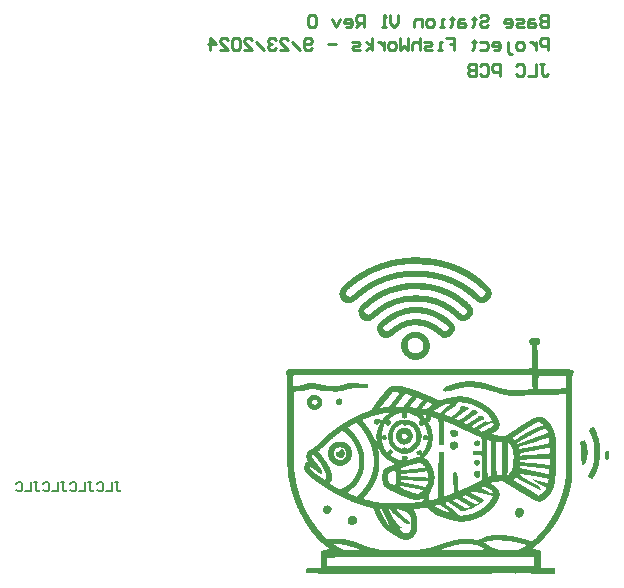
<source format=gbo>
G04*
G04 #@! TF.GenerationSoftware,Altium Limited,Altium Designer,24.8.2 (39)*
G04*
G04 Layer_Color=32896*
%FSLAX25Y25*%
%MOIN*%
G70*
G04*
G04 #@! TF.SameCoordinates,AA557069-6426-4FA0-AAFB-6E3012F5CD7C*
G04*
G04*
G04 #@! TF.FilePolarity,Positive*
G04*
G01*
G75*
%ADD14C,0.01000*%
%ADD15C,0.00800*%
G36*
X158429Y117571D02*
X159500D01*
Y117500D01*
X160571D01*
Y117429D01*
X161500D01*
Y117357D01*
X161929D01*
Y117286D01*
X162571D01*
Y117214D01*
X163000D01*
Y117143D01*
X163357D01*
Y117071D01*
X163857D01*
Y117000D01*
X164143D01*
Y116929D01*
X164500D01*
Y116857D01*
X164929D01*
Y116786D01*
X165143D01*
Y116714D01*
X165500D01*
Y116643D01*
X165786D01*
Y116571D01*
X166000D01*
Y116500D01*
X166357D01*
Y116429D01*
X166571D01*
Y116357D01*
X166786D01*
Y116286D01*
X167071D01*
Y116214D01*
X167286D01*
Y116143D01*
X167571D01*
Y116071D01*
X167786D01*
Y116000D01*
X167929D01*
Y115929D01*
X168214D01*
Y115857D01*
X168429D01*
Y115786D01*
X168643D01*
Y115714D01*
X168929D01*
Y115643D01*
X169000D01*
Y115571D01*
X169286D01*
Y115500D01*
X169500D01*
Y115429D01*
X169643D01*
Y115357D01*
X169857D01*
Y115286D01*
X170000D01*
Y115214D01*
X170214D01*
Y115143D01*
X170429D01*
Y115071D01*
X170571D01*
Y115000D01*
X170786D01*
Y114929D01*
X170929D01*
Y114857D01*
X171071D01*
Y114786D01*
X171286D01*
Y114714D01*
X171429D01*
Y114643D01*
X171643D01*
Y114571D01*
X171786D01*
Y114500D01*
X171929D01*
Y114429D01*
X172071D01*
Y114357D01*
X172286D01*
Y114286D01*
X172357D01*
Y114214D01*
X172571D01*
Y114143D01*
X172714D01*
Y114071D01*
X172857D01*
Y114000D01*
X173000D01*
Y113929D01*
X173143D01*
Y113857D01*
X173286D01*
Y113786D01*
X173429D01*
Y113714D01*
X173500D01*
Y113643D01*
X173714D01*
Y113571D01*
X173786D01*
Y113500D01*
X173929D01*
Y113429D01*
X174071D01*
Y113357D01*
X174214D01*
Y113286D01*
X174357D01*
Y113214D01*
X174500D01*
Y113143D01*
X174571D01*
Y113071D01*
X174714D01*
Y113000D01*
X174857D01*
Y112929D01*
X174929D01*
Y112857D01*
X175071D01*
Y112786D01*
X175214D01*
Y112714D01*
X175286D01*
Y112643D01*
X175429D01*
Y112571D01*
X175500D01*
Y112500D01*
X175643D01*
Y112429D01*
X175786D01*
Y112357D01*
X175857D01*
Y112286D01*
X176000D01*
Y112214D01*
X176071D01*
Y112143D01*
X176214D01*
Y112071D01*
X176286D01*
Y112000D01*
X176429D01*
Y111929D01*
X176571D01*
Y111857D01*
X176643D01*
Y111786D01*
X176714D01*
Y111714D01*
X176857D01*
Y111643D01*
X176929D01*
Y111571D01*
X177071D01*
Y111500D01*
X177143D01*
Y111429D01*
X177214D01*
Y111357D01*
X177357D01*
Y111286D01*
X177429D01*
Y111214D01*
X177500D01*
Y111143D01*
X177643D01*
Y111071D01*
X177714D01*
Y111000D01*
X177786D01*
Y110929D01*
X177929D01*
Y110857D01*
X178000D01*
Y110786D01*
X178071D01*
Y110714D01*
X178143D01*
Y110643D01*
X178286D01*
Y110571D01*
X178357D01*
Y110500D01*
X178429D01*
Y110429D01*
X178500D01*
Y110357D01*
X178643D01*
Y110286D01*
X178714D01*
Y110214D01*
X178786D01*
Y110143D01*
X178857D01*
Y110071D01*
X178929D01*
Y110000D01*
X179071D01*
Y109929D01*
X179143D01*
Y109857D01*
X179214D01*
Y109786D01*
X179286D01*
Y109714D01*
X179357D01*
Y109643D01*
X179429D01*
Y109571D01*
X179500D01*
Y109500D01*
X179571D01*
Y109429D01*
X179643D01*
Y109357D01*
X179714D01*
Y109286D01*
X179857D01*
Y109214D01*
X179929D01*
Y109143D01*
X180000D01*
Y109071D01*
X180071D01*
Y109000D01*
X180143D01*
Y108929D01*
X180214D01*
Y108857D01*
X180286D01*
Y108786D01*
X180357D01*
Y108714D01*
X180429D01*
Y108643D01*
X180500D01*
Y108571D01*
X180571D01*
Y108500D01*
X180643D01*
Y108429D01*
X180714D01*
Y108357D01*
X180786D01*
Y108286D01*
X180857D01*
Y108214D01*
X180929D01*
Y108143D01*
X181000D01*
Y108000D01*
X181071D01*
Y107929D01*
X181143D01*
Y107857D01*
X181214D01*
Y107786D01*
X181286D01*
Y107714D01*
X181357D01*
Y107643D01*
X181429D01*
Y107571D01*
X181500D01*
Y107429D01*
X181571D01*
Y107357D01*
X181643D01*
Y107286D01*
X181714D01*
Y107143D01*
X181786D01*
Y107071D01*
X181857D01*
Y106929D01*
X181929D01*
Y106786D01*
X182000D01*
Y106643D01*
X182071D01*
Y106429D01*
X182143D01*
Y106214D01*
X182214D01*
Y105929D01*
X182286D01*
Y105429D01*
X182214D01*
Y105143D01*
X182143D01*
Y104857D01*
X182071D01*
Y104714D01*
X182000D01*
Y104571D01*
X181929D01*
Y104429D01*
X181857D01*
Y104286D01*
X181786D01*
Y104214D01*
X181714D01*
Y104071D01*
X181643D01*
Y104000D01*
X181571D01*
Y103857D01*
X181500D01*
Y103786D01*
X181429D01*
Y103714D01*
X181357D01*
Y103643D01*
X181286D01*
Y103571D01*
X181214D01*
Y103500D01*
X181143D01*
Y103357D01*
X181000D01*
Y103286D01*
X180929D01*
Y103214D01*
X180857D01*
Y103143D01*
X180786D01*
Y103071D01*
X180714D01*
Y103000D01*
X180571D01*
Y102929D01*
X180500D01*
Y102857D01*
X180357D01*
Y102786D01*
X180214D01*
Y102714D01*
X180143D01*
Y102643D01*
X180000D01*
Y102571D01*
X179786D01*
Y102500D01*
X179643D01*
Y102429D01*
X179357D01*
Y102357D01*
X178429D01*
Y102429D01*
X178143D01*
Y102500D01*
X178071D01*
Y102571D01*
X177857D01*
Y102643D01*
X177786D01*
Y102714D01*
X177643D01*
Y102786D01*
X177500D01*
Y102857D01*
X177429D01*
Y102929D01*
X177357D01*
Y103000D01*
X177286D01*
Y103071D01*
X177143D01*
Y103143D01*
X177071D01*
Y103214D01*
X177000D01*
Y103286D01*
X176929D01*
Y103357D01*
X176857D01*
Y103429D01*
X176786D01*
Y103500D01*
X176643D01*
Y103571D01*
X176571D01*
Y103643D01*
X176500D01*
Y103714D01*
X176429D01*
Y103786D01*
X176357D01*
Y103857D01*
X176286D01*
Y103929D01*
X176143D01*
Y104000D01*
X176071D01*
Y104071D01*
X176000D01*
Y104143D01*
X175929D01*
Y104214D01*
X175857D01*
Y104286D01*
X175786D01*
Y104357D01*
X175714D01*
Y104429D01*
X175571D01*
Y104500D01*
X175500D01*
Y104571D01*
X175429D01*
Y104643D01*
X175357D01*
Y104714D01*
X175214D01*
Y104786D01*
X175143D01*
Y104857D01*
X175071D01*
Y104929D01*
X175000D01*
Y105000D01*
X174929D01*
Y105071D01*
X174786D01*
Y105143D01*
X174714D01*
Y105214D01*
X174643D01*
Y105286D01*
X174500D01*
Y105357D01*
X174429D01*
Y105429D01*
X174357D01*
Y105500D01*
X174214D01*
Y105571D01*
X174143D01*
Y105643D01*
X174071D01*
Y105714D01*
X174000D01*
Y105786D01*
X173857D01*
Y105857D01*
X173786D01*
Y105929D01*
X173714D01*
Y106000D01*
X173571D01*
Y106071D01*
X173500D01*
Y106143D01*
X173357D01*
Y106214D01*
X173286D01*
Y106286D01*
X173143D01*
Y106357D01*
X173071D01*
Y106429D01*
X172929D01*
Y106500D01*
X172857D01*
Y106571D01*
X172714D01*
Y106643D01*
X172643D01*
Y106714D01*
X172571D01*
Y106786D01*
X172429D01*
Y106857D01*
X172286D01*
Y106929D01*
X172214D01*
Y107000D01*
X172071D01*
Y107071D01*
X172000D01*
Y107143D01*
X171857D01*
Y107214D01*
X171714D01*
Y107286D01*
X171643D01*
Y107357D01*
X171500D01*
Y107429D01*
X171357D01*
Y107500D01*
X171286D01*
Y107571D01*
X171143D01*
Y107643D01*
X171000D01*
Y107714D01*
X170857D01*
Y107786D01*
X170714D01*
Y107857D01*
X170643D01*
Y107929D01*
X170500D01*
Y108000D01*
X170357D01*
Y108071D01*
X170214D01*
Y108143D01*
X170071D01*
Y108214D01*
X169929D01*
Y108286D01*
X169786D01*
Y108357D01*
X169643D01*
Y108429D01*
X169500D01*
Y108500D01*
X169357D01*
Y108571D01*
X169214D01*
Y108643D01*
X169000D01*
Y108714D01*
X168857D01*
Y108786D01*
X168714D01*
Y108857D01*
X168500D01*
Y108929D01*
X168357D01*
Y109000D01*
X168214D01*
Y109071D01*
X168000D01*
Y109143D01*
X167857D01*
Y109214D01*
X167643D01*
Y109286D01*
X167429D01*
Y109357D01*
X167286D01*
Y109429D01*
X167071D01*
Y109500D01*
X166857D01*
Y109571D01*
X166643D01*
Y109643D01*
X166429D01*
Y109714D01*
X166214D01*
Y109786D01*
X166000D01*
Y109857D01*
X165714D01*
Y109929D01*
X165571D01*
Y110000D01*
X165286D01*
Y110071D01*
X165000D01*
Y110143D01*
X164786D01*
Y110214D01*
X164429D01*
Y110286D01*
X164214D01*
Y110357D01*
X163857D01*
Y110429D01*
X163500D01*
Y110500D01*
X163214D01*
Y110571D01*
X162786D01*
Y110643D01*
X162429D01*
Y110714D01*
X162071D01*
Y110786D01*
X161571D01*
Y110857D01*
X161214D01*
Y110929D01*
X160714D01*
Y111000D01*
X160071D01*
Y111071D01*
X159571D01*
Y111143D01*
X158643D01*
Y111214D01*
X156643D01*
Y111286D01*
X156429D01*
Y111214D01*
X154643D01*
Y111143D01*
X153714D01*
Y111071D01*
X153214D01*
Y111000D01*
X152571D01*
Y110929D01*
X152143D01*
Y110857D01*
X151786D01*
Y110786D01*
X151357D01*
Y110714D01*
X151000D01*
Y110643D01*
X150643D01*
Y110571D01*
X150286D01*
Y110500D01*
X150071D01*
Y110429D01*
X149714D01*
Y110357D01*
X149429D01*
Y110286D01*
X149214D01*
Y110214D01*
X148929D01*
Y110143D01*
X148714D01*
Y110071D01*
X148429D01*
Y110000D01*
X148214D01*
Y109929D01*
X148000D01*
Y109857D01*
X147786D01*
Y109786D01*
X147571D01*
Y109714D01*
X147357D01*
Y109643D01*
X147143D01*
Y109571D01*
X147000D01*
Y109500D01*
X146786D01*
Y109429D01*
X146571D01*
Y109357D01*
X146429D01*
Y109286D01*
X146214D01*
Y109214D01*
X146000D01*
Y109143D01*
X145857D01*
Y109071D01*
X145714D01*
Y109000D01*
X145571D01*
Y108929D01*
X145357D01*
Y108857D01*
X145214D01*
Y108786D01*
X145071D01*
Y108714D01*
X144929D01*
Y108643D01*
X144714D01*
Y108571D01*
X144571D01*
Y108500D01*
X144429D01*
Y108429D01*
X144286D01*
Y108357D01*
X144143D01*
Y108286D01*
X144000D01*
Y108214D01*
X143929D01*
Y108143D01*
X143714D01*
Y108071D01*
X143571D01*
Y108000D01*
X143500D01*
Y107929D01*
X143286D01*
Y107857D01*
X143214D01*
Y107786D01*
X143071D01*
Y107714D01*
X142929D01*
Y107643D01*
X142786D01*
Y107571D01*
X142643D01*
Y107500D01*
X142571D01*
Y107429D01*
X142429D01*
Y107357D01*
X142286D01*
Y107286D01*
X142214D01*
Y107214D01*
X142071D01*
Y107143D01*
X141929D01*
Y107071D01*
X141857D01*
Y107000D01*
X141714D01*
Y106929D01*
X141571D01*
Y106857D01*
X141500D01*
Y106786D01*
X141357D01*
Y106714D01*
X141286D01*
Y106643D01*
X141143D01*
Y106571D01*
X141000D01*
Y106500D01*
X140929D01*
Y106429D01*
X140857D01*
Y106357D01*
X140714D01*
Y106286D01*
X140643D01*
Y106214D01*
X140500D01*
Y106143D01*
X140429D01*
Y106071D01*
X140286D01*
Y106000D01*
X140214D01*
Y105929D01*
X140071D01*
Y105857D01*
X140000D01*
Y105786D01*
X139929D01*
Y105714D01*
X139786D01*
Y105643D01*
X139714D01*
Y105571D01*
X139571D01*
Y105500D01*
X139500D01*
Y105429D01*
X139429D01*
Y105357D01*
X139286D01*
Y105286D01*
X139214D01*
Y105214D01*
X139143D01*
Y105143D01*
X139000D01*
Y105071D01*
X138929D01*
Y105000D01*
X138857D01*
Y104929D01*
X138714D01*
Y104857D01*
X138643D01*
Y104786D01*
X138571D01*
Y104714D01*
X138500D01*
Y104643D01*
X138357D01*
Y104571D01*
X138286D01*
Y104500D01*
X138214D01*
Y104429D01*
X138143D01*
Y104357D01*
X138071D01*
Y104286D01*
X137929D01*
Y104214D01*
X137857D01*
Y104143D01*
X137786D01*
Y104071D01*
X137714D01*
Y104000D01*
X137643D01*
Y103929D01*
X137500D01*
Y103857D01*
X137429D01*
Y103786D01*
X137357D01*
Y103714D01*
X137286D01*
Y103643D01*
X137214D01*
Y103571D01*
X137071D01*
Y103500D01*
X137000D01*
Y103429D01*
X136929D01*
Y103357D01*
X136786D01*
Y103286D01*
X136714D01*
Y103214D01*
X136643D01*
Y103143D01*
X136571D01*
Y103071D01*
X136429D01*
Y103000D01*
X136357D01*
Y102929D01*
X136214D01*
Y102857D01*
X136143D01*
Y102786D01*
X136000D01*
Y102714D01*
X135929D01*
Y102643D01*
X135786D01*
Y102571D01*
X135571D01*
Y102500D01*
X135429D01*
Y102429D01*
X135071D01*
Y102357D01*
X134071D01*
Y102429D01*
X133714D01*
Y102500D01*
X133571D01*
Y102571D01*
X133357D01*
Y102643D01*
X133214D01*
Y102714D01*
X133143D01*
Y102786D01*
X133000D01*
Y102857D01*
X132929D01*
Y102929D01*
X132786D01*
Y103000D01*
X132714D01*
Y103071D01*
X132643D01*
Y103143D01*
X132571D01*
Y103214D01*
X132500D01*
Y103286D01*
X132429D01*
Y103357D01*
X132357D01*
Y103429D01*
X132286D01*
Y103500D01*
X132214D01*
Y103571D01*
X132143D01*
Y103714D01*
X132071D01*
Y103786D01*
X132000D01*
Y103929D01*
X131929D01*
Y104000D01*
X131857D01*
Y104143D01*
X131786D01*
Y104357D01*
X131714D01*
Y104500D01*
X131643D01*
Y104786D01*
X131571D01*
Y105143D01*
X131500D01*
Y105929D01*
X131571D01*
Y106286D01*
X131643D01*
Y106571D01*
X131714D01*
Y106714D01*
X131786D01*
Y106857D01*
X131857D01*
Y107000D01*
X131929D01*
Y107071D01*
X132000D01*
Y107214D01*
X132071D01*
Y107286D01*
X132143D01*
Y107429D01*
X132214D01*
Y107500D01*
X132286D01*
Y107571D01*
X132357D01*
Y107714D01*
X132429D01*
Y107786D01*
X132500D01*
Y107857D01*
X132571D01*
Y107929D01*
X132643D01*
Y108000D01*
X132714D01*
Y108143D01*
X132786D01*
Y108214D01*
X132857D01*
Y108286D01*
X132929D01*
Y108357D01*
X133071D01*
Y108429D01*
X133143D01*
Y108500D01*
X133214D01*
Y108571D01*
X133286D01*
Y108643D01*
X133357D01*
Y108714D01*
X133429D01*
Y108786D01*
X133500D01*
Y108857D01*
X133571D01*
Y108929D01*
X133643D01*
Y109000D01*
X133714D01*
Y109071D01*
X133786D01*
Y109143D01*
X133929D01*
Y109214D01*
X134000D01*
Y109286D01*
X134071D01*
Y109357D01*
X134143D01*
Y109429D01*
X134214D01*
Y109500D01*
X134357D01*
Y109571D01*
X134429D01*
Y109643D01*
X134500D01*
Y109714D01*
X134571D01*
Y109786D01*
X134643D01*
Y109857D01*
X134786D01*
Y109929D01*
X134857D01*
Y110000D01*
X134929D01*
Y110071D01*
X135000D01*
Y110143D01*
X135071D01*
Y110214D01*
X135214D01*
Y110286D01*
X135286D01*
Y110357D01*
X135429D01*
Y110429D01*
X135500D01*
Y110500D01*
X135571D01*
Y110571D01*
X135643D01*
Y110643D01*
X135786D01*
Y110714D01*
X135857D01*
Y110786D01*
X136000D01*
Y110857D01*
X136071D01*
Y110929D01*
X136143D01*
Y111000D01*
X136286D01*
Y111071D01*
X136357D01*
Y111143D01*
X136429D01*
Y111214D01*
X136571D01*
Y111286D01*
X136643D01*
Y111357D01*
X136786D01*
Y111429D01*
X136857D01*
Y111500D01*
X136929D01*
Y111571D01*
X137071D01*
Y111643D01*
X137143D01*
Y111714D01*
X137286D01*
Y111786D01*
X137429D01*
Y111857D01*
X137500D01*
Y111929D01*
X137643D01*
Y112000D01*
X137714D01*
Y112071D01*
X137857D01*
Y112143D01*
X138000D01*
Y112214D01*
X138071D01*
Y112286D01*
X138143D01*
Y112357D01*
X138286D01*
Y112429D01*
X138429D01*
Y112500D01*
X138571D01*
Y112571D01*
X138643D01*
Y112643D01*
X138786D01*
Y112714D01*
X138929D01*
Y112786D01*
X139000D01*
Y112857D01*
X139143D01*
Y112929D01*
X139286D01*
Y113000D01*
X139357D01*
Y113071D01*
X139500D01*
Y113143D01*
X139643D01*
Y113214D01*
X139786D01*
Y113286D01*
X139929D01*
Y113357D01*
X140000D01*
Y113429D01*
X140214D01*
Y113500D01*
X140286D01*
Y113571D01*
X140429D01*
Y113643D01*
X140571D01*
Y113714D01*
X140714D01*
Y113786D01*
X140857D01*
Y113857D01*
X141071D01*
Y113929D01*
X141143D01*
Y114000D01*
X141357D01*
Y114071D01*
X141500D01*
Y114143D01*
X141571D01*
Y114214D01*
X141786D01*
Y114286D01*
X141929D01*
Y114357D01*
X142071D01*
Y114429D01*
X142286D01*
Y114500D01*
X142357D01*
Y114571D01*
X142571D01*
Y114643D01*
X142714D01*
Y114714D01*
X142857D01*
Y114786D01*
X143071D01*
Y114857D01*
X143214D01*
Y114929D01*
X143429D01*
Y115000D01*
X143643D01*
Y115071D01*
X143786D01*
Y115143D01*
X144000D01*
Y115214D01*
X144143D01*
Y115286D01*
X144286D01*
Y115357D01*
X144571D01*
Y115429D01*
X144714D01*
Y115500D01*
X144929D01*
Y115571D01*
X145143D01*
Y115643D01*
X145286D01*
Y115714D01*
X145571D01*
Y115786D01*
X145786D01*
Y115857D01*
X145929D01*
Y115929D01*
X146214D01*
Y116000D01*
X146429D01*
Y116071D01*
X146643D01*
Y116143D01*
X146929D01*
Y116214D01*
X147071D01*
Y116286D01*
X147357D01*
Y116357D01*
X147643D01*
Y116429D01*
X147929D01*
Y116500D01*
X148214D01*
Y116571D01*
X148429D01*
Y116643D01*
X148714D01*
Y116714D01*
X149071D01*
Y116786D01*
X149357D01*
Y116857D01*
X149714D01*
Y116929D01*
X150071D01*
Y117000D01*
X150357D01*
Y117071D01*
X150857D01*
Y117143D01*
X151214D01*
Y117214D01*
X151643D01*
Y117286D01*
X152214D01*
Y117357D01*
X152714D01*
Y117429D01*
X153500D01*
Y117500D01*
X154357D01*
Y117571D01*
X155429D01*
Y117643D01*
X158429D01*
Y117571D01*
D02*
G37*
G36*
X158357Y109143D02*
X159143D01*
Y109071D01*
X160000D01*
Y109000D01*
X160429D01*
Y108929D01*
X160929D01*
Y108857D01*
X161429D01*
Y108786D01*
X161714D01*
Y108714D01*
X162143D01*
Y108643D01*
X162500D01*
Y108571D01*
X162714D01*
Y108500D01*
X163071D01*
Y108429D01*
X163357D01*
Y108357D01*
X163643D01*
Y108286D01*
X163929D01*
Y108214D01*
X164143D01*
Y108143D01*
X164429D01*
Y108071D01*
X164643D01*
Y108000D01*
X164857D01*
Y107929D01*
X165143D01*
Y107857D01*
X165286D01*
Y107786D01*
X165500D01*
Y107714D01*
X165786D01*
Y107643D01*
X165929D01*
Y107571D01*
X166143D01*
Y107500D01*
X166357D01*
Y107429D01*
X166500D01*
Y107357D01*
X166786D01*
Y107286D01*
X166929D01*
Y107214D01*
X167071D01*
Y107143D01*
X167286D01*
Y107071D01*
X167429D01*
Y107000D01*
X167643D01*
Y106929D01*
X167857D01*
Y106857D01*
X168000D01*
Y106786D01*
X168214D01*
Y106714D01*
X168286D01*
Y106643D01*
X168500D01*
Y106571D01*
X168643D01*
Y106500D01*
X168786D01*
Y106429D01*
X169000D01*
Y106357D01*
X169143D01*
Y106286D01*
X169214D01*
Y106214D01*
X169429D01*
Y106143D01*
X169500D01*
Y106071D01*
X169643D01*
Y106000D01*
X169786D01*
Y105929D01*
X169857D01*
Y105857D01*
X170000D01*
Y105786D01*
X170143D01*
Y105714D01*
X170214D01*
Y105643D01*
X170357D01*
Y105571D01*
X170429D01*
Y105500D01*
X170571D01*
Y105429D01*
X170643D01*
Y105357D01*
X170786D01*
Y105286D01*
X170857D01*
Y105214D01*
X171000D01*
Y105143D01*
X171071D01*
Y105071D01*
X171214D01*
Y105000D01*
X171286D01*
Y104929D01*
X171357D01*
Y104857D01*
X171500D01*
Y104786D01*
X171571D01*
Y104714D01*
X171714D01*
Y104643D01*
X171786D01*
Y104571D01*
X171857D01*
Y104500D01*
X172000D01*
Y104429D01*
X172071D01*
Y104357D01*
X172143D01*
Y104286D01*
X172286D01*
Y104214D01*
X172357D01*
Y104143D01*
X172429D01*
Y104071D01*
X172500D01*
Y104000D01*
X172643D01*
Y103929D01*
X172714D01*
Y103857D01*
X172786D01*
Y103786D01*
X172929D01*
Y103714D01*
X173000D01*
Y103643D01*
X173071D01*
Y103571D01*
X173143D01*
Y103500D01*
X173214D01*
Y103429D01*
X173286D01*
Y103357D01*
X173429D01*
Y103286D01*
X173500D01*
Y103214D01*
X173571D01*
Y103143D01*
X173643D01*
Y103071D01*
X173714D01*
Y103000D01*
X173857D01*
Y102929D01*
X173929D01*
Y102857D01*
X174000D01*
Y102786D01*
X174071D01*
Y102714D01*
X174143D01*
Y102643D01*
X174214D01*
Y102571D01*
X174286D01*
Y102500D01*
X174357D01*
Y102429D01*
X174429D01*
Y102357D01*
X174500D01*
Y102286D01*
X174571D01*
Y102214D01*
X174643D01*
Y102143D01*
X174714D01*
Y102071D01*
X174786D01*
Y102000D01*
X174857D01*
Y101929D01*
X174929D01*
Y101857D01*
X175000D01*
Y101786D01*
X175071D01*
Y101714D01*
X175143D01*
Y101643D01*
X175214D01*
Y101571D01*
X175286D01*
Y101429D01*
X175357D01*
Y101357D01*
X175429D01*
Y101286D01*
X175500D01*
Y101214D01*
X175571D01*
Y101071D01*
X175643D01*
Y100929D01*
X175714D01*
Y100857D01*
X175786D01*
Y100714D01*
X175857D01*
Y100500D01*
X175929D01*
Y100214D01*
X176000D01*
Y98929D01*
X175929D01*
Y98714D01*
X175857D01*
Y98571D01*
X175786D01*
Y98357D01*
X175714D01*
Y98286D01*
X175643D01*
Y98143D01*
X175571D01*
Y98071D01*
X175500D01*
Y98000D01*
X175429D01*
Y97857D01*
X175357D01*
Y97786D01*
X175286D01*
Y97714D01*
X175214D01*
Y97643D01*
X175143D01*
Y97571D01*
X175071D01*
Y97500D01*
X175000D01*
Y97429D01*
X174929D01*
Y97357D01*
X174857D01*
Y97286D01*
X174786D01*
Y97214D01*
X174714D01*
Y97143D01*
X174643D01*
Y97071D01*
X174500D01*
Y97000D01*
X174429D01*
Y96929D01*
X174286D01*
Y96857D01*
X174214D01*
Y96786D01*
X174071D01*
Y96714D01*
X173929D01*
Y96643D01*
X173786D01*
Y96571D01*
X173571D01*
Y96500D01*
X173286D01*
Y96429D01*
X173000D01*
Y96357D01*
X172357D01*
Y96429D01*
X172071D01*
Y96500D01*
X171857D01*
Y96571D01*
X171714D01*
Y96643D01*
X171571D01*
Y96714D01*
X171500D01*
Y96786D01*
X171357D01*
Y96857D01*
X171286D01*
Y96929D01*
X171143D01*
Y97000D01*
X171071D01*
Y97071D01*
X171000D01*
Y97143D01*
X170929D01*
Y97214D01*
X170786D01*
Y97286D01*
X170714D01*
Y97357D01*
X170643D01*
Y97429D01*
X170571D01*
Y97500D01*
X170500D01*
Y97571D01*
X170429D01*
Y97643D01*
X170286D01*
Y97714D01*
X170214D01*
Y97786D01*
X170143D01*
Y97857D01*
X170071D01*
Y97929D01*
X170000D01*
Y98000D01*
X169929D01*
Y98071D01*
X169857D01*
Y98143D01*
X169786D01*
Y98214D01*
X169643D01*
Y98286D01*
X169571D01*
Y98357D01*
X169500D01*
Y98429D01*
X169429D01*
Y98500D01*
X169357D01*
Y98571D01*
X169286D01*
Y98643D01*
X169143D01*
Y98714D01*
X169071D01*
Y98786D01*
X169000D01*
Y98857D01*
X168929D01*
Y98929D01*
X168786D01*
Y99000D01*
X168714D01*
Y99071D01*
X168643D01*
Y99143D01*
X168500D01*
Y99214D01*
X168429D01*
Y99286D01*
X168357D01*
Y99357D01*
X168214D01*
Y99429D01*
X168143D01*
Y99500D01*
X168000D01*
Y99571D01*
X167929D01*
Y99643D01*
X167857D01*
Y99714D01*
X167714D01*
Y99786D01*
X167571D01*
Y99857D01*
X167500D01*
Y99929D01*
X167357D01*
Y100000D01*
X167286D01*
Y100071D01*
X167143D01*
Y100143D01*
X167000D01*
Y100214D01*
X166929D01*
Y100286D01*
X166786D01*
Y100357D01*
X166714D01*
Y100429D01*
X166571D01*
Y100500D01*
X166429D01*
Y100571D01*
X166286D01*
Y100643D01*
X166214D01*
Y100714D01*
X166000D01*
Y100786D01*
X165929D01*
Y100857D01*
X165786D01*
Y100929D01*
X165643D01*
Y101000D01*
X165500D01*
Y101071D01*
X165286D01*
Y101143D01*
X165214D01*
Y101214D01*
X165071D01*
Y101286D01*
X164857D01*
Y101357D01*
X164714D01*
Y101429D01*
X164500D01*
Y101500D01*
X164357D01*
Y101571D01*
X164214D01*
Y101643D01*
X164000D01*
Y101714D01*
X163857D01*
Y101786D01*
X163643D01*
Y101857D01*
X163429D01*
Y101929D01*
X163214D01*
Y102000D01*
X163000D01*
Y102071D01*
X162714D01*
Y102143D01*
X162571D01*
Y102214D01*
X162286D01*
Y102286D01*
X162000D01*
Y102357D01*
X161786D01*
Y102429D01*
X161357D01*
Y102500D01*
X161143D01*
Y102571D01*
X160786D01*
Y102643D01*
X160286D01*
Y102714D01*
X159929D01*
Y102786D01*
X159214D01*
Y102857D01*
X158571D01*
Y102929D01*
X155357D01*
Y102857D01*
X154643D01*
Y102786D01*
X153929D01*
Y102714D01*
X153500D01*
Y102643D01*
X153071D01*
Y102571D01*
X152643D01*
Y102500D01*
X152357D01*
Y102429D01*
X152000D01*
Y102357D01*
X151714D01*
Y102286D01*
X151500D01*
Y102214D01*
X151214D01*
Y102143D01*
X151000D01*
Y102071D01*
X150786D01*
Y102000D01*
X150500D01*
Y101929D01*
X150357D01*
Y101857D01*
X150143D01*
Y101786D01*
X149929D01*
Y101714D01*
X149786D01*
Y101643D01*
X149571D01*
Y101571D01*
X149429D01*
Y101500D01*
X149286D01*
Y101429D01*
X149071D01*
Y101357D01*
X148929D01*
Y101286D01*
X148786D01*
Y101214D01*
X148643D01*
Y101143D01*
X148500D01*
Y101071D01*
X148357D01*
Y101000D01*
X148214D01*
Y100929D01*
X148071D01*
Y100857D01*
X147929D01*
Y100786D01*
X147786D01*
Y100714D01*
X147643D01*
Y100643D01*
X147500D01*
Y100571D01*
X147429D01*
Y100500D01*
X147286D01*
Y100429D01*
X147143D01*
Y100357D01*
X147071D01*
Y100286D01*
X146929D01*
Y100214D01*
X146857D01*
Y100143D01*
X146714D01*
Y100071D01*
X146571D01*
Y100000D01*
X146500D01*
Y99929D01*
X146357D01*
Y99857D01*
X146286D01*
Y99786D01*
X146143D01*
Y99714D01*
X146000D01*
Y99643D01*
X145929D01*
Y99571D01*
X145857D01*
Y99500D01*
X145714D01*
Y99429D01*
X145643D01*
Y99357D01*
X145500D01*
Y99286D01*
X145429D01*
Y99214D01*
X145357D01*
Y99143D01*
X145214D01*
Y99071D01*
X145143D01*
Y99000D01*
X145000D01*
Y98929D01*
X144929D01*
Y98857D01*
X144857D01*
Y98786D01*
X144714D01*
Y98714D01*
X144643D01*
Y98643D01*
X144571D01*
Y98571D01*
X144500D01*
Y98500D01*
X144429D01*
Y98429D01*
X144286D01*
Y98357D01*
X144214D01*
Y98286D01*
X144143D01*
Y98214D01*
X144000D01*
Y98143D01*
X143929D01*
Y98071D01*
X143857D01*
Y98000D01*
X143714D01*
Y97929D01*
X143643D01*
Y97857D01*
X143571D01*
Y97786D01*
X143500D01*
Y97714D01*
X143429D01*
Y97643D01*
X143286D01*
Y97571D01*
X143214D01*
Y97500D01*
X143071D01*
Y97429D01*
X143000D01*
Y97357D01*
X142929D01*
Y97286D01*
X142786D01*
Y97214D01*
X142714D01*
Y97143D01*
X142643D01*
Y97071D01*
X142500D01*
Y97000D01*
X142429D01*
Y96929D01*
X142357D01*
Y96857D01*
X142214D01*
Y96786D01*
X142143D01*
Y96714D01*
X142000D01*
Y96643D01*
X141929D01*
Y96571D01*
X141786D01*
Y96500D01*
X141500D01*
Y96429D01*
X141143D01*
Y96357D01*
X140500D01*
Y96429D01*
X140071D01*
Y96500D01*
X139786D01*
Y96571D01*
X139643D01*
Y96643D01*
X139429D01*
Y96714D01*
X139286D01*
Y96786D01*
X139214D01*
Y96857D01*
X139143D01*
Y96929D01*
X139071D01*
Y97000D01*
X139000D01*
Y97071D01*
X138929D01*
Y97143D01*
X138857D01*
Y97214D01*
X138786D01*
Y97286D01*
X138714D01*
Y97357D01*
X138643D01*
Y97500D01*
X138571D01*
Y97571D01*
X138500D01*
Y97714D01*
X138429D01*
Y97857D01*
X138357D01*
Y97929D01*
X138286D01*
Y98071D01*
X138214D01*
Y98214D01*
X138143D01*
Y98357D01*
X138071D01*
Y98571D01*
X138000D01*
Y98786D01*
X137929D01*
Y99000D01*
X137857D01*
Y99357D01*
X137786D01*
Y100143D01*
X137857D01*
Y100429D01*
X137929D01*
Y100643D01*
X138000D01*
Y100714D01*
X138071D01*
Y100857D01*
X138143D01*
Y100929D01*
X138214D01*
Y101000D01*
X138286D01*
Y101143D01*
X138357D01*
Y101214D01*
X138429D01*
Y101286D01*
X138500D01*
Y101357D01*
X138571D01*
Y101429D01*
X138643D01*
Y101500D01*
X138714D01*
Y101571D01*
X138786D01*
Y101643D01*
X138857D01*
Y101714D01*
X138929D01*
Y101786D01*
X139000D01*
Y101857D01*
X139071D01*
Y101929D01*
X139143D01*
Y102000D01*
X139214D01*
Y102071D01*
X139286D01*
Y102143D01*
X139357D01*
Y102214D01*
X139429D01*
Y102286D01*
X139500D01*
Y102357D01*
X139571D01*
Y102429D01*
X139643D01*
Y102500D01*
X139714D01*
Y102571D01*
X139786D01*
Y102643D01*
X139857D01*
Y102714D01*
X139929D01*
Y102786D01*
X140000D01*
Y102857D01*
X140071D01*
Y102929D01*
X140214D01*
Y103000D01*
X140286D01*
Y103071D01*
X140357D01*
Y103143D01*
X140429D01*
Y103214D01*
X140500D01*
Y103286D01*
X140571D01*
Y103357D01*
X140714D01*
Y103429D01*
X140786D01*
Y103500D01*
X140857D01*
Y103571D01*
X140929D01*
Y103643D01*
X141000D01*
Y103714D01*
X141143D01*
Y103786D01*
X141214D01*
Y103857D01*
X141286D01*
Y103929D01*
X141429D01*
Y104000D01*
X141500D01*
Y104071D01*
X141571D01*
Y104143D01*
X141714D01*
Y104214D01*
X141786D01*
Y104286D01*
X141857D01*
Y104357D01*
X142000D01*
Y104429D01*
X142071D01*
Y104500D01*
X142143D01*
Y104571D01*
X142286D01*
Y104643D01*
X142357D01*
Y104714D01*
X142500D01*
Y104786D01*
X142571D01*
Y104857D01*
X142714D01*
Y104929D01*
X142786D01*
Y105000D01*
X142857D01*
Y105071D01*
X143000D01*
Y105143D01*
X143143D01*
Y105214D01*
X143214D01*
Y105286D01*
X143357D01*
Y105357D01*
X143429D01*
Y105429D01*
X143571D01*
Y105500D01*
X143714D01*
Y105571D01*
X143786D01*
Y105643D01*
X143929D01*
Y105714D01*
X144071D01*
Y105786D01*
X144214D01*
Y105857D01*
X144357D01*
Y105929D01*
X144429D01*
Y106000D01*
X144571D01*
Y106071D01*
X144714D01*
Y106143D01*
X144857D01*
Y106214D01*
X145000D01*
Y106286D01*
X145143D01*
Y106357D01*
X145286D01*
Y106429D01*
X145429D01*
Y106500D01*
X145571D01*
Y106571D01*
X145714D01*
Y106643D01*
X145857D01*
Y106714D01*
X146000D01*
Y106786D01*
X146214D01*
Y106857D01*
X146286D01*
Y106929D01*
X146500D01*
Y107000D01*
X146643D01*
Y107071D01*
X146786D01*
Y107143D01*
X147000D01*
Y107214D01*
X147214D01*
Y107286D01*
X147357D01*
Y107357D01*
X147571D01*
Y107429D01*
X147714D01*
Y107500D01*
X147929D01*
Y107571D01*
X148143D01*
Y107643D01*
X148286D01*
Y107714D01*
X148500D01*
Y107786D01*
X148714D01*
Y107857D01*
X148929D01*
Y107929D01*
X149214D01*
Y108000D01*
X149357D01*
Y108071D01*
X149643D01*
Y108143D01*
X149929D01*
Y108214D01*
X150143D01*
Y108286D01*
X150429D01*
Y108357D01*
X150714D01*
Y108429D01*
X150929D01*
Y108500D01*
X151286D01*
Y108571D01*
X151571D01*
Y108643D01*
X151929D01*
Y108714D01*
X152286D01*
Y108786D01*
X152571D01*
Y108857D01*
X153071D01*
Y108929D01*
X153500D01*
Y109000D01*
X154000D01*
Y109071D01*
X154857D01*
Y109143D01*
X155643D01*
Y109214D01*
X158357D01*
Y109143D01*
D02*
G37*
G36*
X158143Y101071D02*
X159000D01*
Y101000D01*
X159357D01*
Y100929D01*
X159857D01*
Y100857D01*
X160214D01*
Y100786D01*
X160500D01*
Y100714D01*
X160857D01*
Y100643D01*
X161071D01*
Y100571D01*
X161286D01*
Y100500D01*
X161571D01*
Y100429D01*
X161786D01*
Y100357D01*
X162071D01*
Y100286D01*
X162286D01*
Y100214D01*
X162429D01*
Y100143D01*
X162643D01*
Y100071D01*
X162857D01*
Y100000D01*
X163000D01*
Y99929D01*
X163214D01*
Y99857D01*
X163357D01*
Y99786D01*
X163500D01*
Y99714D01*
X163714D01*
Y99643D01*
X163786D01*
Y99571D01*
X164000D01*
Y99500D01*
X164143D01*
Y99429D01*
X164286D01*
Y99357D01*
X164429D01*
Y99286D01*
X164571D01*
Y99214D01*
X164714D01*
Y99143D01*
X164857D01*
Y99071D01*
X164929D01*
Y99000D01*
X165143D01*
Y98929D01*
X165214D01*
Y98857D01*
X165357D01*
Y98786D01*
X165500D01*
Y98714D01*
X165571D01*
Y98643D01*
X165714D01*
Y98571D01*
X165857D01*
Y98500D01*
X165929D01*
Y98429D01*
X166071D01*
Y98357D01*
X166214D01*
Y98286D01*
X166286D01*
Y98214D01*
X166429D01*
Y98143D01*
X166500D01*
Y98071D01*
X166643D01*
Y98000D01*
X166714D01*
Y97929D01*
X166857D01*
Y97857D01*
X166929D01*
Y97786D01*
X167071D01*
Y97714D01*
X167143D01*
Y97643D01*
X167214D01*
Y97571D01*
X167357D01*
Y97500D01*
X167429D01*
Y97429D01*
X167500D01*
Y97357D01*
X167571D01*
Y97286D01*
X167643D01*
Y97214D01*
X167786D01*
Y97143D01*
X167857D01*
Y97071D01*
X167929D01*
Y97000D01*
X168000D01*
Y96929D01*
X168071D01*
Y96857D01*
X168214D01*
Y96714D01*
X168357D01*
Y96643D01*
X168429D01*
Y96571D01*
X168500D01*
Y96500D01*
X168571D01*
Y96429D01*
X168643D01*
Y96357D01*
X168714D01*
Y96286D01*
X168786D01*
Y96214D01*
X168857D01*
Y96143D01*
X168929D01*
Y96071D01*
X169000D01*
Y96000D01*
X169071D01*
Y95929D01*
X169143D01*
Y95786D01*
X169214D01*
Y95714D01*
X169286D01*
Y95643D01*
X169357D01*
Y95571D01*
X169429D01*
Y95429D01*
X169500D01*
Y95357D01*
X169571D01*
Y95214D01*
X169643D01*
Y95143D01*
X169714D01*
Y95000D01*
X169786D01*
Y94857D01*
X169857D01*
Y94643D01*
X169929D01*
Y94286D01*
X170000D01*
Y93857D01*
X169929D01*
Y93429D01*
X169857D01*
Y93214D01*
X169786D01*
Y93071D01*
X169714D01*
Y92857D01*
X169643D01*
Y92714D01*
X169571D01*
Y92643D01*
X169500D01*
Y92500D01*
X169429D01*
Y92357D01*
X169357D01*
Y92286D01*
X169286D01*
Y92143D01*
X169214D01*
Y92071D01*
X169143D01*
Y91929D01*
X169071D01*
Y91857D01*
X169000D01*
Y91786D01*
X168929D01*
Y91714D01*
X168857D01*
Y91643D01*
X168786D01*
Y91571D01*
X168643D01*
Y91500D01*
X168571D01*
Y91429D01*
X168500D01*
Y91357D01*
X168357D01*
Y91286D01*
X168286D01*
Y91214D01*
X168143D01*
Y91143D01*
X167929D01*
Y91071D01*
X167786D01*
Y91000D01*
X167500D01*
Y90929D01*
X167143D01*
Y90857D01*
X166000D01*
Y90929D01*
X165786D01*
Y91000D01*
X165643D01*
Y91071D01*
X165571D01*
Y91143D01*
X165429D01*
Y91214D01*
X165357D01*
Y91286D01*
X165286D01*
Y91357D01*
X165143D01*
Y91429D01*
X165071D01*
Y91500D01*
X165000D01*
Y91571D01*
X164857D01*
Y91643D01*
X164786D01*
Y91714D01*
X164714D01*
Y91786D01*
X164643D01*
Y91857D01*
X164571D01*
Y91929D01*
X164429D01*
Y92000D01*
X164357D01*
Y92071D01*
X164286D01*
Y92143D01*
X164143D01*
Y92214D01*
X164071D01*
Y92286D01*
X164000D01*
Y92357D01*
X163857D01*
Y92429D01*
X163786D01*
Y92500D01*
X163714D01*
Y92571D01*
X163643D01*
Y92643D01*
X163500D01*
Y92714D01*
X163429D01*
Y92786D01*
X163286D01*
Y92857D01*
X163214D01*
Y92929D01*
X163143D01*
Y93000D01*
X163071D01*
Y93071D01*
X162929D01*
Y93143D01*
X162786D01*
Y93214D01*
X162714D01*
Y93286D01*
X162571D01*
Y93357D01*
X162500D01*
Y93429D01*
X162357D01*
Y93500D01*
X162214D01*
Y93571D01*
X162143D01*
Y93643D01*
X162000D01*
Y93714D01*
X161857D01*
Y93786D01*
X161714D01*
Y93857D01*
X161571D01*
Y93929D01*
X161500D01*
Y94000D01*
X161286D01*
Y94071D01*
X161143D01*
Y94143D01*
X161000D01*
Y94214D01*
X160786D01*
Y94286D01*
X160643D01*
Y94357D01*
X160429D01*
Y94429D01*
X160143D01*
Y94500D01*
X160000D01*
Y94571D01*
X159714D01*
Y94643D01*
X159429D01*
Y94714D01*
X159214D01*
Y94786D01*
X158786D01*
Y94857D01*
X158429D01*
Y94929D01*
X157786D01*
Y95000D01*
X155786D01*
Y94929D01*
X155214D01*
Y94857D01*
X154857D01*
Y94786D01*
X154500D01*
Y94714D01*
X154286D01*
Y94643D01*
X154000D01*
Y94571D01*
X153786D01*
Y94500D01*
X153643D01*
Y94429D01*
X153429D01*
Y94357D01*
X153214D01*
Y94286D01*
X153143D01*
Y94214D01*
X152929D01*
Y94143D01*
X152786D01*
Y94071D01*
X152643D01*
Y94000D01*
X152500D01*
Y93929D01*
X152429D01*
Y93857D01*
X152286D01*
Y93786D01*
X152143D01*
Y93714D01*
X152000D01*
Y93643D01*
X151857D01*
Y93571D01*
X151786D01*
Y93500D01*
X151643D01*
Y93429D01*
X151500D01*
Y93357D01*
X151429D01*
Y93286D01*
X151286D01*
Y93214D01*
X151214D01*
Y93143D01*
X151143D01*
Y93071D01*
X151000D01*
Y93000D01*
X150929D01*
Y92929D01*
X150786D01*
Y92857D01*
X150714D01*
Y92786D01*
X150571D01*
Y92714D01*
X150500D01*
Y92643D01*
X150429D01*
Y92571D01*
X150286D01*
Y92500D01*
X150214D01*
Y92429D01*
X150143D01*
Y92357D01*
X150071D01*
Y92286D01*
X149929D01*
Y92214D01*
X149857D01*
Y92143D01*
X149786D01*
Y92071D01*
X149714D01*
Y92000D01*
X149643D01*
Y91929D01*
X149500D01*
Y91857D01*
X149429D01*
Y91786D01*
X149357D01*
Y91714D01*
X149286D01*
Y91643D01*
X149214D01*
Y91571D01*
X149071D01*
Y91500D01*
X149000D01*
Y91429D01*
X148929D01*
Y91357D01*
X148786D01*
Y91286D01*
X148714D01*
Y91214D01*
X148571D01*
Y91143D01*
X148429D01*
Y91071D01*
X148357D01*
Y91000D01*
X148143D01*
Y90929D01*
X148000D01*
Y90857D01*
X147786D01*
Y90786D01*
X146643D01*
Y90857D01*
X146357D01*
Y90929D01*
X146143D01*
Y91000D01*
X146000D01*
Y91071D01*
X145857D01*
Y91143D01*
X145714D01*
Y91214D01*
X145643D01*
Y91286D01*
X145500D01*
Y91357D01*
X145429D01*
Y91429D01*
X145357D01*
Y91500D01*
X145214D01*
Y91571D01*
X145143D01*
Y91643D01*
X145071D01*
Y91714D01*
X145000D01*
Y91786D01*
X144929D01*
Y91929D01*
X144786D01*
Y92071D01*
X144714D01*
Y92143D01*
X144643D01*
Y92214D01*
X144571D01*
Y92357D01*
X144500D01*
Y92500D01*
X144429D01*
Y92643D01*
X144357D01*
Y92786D01*
X144286D01*
Y92929D01*
X144214D01*
Y93143D01*
X144143D01*
Y93357D01*
X144071D01*
Y93714D01*
X144000D01*
Y94286D01*
X144071D01*
Y94571D01*
X144143D01*
Y94714D01*
X144214D01*
Y94929D01*
X144286D01*
Y95000D01*
X144357D01*
Y95143D01*
X144429D01*
Y95286D01*
X144500D01*
Y95357D01*
X144571D01*
Y95500D01*
X144643D01*
Y95571D01*
X144714D01*
Y95643D01*
X144786D01*
Y95714D01*
X144857D01*
Y95786D01*
X144929D01*
Y95929D01*
X145071D01*
Y96000D01*
X145143D01*
Y96143D01*
X145286D01*
Y96286D01*
X145429D01*
Y96357D01*
X145500D01*
Y96429D01*
X145571D01*
Y96500D01*
X145643D01*
Y96571D01*
X145714D01*
Y96643D01*
X145786D01*
Y96714D01*
X145857D01*
Y96786D01*
X145929D01*
Y96857D01*
X146071D01*
Y96929D01*
X146143D01*
Y97000D01*
X146214D01*
Y97071D01*
X146286D01*
Y97143D01*
X146429D01*
Y97214D01*
X146500D01*
Y97286D01*
X146571D01*
Y97357D01*
X146643D01*
Y97429D01*
X146786D01*
Y97500D01*
X146857D01*
Y97571D01*
X146929D01*
Y97643D01*
X147071D01*
Y97714D01*
X147143D01*
Y97786D01*
X147286D01*
Y97857D01*
X147357D01*
Y97929D01*
X147429D01*
Y98000D01*
X147571D01*
Y98071D01*
X147714D01*
Y98143D01*
X147786D01*
Y98214D01*
X147929D01*
Y98286D01*
X148000D01*
Y98357D01*
X148143D01*
Y98429D01*
X148286D01*
Y98500D01*
X148357D01*
Y98571D01*
X148500D01*
Y98643D01*
X148643D01*
Y98714D01*
X148714D01*
Y98786D01*
X148857D01*
Y98857D01*
X149000D01*
Y98929D01*
X149143D01*
Y99000D01*
X149286D01*
Y99071D01*
X149357D01*
Y99143D01*
X149500D01*
Y99214D01*
X149643D01*
Y99286D01*
X149786D01*
Y99357D01*
X150000D01*
Y99429D01*
X150071D01*
Y99500D01*
X150286D01*
Y99571D01*
X150429D01*
Y99643D01*
X150571D01*
Y99714D01*
X150714D01*
Y99786D01*
X150929D01*
Y99857D01*
X151071D01*
Y99929D01*
X151286D01*
Y100000D01*
X151429D01*
Y100071D01*
X151643D01*
Y100143D01*
X151786D01*
Y100214D01*
X152000D01*
Y100286D01*
X152214D01*
Y100357D01*
X152429D01*
Y100429D01*
X152643D01*
Y100500D01*
X152929D01*
Y100571D01*
X153071D01*
Y100643D01*
X153357D01*
Y100714D01*
X153714D01*
Y100786D01*
X153929D01*
Y100857D01*
X154286D01*
Y100929D01*
X154714D01*
Y101000D01*
X155071D01*
Y101071D01*
X155929D01*
Y101143D01*
X158143D01*
Y101071D01*
D02*
G37*
G36*
X157357Y92786D02*
X157714D01*
Y92714D01*
X158071D01*
Y92643D01*
X158357D01*
Y92571D01*
X158500D01*
Y92500D01*
X158714D01*
Y92429D01*
X158857D01*
Y92357D01*
X159000D01*
Y92286D01*
X159214D01*
Y92214D01*
X159286D01*
Y92143D01*
X159429D01*
Y92071D01*
X159500D01*
Y92000D01*
X159643D01*
Y91929D01*
X159714D01*
Y91857D01*
X159857D01*
Y91786D01*
X159929D01*
Y91714D01*
X160000D01*
Y91643D01*
X160071D01*
Y91571D01*
X160143D01*
Y91500D01*
X160214D01*
Y91429D01*
X160286D01*
Y91357D01*
X160357D01*
Y91286D01*
X160429D01*
Y91214D01*
X160500D01*
Y91143D01*
X160571D01*
Y91071D01*
X160643D01*
Y91000D01*
X160714D01*
Y90929D01*
X160786D01*
Y90786D01*
X160857D01*
Y90714D01*
X160929D01*
Y90571D01*
X161000D01*
Y90429D01*
X161071D01*
Y90357D01*
X161143D01*
Y90214D01*
X161214D01*
Y90071D01*
X161286D01*
Y89929D01*
X161357D01*
Y89714D01*
X161429D01*
Y89571D01*
X161500D01*
Y89286D01*
X161571D01*
Y88929D01*
X161643D01*
Y87500D01*
X161571D01*
Y87143D01*
X161500D01*
Y86786D01*
X161429D01*
Y86643D01*
X161357D01*
Y86429D01*
X161286D01*
Y86286D01*
X161214D01*
Y86143D01*
X161143D01*
Y85929D01*
X161071D01*
Y85857D01*
X161000D01*
Y85714D01*
X160929D01*
Y85571D01*
X160857D01*
Y85500D01*
X160786D01*
Y85429D01*
X160714D01*
Y85286D01*
X160643D01*
Y85214D01*
X160571D01*
Y85143D01*
X160500D01*
Y85071D01*
X160429D01*
Y85000D01*
X160357D01*
Y84929D01*
X160286D01*
Y84857D01*
X160214D01*
Y84786D01*
X160143D01*
Y84714D01*
X160071D01*
Y84643D01*
X160000D01*
Y84571D01*
X159929D01*
Y84500D01*
X159786D01*
Y84429D01*
X159714D01*
Y84357D01*
X159643D01*
Y84286D01*
X159500D01*
Y84214D01*
X159429D01*
Y84143D01*
X159286D01*
Y84071D01*
X159214D01*
Y84000D01*
X159071D01*
Y83929D01*
X158929D01*
Y83857D01*
X158786D01*
Y83786D01*
X158571D01*
Y83714D01*
X158286D01*
Y83643D01*
X158000D01*
Y83571D01*
X157286D01*
Y83500D01*
X156429D01*
Y83571D01*
X155714D01*
Y83643D01*
X155500D01*
Y83714D01*
X155286D01*
Y83786D01*
X155143D01*
Y83857D01*
X155000D01*
Y83929D01*
X154786D01*
Y84000D01*
X154714D01*
Y84071D01*
X154571D01*
Y84143D01*
X154429D01*
Y84214D01*
X154357D01*
Y84286D01*
X154214D01*
Y84357D01*
X154071D01*
Y84429D01*
X154000D01*
Y84500D01*
X153929D01*
Y84571D01*
X153857D01*
Y84643D01*
X153714D01*
Y84714D01*
X153643D01*
Y84786D01*
X153571D01*
Y84857D01*
X153500D01*
Y84929D01*
X153429D01*
Y85000D01*
X153357D01*
Y85071D01*
X153286D01*
Y85143D01*
X153214D01*
Y85214D01*
X153143D01*
Y85357D01*
X153071D01*
Y85429D01*
X153000D01*
Y85500D01*
X152929D01*
Y85643D01*
X152857D01*
Y85714D01*
X152786D01*
Y85857D01*
X152714D01*
Y86000D01*
X152643D01*
Y86071D01*
X152571D01*
Y86214D01*
X152500D01*
Y86357D01*
X152429D01*
Y86571D01*
X152357D01*
Y86786D01*
X152286D01*
Y86929D01*
X152214D01*
Y87286D01*
X152143D01*
Y87714D01*
X152071D01*
Y89143D01*
X152143D01*
Y89571D01*
X152214D01*
Y89857D01*
X152286D01*
Y89929D01*
X152357D01*
Y90143D01*
X152429D01*
Y90286D01*
X152500D01*
Y90357D01*
X152571D01*
Y90500D01*
X152643D01*
Y90571D01*
X152714D01*
Y90714D01*
X152786D01*
Y90857D01*
X152857D01*
Y90929D01*
X152929D01*
Y91000D01*
X153000D01*
Y91071D01*
X153071D01*
Y91143D01*
X153143D01*
Y91286D01*
X153214D01*
Y91357D01*
X153286D01*
Y91429D01*
X153357D01*
Y91500D01*
X153429D01*
Y91571D01*
X153571D01*
Y91643D01*
X153643D01*
Y91714D01*
X153714D01*
Y91786D01*
X153786D01*
Y91857D01*
X153857D01*
Y91929D01*
X154000D01*
Y92000D01*
X154071D01*
Y92071D01*
X154214D01*
Y92143D01*
X154357D01*
Y92214D01*
X154429D01*
Y92286D01*
X154643D01*
Y92357D01*
X154714D01*
Y92429D01*
X154857D01*
Y92500D01*
X155143D01*
Y92571D01*
X155286D01*
Y92643D01*
X155571D01*
Y92714D01*
X155929D01*
Y92786D01*
X156286D01*
Y92857D01*
X157357D01*
Y92786D01*
D02*
G37*
G36*
X220929Y53071D02*
X221214D01*
Y53000D01*
X221286D01*
Y52857D01*
X221357D01*
Y52571D01*
X221429D01*
Y52286D01*
X221500D01*
Y50929D01*
X221429D01*
Y50714D01*
X221357D01*
Y50571D01*
X221286D01*
Y50500D01*
X221214D01*
Y50429D01*
X221143D01*
Y50357D01*
X221000D01*
Y50286D01*
X220429D01*
Y50357D01*
X220286D01*
Y50429D01*
X220214D01*
Y50500D01*
X220143D01*
Y50643D01*
X220071D01*
Y50714D01*
X220000D01*
Y51000D01*
X219929D01*
Y52071D01*
X220000D01*
Y52143D01*
Y52214D01*
Y52429D01*
X220071D01*
Y52643D01*
X220143D01*
Y52786D01*
X220214D01*
Y52857D01*
X220286D01*
Y52929D01*
X220357D01*
Y53000D01*
X220429D01*
Y53071D01*
X220714D01*
Y53143D01*
X220929D01*
Y53071D01*
D02*
G37*
G36*
X213214Y56571D02*
X213286D01*
Y56500D01*
X213357D01*
Y56429D01*
X213429D01*
Y56357D01*
X213500D01*
Y56214D01*
X213571D01*
Y56071D01*
X213643D01*
Y55929D01*
X213714D01*
Y55643D01*
X213786D01*
Y55429D01*
X213857D01*
Y55214D01*
X213929D01*
Y54786D01*
X214000D01*
Y54571D01*
X214071D01*
Y54000D01*
X214143D01*
Y53429D01*
X214214D01*
Y51643D01*
X214143D01*
Y51143D01*
X214071D01*
Y50786D01*
X214000D01*
Y50571D01*
X213929D01*
Y50286D01*
X213857D01*
Y50000D01*
X213786D01*
Y49857D01*
X213714D01*
Y49571D01*
X213643D01*
Y49429D01*
X213571D01*
Y49286D01*
X213500D01*
Y49071D01*
X213429D01*
Y49000D01*
X213357D01*
Y48857D01*
X213286D01*
Y48714D01*
X213214D01*
Y48643D01*
X213143D01*
Y48500D01*
X213071D01*
Y48429D01*
X213000D01*
Y48357D01*
X212571D01*
Y48429D01*
X212500D01*
Y48500D01*
X212429D01*
Y48571D01*
X212357D01*
Y48786D01*
X212286D01*
Y49000D01*
X212214D01*
Y49643D01*
X212143D01*
Y52786D01*
X212071D01*
Y53857D01*
X212000D01*
Y54571D01*
X211929D01*
Y54929D01*
X211857D01*
Y55286D01*
X211786D01*
Y56071D01*
X211857D01*
Y56143D01*
X211929D01*
Y56214D01*
X212000D01*
Y56286D01*
X212143D01*
Y56357D01*
X212286D01*
Y56429D01*
X212429D01*
Y56500D01*
X212786D01*
Y56571D01*
X213071D01*
Y56643D01*
X213214D01*
Y56571D01*
D02*
G37*
G36*
X216286Y61000D02*
X216357D01*
Y60929D01*
X216429D01*
Y60786D01*
X216500D01*
Y60714D01*
X216571D01*
Y60571D01*
X216643D01*
Y60500D01*
X216714D01*
Y60357D01*
X216786D01*
Y60214D01*
X216857D01*
Y60071D01*
X216929D01*
Y59929D01*
X217000D01*
Y59714D01*
X217071D01*
Y59571D01*
X217143D01*
Y59357D01*
X217214D01*
Y59214D01*
X217286D01*
Y59000D01*
X217357D01*
Y58714D01*
X217429D01*
Y58571D01*
X217500D01*
Y58286D01*
X217571D01*
Y58071D01*
X217643D01*
Y57857D01*
X217714D01*
Y57571D01*
X217786D01*
Y57357D01*
X217857D01*
Y57071D01*
X217929D01*
Y56714D01*
X218000D01*
Y56500D01*
X218071D01*
Y56071D01*
X218143D01*
Y55643D01*
X218214D01*
Y55357D01*
X218286D01*
Y54643D01*
X218357D01*
Y53857D01*
X218429D01*
Y52071D01*
X218357D01*
Y51286D01*
X218286D01*
Y50500D01*
X218214D01*
Y50071D01*
X218143D01*
Y49643D01*
X218071D01*
Y49214D01*
X218000D01*
Y48929D01*
X217929D01*
Y48571D01*
X217857D01*
Y48286D01*
X217786D01*
Y48000D01*
X217714D01*
Y47714D01*
X217643D01*
Y47500D01*
X217571D01*
Y47286D01*
X217500D01*
Y47071D01*
X217429D01*
Y46857D01*
X217357D01*
Y46643D01*
X217286D01*
Y46429D01*
X217214D01*
Y46286D01*
X217143D01*
Y46143D01*
X217071D01*
Y46000D01*
X217000D01*
Y45786D01*
X216929D01*
Y45643D01*
X216857D01*
Y45500D01*
X216786D01*
Y45357D01*
X216714D01*
Y45214D01*
X216643D01*
Y45071D01*
X216571D01*
Y44929D01*
X216500D01*
Y44857D01*
X216429D01*
Y44714D01*
X216357D01*
Y44571D01*
X216286D01*
Y44500D01*
X216214D01*
Y44357D01*
X216143D01*
Y44214D01*
X216071D01*
Y44143D01*
X216000D01*
Y44071D01*
X215929D01*
Y44000D01*
X215857D01*
Y43929D01*
X215714D01*
Y43857D01*
X215357D01*
Y43929D01*
X215214D01*
Y44000D01*
X215143D01*
Y44071D01*
X215071D01*
Y44143D01*
X214929D01*
Y44214D01*
X214857D01*
Y44286D01*
X214786D01*
Y44357D01*
X214714D01*
Y44429D01*
X214643D01*
Y44500D01*
X214500D01*
Y44571D01*
X214429D01*
Y44643D01*
X214357D01*
Y44857D01*
X214429D01*
Y45000D01*
X214500D01*
Y45143D01*
X214571D01*
Y45286D01*
X214643D01*
Y45429D01*
X214714D01*
Y45571D01*
X214786D01*
Y45643D01*
X214857D01*
Y45857D01*
X214929D01*
Y46000D01*
X215000D01*
Y46143D01*
X215071D01*
Y46286D01*
X215143D01*
Y46429D01*
X215214D01*
Y46571D01*
X215286D01*
Y46714D01*
X215357D01*
Y46857D01*
X215429D01*
Y47000D01*
X215500D01*
Y47143D01*
X215571D01*
Y47357D01*
X215643D01*
Y47571D01*
X215714D01*
Y47643D01*
X215786D01*
Y47857D01*
X215857D01*
Y48071D01*
X215929D01*
Y48286D01*
X216000D01*
Y48571D01*
X216071D01*
Y48786D01*
X216143D01*
Y49071D01*
X216214D01*
Y49500D01*
X216286D01*
Y49857D01*
X216357D01*
Y50714D01*
X216429D01*
Y55357D01*
X216357D01*
Y55786D01*
X216286D01*
Y56000D01*
X216214D01*
Y56286D01*
X216143D01*
Y56500D01*
X216071D01*
Y56714D01*
X216000D01*
Y56929D01*
X215929D01*
Y57071D01*
X215857D01*
Y57286D01*
X215786D01*
Y57500D01*
X215714D01*
Y57643D01*
X215643D01*
Y57857D01*
X215571D01*
Y58000D01*
X215500D01*
Y58143D01*
X215429D01*
Y58357D01*
X215357D01*
Y58500D01*
X215286D01*
Y58643D01*
X215214D01*
Y58857D01*
X215143D01*
Y58929D01*
X215071D01*
Y59071D01*
X215000D01*
Y59214D01*
X214929D01*
Y59357D01*
X214857D01*
Y59500D01*
X214786D01*
Y59643D01*
X214714D01*
Y59857D01*
X214643D01*
Y60214D01*
X214714D01*
Y60286D01*
X214857D01*
Y60357D01*
X214929D01*
Y60429D01*
X215000D01*
Y60500D01*
X215071D01*
Y60571D01*
X215143D01*
Y60643D01*
X215286D01*
Y60714D01*
X215357D01*
Y60786D01*
X215429D01*
Y60857D01*
X215571D01*
Y60929D01*
X215714D01*
Y61000D01*
X215786D01*
Y61071D01*
X216286D01*
Y61000D01*
D02*
G37*
G36*
X197714Y90643D02*
X198000D01*
Y90571D01*
X198214D01*
Y90500D01*
X198286D01*
Y90429D01*
X198357D01*
Y90357D01*
X198429D01*
Y90214D01*
X198500D01*
Y89071D01*
X198429D01*
Y88929D01*
X198357D01*
Y88857D01*
X198286D01*
Y88786D01*
X198214D01*
Y88714D01*
X198071D01*
Y88643D01*
X197929D01*
Y88571D01*
X197786D01*
Y88500D01*
X197571D01*
Y88429D01*
X197500D01*
Y86857D01*
X197571D01*
Y84786D01*
X197643D01*
Y80429D01*
X197714D01*
Y80357D01*
X198857D01*
Y80429D01*
X201357D01*
Y80500D01*
X207286D01*
Y80429D01*
X207857D01*
Y80357D01*
X208357D01*
Y80286D01*
X208643D01*
Y80214D01*
X208857D01*
Y80143D01*
X209071D01*
Y80071D01*
X209143D01*
Y80000D01*
X209286D01*
Y79929D01*
X209357D01*
Y79857D01*
X209429D01*
Y79786D01*
X209500D01*
Y79643D01*
X209571D01*
Y79071D01*
X209500D01*
Y78857D01*
X209429D01*
Y78714D01*
X209357D01*
Y78571D01*
X209286D01*
Y78357D01*
X209214D01*
Y78071D01*
X209143D01*
Y76429D01*
X209071D01*
Y57286D01*
X209143D01*
Y47643D01*
X209071D01*
Y44929D01*
X209000D01*
Y43714D01*
X208929D01*
Y42857D01*
X208857D01*
Y42429D01*
X208786D01*
Y41929D01*
X208714D01*
Y41571D01*
X208643D01*
Y41286D01*
X208571D01*
Y40929D01*
X208500D01*
Y40643D01*
X208429D01*
Y40357D01*
X208357D01*
Y40000D01*
X208286D01*
Y39786D01*
X208214D01*
Y39429D01*
X208143D01*
Y39143D01*
X208071D01*
Y38929D01*
X208000D01*
Y38643D01*
X207929D01*
Y38429D01*
X207857D01*
Y38214D01*
X207786D01*
Y38000D01*
X207714D01*
Y37857D01*
X207643D01*
Y37571D01*
X207571D01*
Y37357D01*
X207500D01*
Y37214D01*
X207429D01*
Y36929D01*
X207357D01*
Y36786D01*
X207286D01*
Y36571D01*
X207214D01*
Y36357D01*
X207143D01*
Y36214D01*
X207071D01*
Y36000D01*
X207000D01*
Y35786D01*
X206929D01*
Y35643D01*
X206857D01*
Y35429D01*
X206786D01*
Y35286D01*
X206714D01*
Y35143D01*
X206643D01*
Y34929D01*
X206571D01*
Y34786D01*
X206500D01*
Y34571D01*
X206429D01*
Y34429D01*
X206357D01*
Y34286D01*
X206286D01*
Y34071D01*
X206214D01*
Y33929D01*
X206143D01*
Y33786D01*
X206071D01*
Y33571D01*
X206000D01*
Y33500D01*
X205929D01*
Y33286D01*
X205857D01*
Y33143D01*
X205786D01*
Y33000D01*
X205714D01*
Y32786D01*
X205643D01*
Y32714D01*
X205571D01*
Y32571D01*
X205500D01*
Y32357D01*
X205429D01*
Y32214D01*
X205357D01*
Y32071D01*
X205286D01*
Y31929D01*
X205214D01*
Y31786D01*
X205143D01*
Y31643D01*
X205071D01*
Y31500D01*
X205000D01*
Y31357D01*
X204929D01*
Y31214D01*
X204857D01*
Y31143D01*
X204786D01*
Y30929D01*
X204714D01*
Y30786D01*
X204643D01*
Y30714D01*
X204571D01*
Y30500D01*
X204500D01*
Y30429D01*
X204429D01*
Y30286D01*
X204357D01*
Y30143D01*
X204286D01*
Y30071D01*
X204214D01*
Y29929D01*
X204143D01*
Y29786D01*
X204071D01*
Y29714D01*
X204000D01*
Y29571D01*
X203929D01*
Y29429D01*
X203857D01*
Y29357D01*
X203786D01*
Y29214D01*
X203714D01*
Y29143D01*
X203643D01*
Y29000D01*
X203571D01*
Y28857D01*
X203500D01*
Y28786D01*
X203429D01*
Y28643D01*
X203357D01*
Y28571D01*
X203286D01*
Y28500D01*
X203214D01*
Y28357D01*
X203143D01*
Y28286D01*
X203071D01*
Y28143D01*
X203000D01*
Y28071D01*
X202929D01*
Y28000D01*
X202857D01*
Y27857D01*
X202786D01*
Y27786D01*
X202714D01*
Y27714D01*
X202643D01*
Y27571D01*
X202571D01*
Y27500D01*
X202500D01*
Y27357D01*
X202429D01*
Y27286D01*
X202357D01*
Y27214D01*
X202286D01*
Y27071D01*
X202214D01*
Y27000D01*
X202143D01*
Y26929D01*
X202071D01*
Y26786D01*
X202000D01*
Y26714D01*
X201929D01*
Y26643D01*
X201857D01*
Y26571D01*
X201786D01*
Y26500D01*
X201714D01*
Y26357D01*
X201643D01*
Y26286D01*
X201571D01*
Y26214D01*
X201500D01*
Y26071D01*
X201429D01*
Y26000D01*
X201357D01*
Y25929D01*
X201286D01*
Y25857D01*
X201214D01*
Y25786D01*
X201143D01*
Y25643D01*
X201071D01*
Y25571D01*
X201000D01*
Y25500D01*
X200929D01*
Y25429D01*
X200857D01*
Y25357D01*
X200786D01*
Y25286D01*
X200714D01*
Y25143D01*
X200643D01*
Y25071D01*
X200571D01*
Y25000D01*
X200500D01*
Y24929D01*
X200429D01*
Y24857D01*
X200357D01*
Y24786D01*
X200286D01*
Y24714D01*
X200214D01*
Y24643D01*
X200143D01*
Y24500D01*
X200071D01*
Y24429D01*
X200000D01*
Y24357D01*
X199929D01*
Y24286D01*
X199857D01*
Y24214D01*
X199786D01*
Y24143D01*
X199714D01*
Y24071D01*
X199643D01*
Y24000D01*
X199571D01*
Y23929D01*
X199500D01*
Y23857D01*
X199429D01*
Y23786D01*
X199357D01*
Y23714D01*
X199286D01*
Y23643D01*
X199214D01*
Y23571D01*
X199143D01*
Y23500D01*
X199071D01*
Y23357D01*
X198929D01*
Y23286D01*
X198857D01*
Y23143D01*
X198714D01*
Y23000D01*
X198643D01*
Y22929D01*
X198500D01*
Y22786D01*
X198357D01*
Y22714D01*
X198286D01*
Y22643D01*
X198214D01*
Y22571D01*
X198143D01*
Y22500D01*
X198071D01*
Y22429D01*
X198000D01*
Y22357D01*
X197929D01*
Y22286D01*
X197857D01*
Y22214D01*
X197714D01*
Y22071D01*
X197571D01*
Y22000D01*
X197500D01*
Y21929D01*
X197429D01*
Y21857D01*
X197357D01*
Y21786D01*
X197286D01*
Y21714D01*
X197214D01*
Y21643D01*
X197071D01*
Y21571D01*
X197000D01*
Y21500D01*
X196929D01*
Y21429D01*
X196786D01*
Y21357D01*
X196714D01*
Y21286D01*
X196643D01*
Y21214D01*
X196500D01*
Y21143D01*
X196429D01*
Y21071D01*
X196357D01*
Y21000D01*
X196286D01*
Y20929D01*
X196143D01*
Y20857D01*
X196071D01*
Y20786D01*
X195929D01*
Y20714D01*
X195857D01*
Y20643D01*
X195929D01*
Y20571D01*
X196143D01*
Y20500D01*
X196500D01*
Y20429D01*
X196714D01*
Y20357D01*
X197000D01*
Y20286D01*
X197357D01*
Y20214D01*
X197571D01*
Y20143D01*
X197857D01*
Y20071D01*
X198071D01*
Y20000D01*
X198214D01*
Y19929D01*
X198429D01*
Y19857D01*
X198500D01*
Y19786D01*
X198643D01*
Y19571D01*
X198714D01*
Y18286D01*
X198786D01*
Y18000D01*
X198714D01*
Y14357D01*
X198786D01*
Y14286D01*
X199643D01*
Y14214D01*
X200857D01*
Y14143D01*
X202500D01*
Y14071D01*
X203000D01*
Y14000D01*
X203214D01*
Y13929D01*
X203286D01*
Y13786D01*
X203357D01*
Y13714D01*
X203429D01*
Y13429D01*
X203500D01*
Y12857D01*
X203429D01*
Y12571D01*
X203357D01*
Y12357D01*
X203286D01*
Y12286D01*
X195286D01*
Y12357D01*
X195143D01*
Y12286D01*
X195071D01*
Y12357D01*
X194000D01*
Y12286D01*
X193929D01*
Y12357D01*
X190214D01*
Y12286D01*
X190143D01*
Y12357D01*
X182429D01*
Y12286D01*
X167643D01*
Y12214D01*
X157500D01*
Y12143D01*
X156071D01*
Y12214D01*
X155929D01*
Y12143D01*
X136357D01*
Y12214D01*
X136286D01*
Y12143D01*
X135500D01*
Y12214D01*
X130000D01*
Y12286D01*
X124786D01*
Y12357D01*
X124643D01*
Y12286D01*
X124500D01*
Y12357D01*
X121000D01*
Y12429D01*
X120500D01*
Y12500D01*
X120429D01*
Y12571D01*
X120357D01*
Y12786D01*
X120286D01*
Y13357D01*
X120357D01*
Y13571D01*
X120429D01*
Y13714D01*
X120500D01*
Y13857D01*
X120571D01*
Y13929D01*
X120643D01*
Y14000D01*
X120857D01*
Y14071D01*
X121429D01*
Y14143D01*
X125429D01*
Y14214D01*
X125500D01*
Y14429D01*
X125429D01*
Y15643D01*
X125357D01*
Y17571D01*
X125286D01*
Y19429D01*
X125214D01*
Y19571D01*
X125286D01*
Y19643D01*
X125357D01*
Y19714D01*
X125571D01*
Y19786D01*
X125786D01*
Y19857D01*
X125929D01*
Y19929D01*
X126143D01*
Y20000D01*
X126286D01*
Y20071D01*
X126500D01*
Y20143D01*
X126786D01*
Y20214D01*
X126929D01*
Y20286D01*
X127214D01*
Y20357D01*
X127429D01*
Y20429D01*
X127643D01*
Y20500D01*
X127929D01*
Y20571D01*
X128071D01*
Y20643D01*
X128143D01*
Y20714D01*
X128000D01*
Y20786D01*
X127929D01*
Y20857D01*
X127786D01*
Y20929D01*
X127714D01*
Y21000D01*
X127571D01*
Y21071D01*
X127429D01*
Y21143D01*
X127357D01*
Y21214D01*
X127286D01*
Y21286D01*
X127143D01*
Y21357D01*
X127071D01*
Y21429D01*
X126929D01*
Y21500D01*
X126857D01*
Y21571D01*
X126786D01*
Y21643D01*
X126643D01*
Y21714D01*
X126571D01*
Y21786D01*
X126500D01*
Y21857D01*
X126357D01*
Y21929D01*
X126286D01*
Y22000D01*
X126214D01*
Y22071D01*
X126071D01*
Y22143D01*
X126000D01*
Y22214D01*
X125929D01*
Y22286D01*
X125857D01*
Y22357D01*
X125786D01*
Y22429D01*
X125714D01*
Y22500D01*
X125571D01*
Y22571D01*
X125500D01*
Y22643D01*
X125429D01*
Y22714D01*
X125357D01*
Y22786D01*
X125286D01*
Y22857D01*
X125214D01*
Y22929D01*
X125143D01*
Y23000D01*
X125071D01*
Y23071D01*
X125000D01*
Y23143D01*
X124929D01*
Y23214D01*
X124857D01*
Y23286D01*
X124786D01*
Y23357D01*
X124714D01*
Y23429D01*
X124643D01*
Y23500D01*
X124571D01*
Y23571D01*
X124500D01*
Y23643D01*
X124429D01*
Y23714D01*
X124357D01*
Y23786D01*
X124286D01*
Y23857D01*
X124214D01*
Y23929D01*
X124143D01*
Y24000D01*
X124071D01*
Y24071D01*
X124000D01*
Y24143D01*
X123929D01*
Y24214D01*
X123857D01*
Y24286D01*
X123786D01*
Y24357D01*
X123714D01*
Y24500D01*
X123643D01*
Y24571D01*
X123571D01*
Y24643D01*
X123500D01*
Y24714D01*
X123429D01*
Y24786D01*
X123357D01*
Y24857D01*
X123286D01*
Y24929D01*
X123214D01*
Y25071D01*
X123143D01*
Y25143D01*
X123071D01*
Y25214D01*
X123000D01*
Y25286D01*
X122929D01*
Y25357D01*
X122857D01*
Y25500D01*
X122786D01*
Y25571D01*
X122714D01*
Y25643D01*
X122643D01*
Y25786D01*
X122571D01*
Y25857D01*
X122500D01*
Y25929D01*
X122429D01*
Y26000D01*
X122357D01*
Y26143D01*
X122286D01*
Y26214D01*
X122214D01*
Y26286D01*
X122143D01*
Y26429D01*
X122071D01*
Y26500D01*
X122000D01*
Y26571D01*
X121929D01*
Y26714D01*
X121857D01*
Y26786D01*
X121786D01*
Y26857D01*
X121714D01*
Y27000D01*
X121643D01*
Y27071D01*
X121571D01*
Y27143D01*
X121500D01*
Y27286D01*
X121429D01*
Y27357D01*
X121357D01*
Y27500D01*
X121286D01*
Y27643D01*
X121214D01*
Y27714D01*
X121143D01*
Y27786D01*
X121071D01*
Y27929D01*
X121000D01*
Y28000D01*
X120929D01*
Y28143D01*
X120857D01*
Y28214D01*
X120786D01*
Y28357D01*
X120714D01*
Y28429D01*
X120643D01*
Y28571D01*
X120571D01*
Y28714D01*
X120500D01*
Y28786D01*
X120429D01*
Y28929D01*
X120357D01*
Y29000D01*
X120286D01*
Y29143D01*
X120214D01*
Y29286D01*
X120143D01*
Y29357D01*
X120071D01*
Y29500D01*
X120000D01*
Y29643D01*
X119929D01*
Y29714D01*
X119857D01*
Y29857D01*
X119786D01*
Y30000D01*
X119714D01*
Y30071D01*
X119643D01*
Y30214D01*
X119571D01*
Y30357D01*
X119500D01*
Y30429D01*
X119429D01*
Y30571D01*
X119357D01*
Y30714D01*
X119286D01*
Y30857D01*
X119214D01*
Y31000D01*
X119143D01*
Y31071D01*
X119071D01*
Y31214D01*
X119000D01*
Y31357D01*
X118929D01*
Y31500D01*
X118857D01*
Y31643D01*
X118786D01*
Y31786D01*
X118714D01*
Y31857D01*
X118643D01*
Y32071D01*
X118571D01*
Y32143D01*
X118500D01*
Y32286D01*
X118429D01*
Y32500D01*
X118357D01*
Y32571D01*
X118286D01*
Y32714D01*
X118214D01*
Y32857D01*
X118143D01*
Y33000D01*
X118071D01*
Y33214D01*
X118000D01*
Y33286D01*
X117929D01*
Y33500D01*
X117857D01*
Y33643D01*
X117786D01*
Y33786D01*
X117714D01*
Y33929D01*
X117643D01*
Y34071D01*
X117571D01*
Y34214D01*
X117500D01*
Y34429D01*
X117429D01*
Y34571D01*
X117357D01*
Y34786D01*
X117286D01*
Y34929D01*
X117214D01*
Y35071D01*
X117143D01*
Y35286D01*
X117071D01*
Y35429D01*
X117000D01*
Y35571D01*
X116929D01*
Y35786D01*
X116857D01*
Y35929D01*
X116786D01*
Y36143D01*
X116714D01*
Y36357D01*
X116643D01*
Y36500D01*
X116571D01*
Y36714D01*
X116500D01*
Y36857D01*
X116429D01*
Y37071D01*
X116357D01*
Y37286D01*
X116286D01*
Y37429D01*
X116214D01*
Y37714D01*
X116143D01*
Y37929D01*
X116071D01*
Y38071D01*
X116000D01*
Y38357D01*
X115929D01*
Y38500D01*
X115857D01*
Y38714D01*
X115786D01*
Y39000D01*
X115714D01*
Y39214D01*
X115643D01*
Y39500D01*
X115571D01*
Y39714D01*
X115500D01*
Y39929D01*
X115429D01*
Y40214D01*
X115357D01*
Y40500D01*
X115286D01*
Y40786D01*
X115214D01*
Y41071D01*
X115143D01*
Y41286D01*
X115071D01*
Y41714D01*
X115000D01*
Y42000D01*
X114929D01*
Y42286D01*
X114857D01*
Y42714D01*
X114786D01*
Y43071D01*
X114714D01*
Y43429D01*
X114643D01*
Y43857D01*
X114571D01*
Y44214D01*
X114500D01*
Y44714D01*
X114429D01*
Y45286D01*
X114357D01*
Y45786D01*
X114286D01*
Y46786D01*
X114214D01*
Y47643D01*
X114143D01*
Y49643D01*
X114071D01*
Y76857D01*
X114000D01*
Y78000D01*
X113929D01*
Y78429D01*
X113857D01*
Y78571D01*
X113786D01*
Y78714D01*
X113714D01*
Y78857D01*
X113643D01*
Y79000D01*
X113571D01*
Y79357D01*
X113643D01*
Y79500D01*
X113714D01*
Y79643D01*
X113786D01*
Y79786D01*
X113857D01*
Y79857D01*
X113929D01*
Y79929D01*
X114000D01*
Y80000D01*
X114071D01*
Y80071D01*
X114143D01*
Y80214D01*
X114214D01*
Y80286D01*
X114286D01*
Y80357D01*
X114357D01*
Y80429D01*
X114429D01*
Y80500D01*
X192000D01*
Y80571D01*
X194786D01*
Y80643D01*
X195643D01*
Y80714D01*
X195714D01*
Y85500D01*
X195643D01*
Y88357D01*
X195500D01*
Y88429D01*
X195357D01*
Y88500D01*
X195143D01*
Y88571D01*
X195071D01*
Y88643D01*
X195000D01*
Y88714D01*
X194929D01*
Y88786D01*
X194857D01*
Y89000D01*
X194786D01*
Y90000D01*
X194857D01*
Y90143D01*
X194929D01*
Y90214D01*
X195000D01*
Y90357D01*
X195071D01*
Y90429D01*
X195214D01*
Y90500D01*
X195286D01*
Y90571D01*
X195429D01*
Y90643D01*
X195714D01*
Y90714D01*
X197714D01*
Y90643D01*
D02*
G37*
%LPC*%
G36*
X158857Y115357D02*
X153429D01*
Y115286D01*
X152714D01*
Y115214D01*
X152143D01*
Y115143D01*
X151500D01*
Y115071D01*
X151214D01*
Y115000D01*
X150714D01*
Y114929D01*
X150357D01*
Y114857D01*
X150071D01*
Y114786D01*
X149643D01*
Y114714D01*
X149357D01*
Y114643D01*
X149071D01*
Y114571D01*
X148714D01*
Y114500D01*
X148500D01*
Y114429D01*
X148143D01*
Y114357D01*
X147929D01*
Y114286D01*
X147714D01*
Y114214D01*
X147429D01*
Y114143D01*
X147214D01*
Y114071D01*
X147000D01*
Y114000D01*
X146714D01*
Y113929D01*
X146500D01*
Y113857D01*
X146286D01*
Y113786D01*
X146071D01*
Y113714D01*
X145857D01*
Y113643D01*
X145643D01*
Y113571D01*
X145500D01*
Y113500D01*
X145286D01*
Y113429D01*
X145000D01*
Y113357D01*
X144929D01*
Y113286D01*
X144714D01*
Y113214D01*
X144500D01*
Y113143D01*
X144357D01*
Y113071D01*
X144143D01*
Y113000D01*
X144000D01*
Y112929D01*
X143786D01*
Y112857D01*
X143643D01*
Y112786D01*
X143500D01*
Y112714D01*
X143286D01*
Y112643D01*
X143143D01*
Y112571D01*
X143000D01*
Y112500D01*
X142786D01*
Y112429D01*
X142714D01*
Y112357D01*
X142500D01*
Y112286D01*
X142357D01*
Y112214D01*
X142214D01*
Y112143D01*
X142071D01*
Y112071D01*
X141929D01*
Y112000D01*
X141786D01*
Y111929D01*
X141643D01*
Y111857D01*
X141500D01*
Y111786D01*
X141357D01*
Y111714D01*
X141214D01*
Y111643D01*
X141071D01*
Y111571D01*
X140929D01*
Y111500D01*
X140786D01*
Y111429D01*
X140714D01*
Y111357D01*
X140571D01*
Y111286D01*
X140429D01*
Y111214D01*
X140286D01*
Y111143D01*
X140143D01*
Y111071D01*
X140071D01*
Y111000D01*
X139929D01*
Y110929D01*
X139786D01*
Y110857D01*
X139714D01*
Y110786D01*
X139571D01*
Y110714D01*
X139429D01*
Y110643D01*
X139286D01*
Y110571D01*
X139214D01*
Y110500D01*
X139071D01*
Y110429D01*
X138929D01*
Y110357D01*
X138857D01*
Y110286D01*
X138714D01*
Y110214D01*
X138643D01*
Y110143D01*
X138500D01*
Y110071D01*
X138429D01*
Y110000D01*
X138286D01*
Y109929D01*
X138214D01*
Y109857D01*
X138071D01*
Y109786D01*
X138000D01*
Y109714D01*
X137857D01*
Y109643D01*
X137786D01*
Y109571D01*
X137643D01*
Y109500D01*
X137571D01*
Y109429D01*
X137500D01*
Y109357D01*
X137357D01*
Y109286D01*
X137286D01*
Y109214D01*
X137143D01*
Y109143D01*
X137071D01*
Y109071D01*
X137000D01*
Y109000D01*
X136857D01*
Y108929D01*
X136786D01*
Y108857D01*
X136714D01*
Y108786D01*
X136643D01*
Y108714D01*
X136500D01*
Y108643D01*
X136429D01*
Y108571D01*
X136357D01*
Y108500D01*
X136214D01*
Y108429D01*
X136143D01*
Y108357D01*
X136071D01*
Y108286D01*
X135929D01*
Y108214D01*
X135857D01*
Y108143D01*
X135786D01*
Y108071D01*
X135714D01*
Y108000D01*
X135571D01*
Y107929D01*
X135500D01*
Y107857D01*
X135429D01*
Y107786D01*
X135357D01*
Y107714D01*
X135214D01*
Y107643D01*
X135143D01*
Y107571D01*
X135071D01*
Y107500D01*
X135000D01*
Y107429D01*
X134929D01*
Y107357D01*
X134857D01*
Y107286D01*
X134786D01*
Y107214D01*
X134643D01*
Y107143D01*
X134571D01*
Y107071D01*
X134500D01*
Y107000D01*
X134429D01*
Y106929D01*
X134357D01*
Y106857D01*
X134286D01*
Y106786D01*
X134214D01*
Y106714D01*
X134143D01*
Y106643D01*
X134071D01*
Y106571D01*
X134000D01*
Y106500D01*
X133929D01*
Y106429D01*
X133857D01*
Y106286D01*
X133786D01*
Y106214D01*
X133714D01*
Y106143D01*
X133643D01*
Y106000D01*
X133571D01*
Y105929D01*
X133500D01*
Y105643D01*
X133571D01*
Y105429D01*
X133643D01*
Y105357D01*
X133714D01*
Y105214D01*
X133786D01*
Y105143D01*
X133857D01*
Y105071D01*
X133929D01*
Y105000D01*
X134000D01*
Y104929D01*
X134143D01*
Y104857D01*
X134214D01*
Y104786D01*
X134286D01*
Y104714D01*
X134429D01*
Y104643D01*
X134571D01*
Y104571D01*
X134714D01*
Y104500D01*
X135214D01*
Y104571D01*
X135286D01*
Y104643D01*
X135429D01*
Y104714D01*
X135500D01*
Y104786D01*
X135571D01*
Y104857D01*
X135714D01*
Y104929D01*
X135786D01*
Y105000D01*
X135857D01*
Y105071D01*
X136000D01*
Y105143D01*
X136071D01*
Y105214D01*
X136143D01*
Y105286D01*
X136214D01*
Y105357D01*
X136286D01*
Y105429D01*
X136357D01*
Y105500D01*
X136500D01*
Y105571D01*
X136571D01*
Y105643D01*
X136643D01*
Y105714D01*
X136714D01*
Y105786D01*
X136786D01*
Y105857D01*
X136929D01*
Y105929D01*
X137000D01*
Y106000D01*
X137071D01*
Y106071D01*
X137143D01*
Y106143D01*
X137286D01*
Y106214D01*
X137357D01*
Y106286D01*
X137429D01*
Y106357D01*
X137500D01*
Y106429D01*
X137643D01*
Y106500D01*
X137714D01*
Y106571D01*
X137786D01*
Y106643D01*
X137857D01*
Y106714D01*
X137929D01*
Y106786D01*
X138071D01*
Y106857D01*
X138143D01*
Y106929D01*
X138214D01*
Y107000D01*
X138357D01*
Y107071D01*
X138429D01*
Y107143D01*
X138500D01*
Y107214D01*
X138643D01*
Y107286D01*
X138714D01*
Y107357D01*
X138786D01*
Y107429D01*
X138857D01*
Y107500D01*
X139000D01*
Y107571D01*
X139071D01*
Y107643D01*
X139143D01*
Y107714D01*
X139286D01*
Y107786D01*
X139357D01*
Y107857D01*
X139500D01*
Y107929D01*
X139643D01*
Y108000D01*
X139714D01*
Y108071D01*
X139786D01*
Y108143D01*
X139929D01*
Y108214D01*
X140000D01*
Y108286D01*
X140143D01*
Y108357D01*
X140214D01*
Y108429D01*
X140357D01*
Y108500D01*
X140429D01*
Y108571D01*
X140571D01*
Y108643D01*
X140643D01*
Y108714D01*
X140786D01*
Y108786D01*
X140857D01*
Y108857D01*
X141000D01*
Y108929D01*
X141143D01*
Y109000D01*
X141214D01*
Y109071D01*
X141357D01*
Y109143D01*
X141500D01*
Y109214D01*
X141643D01*
Y109286D01*
X141786D01*
Y109357D01*
X141857D01*
Y109429D01*
X142000D01*
Y109500D01*
X142143D01*
Y109571D01*
X142286D01*
Y109643D01*
X142429D01*
Y109714D01*
X142571D01*
Y109786D01*
X142714D01*
Y109857D01*
X142857D01*
Y109929D01*
X142929D01*
Y110000D01*
X143143D01*
Y110071D01*
X143286D01*
Y110143D01*
X143429D01*
Y110214D01*
X143571D01*
Y110286D01*
X143714D01*
Y110357D01*
X143857D01*
Y110429D01*
X144071D01*
Y110500D01*
X144214D01*
Y110571D01*
X144357D01*
Y110643D01*
X144571D01*
Y110714D01*
X144643D01*
Y110786D01*
X144929D01*
Y110857D01*
X145071D01*
Y110929D01*
X145214D01*
Y111000D01*
X145429D01*
Y111071D01*
X145571D01*
Y111143D01*
X145786D01*
Y111214D01*
X145929D01*
Y111286D01*
X146143D01*
Y111357D01*
X146357D01*
Y111429D01*
X146500D01*
Y111500D01*
X146714D01*
Y111571D01*
X146929D01*
Y111643D01*
X147071D01*
Y111714D01*
X147357D01*
Y111786D01*
X147571D01*
Y111857D01*
X147786D01*
Y111929D01*
X148000D01*
Y112000D01*
X148214D01*
Y112071D01*
X148500D01*
Y112143D01*
X148786D01*
Y112214D01*
X149000D01*
Y112286D01*
X149286D01*
Y112357D01*
X149571D01*
Y112429D01*
X149857D01*
Y112500D01*
X150214D01*
Y112571D01*
X150500D01*
Y112643D01*
X150857D01*
Y112714D01*
X151357D01*
Y112786D01*
X151643D01*
Y112857D01*
X152143D01*
Y112929D01*
X152786D01*
Y113000D01*
X153214D01*
Y113071D01*
X154143D01*
Y113143D01*
X154929D01*
Y113214D01*
X156286D01*
Y113286D01*
X156357D01*
Y113214D01*
X156500D01*
Y113286D01*
X158143D01*
Y113214D01*
X159500D01*
Y113143D01*
X160214D01*
Y113071D01*
X160929D01*
Y113000D01*
X161429D01*
Y112929D01*
X161929D01*
Y112857D01*
X162429D01*
Y112786D01*
X162714D01*
Y112714D01*
X163143D01*
Y112643D01*
X163500D01*
Y112571D01*
X163786D01*
Y112500D01*
X164143D01*
Y112429D01*
X164429D01*
Y112357D01*
X164714D01*
Y112286D01*
X165000D01*
Y112214D01*
X165214D01*
Y112143D01*
X165571D01*
Y112071D01*
X165786D01*
Y112000D01*
X166000D01*
Y111929D01*
X166286D01*
Y111857D01*
X166500D01*
Y111786D01*
X166714D01*
Y111714D01*
X166929D01*
Y111643D01*
X167143D01*
Y111571D01*
X167357D01*
Y111500D01*
X167571D01*
Y111429D01*
X167714D01*
Y111357D01*
X168000D01*
Y111286D01*
X168143D01*
Y111214D01*
X168357D01*
Y111143D01*
X168571D01*
Y111071D01*
X168643D01*
Y111000D01*
X168929D01*
Y110929D01*
X169071D01*
Y110857D01*
X169214D01*
Y110786D01*
X169429D01*
Y110714D01*
X169571D01*
Y110643D01*
X169714D01*
Y110571D01*
X169929D01*
Y110500D01*
X170071D01*
Y110429D01*
X170214D01*
Y110357D01*
X170357D01*
Y110286D01*
X170500D01*
Y110214D01*
X170714D01*
Y110143D01*
X170786D01*
Y110071D01*
X170929D01*
Y110000D01*
X171143D01*
Y109929D01*
X171214D01*
Y109857D01*
X171429D01*
Y109786D01*
X171571D01*
Y109714D01*
X171643D01*
Y109643D01*
X171786D01*
Y109571D01*
X171929D01*
Y109500D01*
X172071D01*
Y109429D01*
X172214D01*
Y109357D01*
X172286D01*
Y109286D01*
X172429D01*
Y109214D01*
X172571D01*
Y109143D01*
X172714D01*
Y109071D01*
X172857D01*
Y109000D01*
X172929D01*
Y108929D01*
X173071D01*
Y108857D01*
X173214D01*
Y108786D01*
X173286D01*
Y108714D01*
X173429D01*
Y108643D01*
X173500D01*
Y108571D01*
X173643D01*
Y108500D01*
X173786D01*
Y108429D01*
X173857D01*
Y108357D01*
X173929D01*
Y108286D01*
X174071D01*
Y108214D01*
X174143D01*
Y108143D01*
X174286D01*
Y108071D01*
X174357D01*
Y108000D01*
X174500D01*
Y107929D01*
X174571D01*
Y107857D01*
X174714D01*
Y107786D01*
X174786D01*
Y107714D01*
X174929D01*
Y107643D01*
X175000D01*
Y107571D01*
X175071D01*
Y107500D01*
X175143D01*
Y107429D01*
X175286D01*
Y107357D01*
X175357D01*
Y107286D01*
X175429D01*
Y107214D01*
X175571D01*
Y107143D01*
X175643D01*
Y107071D01*
X175714D01*
Y107000D01*
X175857D01*
Y106929D01*
X175929D01*
Y106857D01*
X176000D01*
Y106786D01*
X176071D01*
Y106714D01*
X176143D01*
Y106643D01*
X176214D01*
Y106571D01*
X176357D01*
Y106500D01*
X176429D01*
Y106429D01*
X176500D01*
Y106357D01*
X176571D01*
Y106286D01*
X176643D01*
Y106214D01*
X176714D01*
Y106143D01*
X176786D01*
Y106071D01*
X176929D01*
Y106000D01*
X177000D01*
Y105929D01*
X177071D01*
Y105857D01*
X177143D01*
Y105786D01*
X177214D01*
Y105714D01*
X177286D01*
Y105643D01*
X177357D01*
Y105571D01*
X177429D01*
Y105500D01*
X177500D01*
Y105429D01*
X177571D01*
Y105357D01*
X177643D01*
Y105286D01*
X177714D01*
Y105214D01*
X177786D01*
Y105143D01*
X177857D01*
Y105071D01*
X178000D01*
Y105000D01*
X178071D01*
Y104929D01*
X178143D01*
Y104857D01*
X178214D01*
Y104786D01*
X178286D01*
Y104714D01*
X178429D01*
Y104643D01*
X178500D01*
Y104571D01*
X178571D01*
Y104500D01*
X178714D01*
Y104429D01*
X179071D01*
Y104500D01*
X179143D01*
Y104571D01*
X179214D01*
Y104643D01*
X179357D01*
Y104714D01*
X179429D01*
Y104786D01*
X179500D01*
Y104857D01*
X179571D01*
Y104929D01*
X179643D01*
Y105071D01*
X179714D01*
Y105143D01*
X179786D01*
Y105214D01*
X179857D01*
Y105286D01*
X179929D01*
Y105429D01*
X180000D01*
Y105500D01*
X180071D01*
Y105643D01*
X180143D01*
Y105786D01*
X180214D01*
Y106071D01*
X180143D01*
Y106214D01*
X180071D01*
Y106286D01*
X180000D01*
Y106357D01*
X179929D01*
Y106429D01*
X179857D01*
Y106500D01*
X179786D01*
Y106571D01*
X179714D01*
Y106643D01*
X179643D01*
Y106714D01*
X179500D01*
Y106786D01*
X179429D01*
Y106857D01*
X179357D01*
Y106929D01*
X179286D01*
Y107000D01*
X179214D01*
Y107071D01*
X179143D01*
Y107143D01*
X179000D01*
Y107214D01*
X178929D01*
Y107286D01*
X178857D01*
Y107357D01*
X178786D01*
Y107429D01*
X178714D01*
Y107500D01*
X178643D01*
Y107571D01*
X178500D01*
Y107643D01*
X178429D01*
Y107714D01*
X178357D01*
Y107786D01*
X178286D01*
Y107857D01*
X178214D01*
Y107929D01*
X178071D01*
Y108000D01*
X178000D01*
Y108071D01*
X177929D01*
Y108143D01*
X177857D01*
Y108214D01*
X177786D01*
Y108286D01*
X177643D01*
Y108357D01*
X177571D01*
Y108429D01*
X177500D01*
Y108500D01*
X177357D01*
Y108571D01*
X177286D01*
Y108643D01*
X177214D01*
Y108714D01*
X177143D01*
Y108786D01*
X177000D01*
Y108857D01*
X176929D01*
Y108929D01*
X176857D01*
Y109000D01*
X176786D01*
Y109071D01*
X176643D01*
Y109143D01*
X176571D01*
Y109214D01*
X176429D01*
Y109286D01*
X176357D01*
Y109357D01*
X176286D01*
Y109429D01*
X176143D01*
Y109500D01*
X176071D01*
Y109571D01*
X176000D01*
Y109643D01*
X175857D01*
Y109714D01*
X175786D01*
Y109786D01*
X175643D01*
Y109857D01*
X175571D01*
Y109929D01*
X175429D01*
Y110000D01*
X175357D01*
Y110071D01*
X175214D01*
Y110143D01*
X175143D01*
Y110214D01*
X175000D01*
Y110286D01*
X174929D01*
Y110357D01*
X174786D01*
Y110429D01*
X174714D01*
Y110500D01*
X174571D01*
Y110571D01*
X174500D01*
Y110643D01*
X174357D01*
Y110714D01*
X174286D01*
Y110786D01*
X174143D01*
Y110857D01*
X174000D01*
Y110929D01*
X173929D01*
Y111000D01*
X173786D01*
Y111071D01*
X173643D01*
Y111143D01*
X173500D01*
Y111214D01*
X173429D01*
Y111286D01*
X173286D01*
Y111357D01*
X173143D01*
Y111429D01*
X173000D01*
Y111500D01*
X172929D01*
Y111571D01*
X172714D01*
Y111643D01*
X172643D01*
Y111714D01*
X172500D01*
Y111786D01*
X172357D01*
Y111857D01*
X172214D01*
Y111929D01*
X172071D01*
Y112000D01*
X171929D01*
Y112071D01*
X171786D01*
Y112143D01*
X171643D01*
Y112214D01*
X171571D01*
Y112286D01*
X171357D01*
Y112357D01*
X171214D01*
Y112429D01*
X171071D01*
Y112500D01*
X170929D01*
Y112571D01*
X170786D01*
Y112643D01*
X170643D01*
Y112714D01*
X170429D01*
Y112786D01*
X170286D01*
Y112857D01*
X170071D01*
Y112929D01*
X169929D01*
Y113000D01*
X169786D01*
Y113071D01*
X169571D01*
Y113143D01*
X169429D01*
Y113214D01*
X169286D01*
Y113286D01*
X169071D01*
Y113357D01*
X168929D01*
Y113429D01*
X168714D01*
Y113500D01*
X168500D01*
Y113571D01*
X168357D01*
Y113643D01*
X168071D01*
Y113714D01*
X167857D01*
Y113786D01*
X167643D01*
Y113857D01*
X167429D01*
Y113929D01*
X167214D01*
Y114000D01*
X166929D01*
Y114071D01*
X166643D01*
Y114143D01*
X166500D01*
Y114214D01*
X166143D01*
Y114286D01*
X165929D01*
Y114357D01*
X165643D01*
Y114429D01*
X165357D01*
Y114500D01*
X165143D01*
Y114571D01*
X164786D01*
Y114643D01*
X164429D01*
Y114714D01*
X164143D01*
Y114786D01*
X163786D01*
Y114857D01*
X163500D01*
Y114929D01*
X163071D01*
Y115000D01*
X162571D01*
Y115071D01*
X162143D01*
Y115143D01*
X161286D01*
Y115214D01*
X160143D01*
Y115286D01*
X158857D01*
Y115357D01*
D02*
G37*
G36*
X158214Y107000D02*
X154500D01*
Y106929D01*
X153929D01*
Y106857D01*
X153500D01*
Y106786D01*
X153000D01*
Y106714D01*
X152643D01*
Y106643D01*
X152286D01*
Y106571D01*
X151857D01*
Y106500D01*
X151571D01*
Y106429D01*
X151214D01*
Y106357D01*
X150929D01*
Y106286D01*
X150643D01*
Y106214D01*
X150357D01*
Y106143D01*
X150143D01*
Y106071D01*
X149857D01*
Y106000D01*
X149571D01*
Y105929D01*
X149429D01*
Y105857D01*
X149143D01*
Y105786D01*
X148929D01*
Y105714D01*
X148786D01*
Y105643D01*
X148500D01*
Y105571D01*
X148357D01*
Y105500D01*
X148143D01*
Y105429D01*
X147929D01*
Y105357D01*
X147786D01*
Y105286D01*
X147571D01*
Y105214D01*
X147429D01*
Y105143D01*
X147286D01*
Y105071D01*
X147071D01*
Y105000D01*
X146929D01*
Y104929D01*
X146786D01*
Y104857D01*
X146571D01*
Y104786D01*
X146500D01*
Y104714D01*
X146286D01*
Y104643D01*
X146143D01*
Y104571D01*
X146071D01*
Y104500D01*
X145857D01*
Y104429D01*
X145786D01*
Y104357D01*
X145643D01*
Y104286D01*
X145429D01*
Y104214D01*
X145357D01*
Y104143D01*
X145214D01*
Y104071D01*
X145071D01*
Y104000D01*
X145000D01*
Y103929D01*
X144786D01*
Y103857D01*
X144714D01*
Y103786D01*
X144571D01*
Y103714D01*
X144500D01*
Y103643D01*
X144357D01*
Y103571D01*
X144214D01*
Y103500D01*
X144143D01*
Y103429D01*
X144000D01*
Y103357D01*
X143929D01*
Y103286D01*
X143786D01*
Y103214D01*
X143714D01*
Y103143D01*
X143571D01*
Y103071D01*
X143500D01*
Y103000D01*
X143357D01*
Y102929D01*
X143286D01*
Y102857D01*
X143143D01*
Y102786D01*
X143071D01*
Y102714D01*
X143000D01*
Y102643D01*
X142857D01*
Y102571D01*
X142786D01*
Y102500D01*
X142714D01*
Y102429D01*
X142571D01*
Y102357D01*
X142500D01*
Y102286D01*
X142429D01*
Y102214D01*
X142286D01*
Y102143D01*
X142214D01*
Y102071D01*
X142143D01*
Y102000D01*
X142000D01*
Y101929D01*
X141929D01*
Y101857D01*
X141857D01*
Y101786D01*
X141786D01*
Y101714D01*
X141714D01*
Y101643D01*
X141571D01*
Y101571D01*
X141500D01*
Y101500D01*
X141429D01*
Y101429D01*
X141286D01*
Y101357D01*
X141214D01*
Y101286D01*
X141143D01*
Y101214D01*
X141071D01*
Y101143D01*
X141000D01*
Y101071D01*
X140929D01*
Y101000D01*
X140857D01*
Y100929D01*
X140786D01*
Y100857D01*
X140643D01*
Y100786D01*
X140571D01*
Y100714D01*
X140500D01*
Y100643D01*
X140429D01*
Y100571D01*
X140357D01*
Y100500D01*
X140286D01*
Y100429D01*
X140214D01*
Y100357D01*
X140143D01*
Y100286D01*
X140071D01*
Y100214D01*
X140000D01*
Y100143D01*
X139929D01*
Y100071D01*
X139857D01*
Y100000D01*
X139786D01*
Y99857D01*
X139714D01*
Y99571D01*
X139786D01*
Y99429D01*
X139857D01*
Y99357D01*
X139929D01*
Y99286D01*
X140000D01*
Y99214D01*
X140071D01*
Y99143D01*
X140143D01*
Y99071D01*
X140286D01*
Y99000D01*
X140357D01*
Y98929D01*
X140500D01*
Y98857D01*
X140571D01*
Y98786D01*
X140714D01*
Y98714D01*
X140857D01*
Y98643D01*
X141000D01*
Y98571D01*
X141429D01*
Y98643D01*
X141571D01*
Y98714D01*
X141643D01*
Y98786D01*
X141714D01*
Y98857D01*
X141857D01*
Y98929D01*
X141929D01*
Y99000D01*
X142000D01*
Y99071D01*
X142071D01*
Y99143D01*
X142214D01*
Y99214D01*
X142286D01*
Y99286D01*
X142357D01*
Y99357D01*
X142500D01*
Y99429D01*
X142571D01*
Y99500D01*
X142643D01*
Y99571D01*
X142714D01*
Y99643D01*
X142786D01*
Y99714D01*
X142929D01*
Y99786D01*
X143000D01*
Y99857D01*
X143071D01*
Y99929D01*
X143143D01*
Y100000D01*
X143214D01*
Y100071D01*
X143357D01*
Y100143D01*
X143429D01*
Y100214D01*
X143500D01*
Y100286D01*
X143571D01*
Y100357D01*
X143643D01*
Y100429D01*
X143786D01*
Y100500D01*
X143857D01*
Y100571D01*
X143929D01*
Y100643D01*
X144000D01*
Y100714D01*
X144071D01*
Y100786D01*
X144143D01*
Y100857D01*
X144286D01*
Y100929D01*
X144357D01*
Y101000D01*
X144429D01*
Y101071D01*
X144571D01*
Y101143D01*
X144643D01*
Y101214D01*
X144714D01*
Y101286D01*
X144857D01*
Y101357D01*
X144929D01*
Y101429D01*
X145071D01*
Y101500D01*
X145143D01*
Y101571D01*
X145286D01*
Y101643D01*
X145357D01*
Y101714D01*
X145500D01*
Y101786D01*
X145643D01*
Y101857D01*
X145786D01*
Y101929D01*
X145857D01*
Y102000D01*
X146000D01*
Y102071D01*
X146143D01*
Y102143D01*
X146286D01*
Y102214D01*
X146429D01*
Y102286D01*
X146500D01*
Y102357D01*
X146643D01*
Y102429D01*
X146857D01*
Y102500D01*
X146929D01*
Y102571D01*
X147071D01*
Y102643D01*
X147214D01*
Y102714D01*
X147357D01*
Y102786D01*
X147571D01*
Y102857D01*
X147643D01*
Y102929D01*
X147786D01*
Y103000D01*
X148000D01*
Y103071D01*
X148143D01*
Y103143D01*
X148286D01*
Y103214D01*
X148500D01*
Y103286D01*
X148571D01*
Y103357D01*
X148786D01*
Y103429D01*
X148929D01*
Y103500D01*
X149143D01*
Y103571D01*
X149357D01*
Y103643D01*
X149500D01*
Y103714D01*
X149714D01*
Y103786D01*
X149929D01*
Y103857D01*
X150071D01*
Y103929D01*
X150357D01*
Y104000D01*
X150500D01*
Y104071D01*
X150786D01*
Y104143D01*
X151071D01*
Y104214D01*
X151214D01*
Y104286D01*
X151571D01*
Y104357D01*
X151857D01*
Y104429D01*
X152071D01*
Y104500D01*
X152429D01*
Y104571D01*
X152786D01*
Y104643D01*
X153143D01*
Y104714D01*
X153714D01*
Y104786D01*
X154071D01*
Y104857D01*
X154857D01*
Y104929D01*
X156143D01*
Y105000D01*
X158000D01*
Y104929D01*
X159357D01*
Y104857D01*
X160214D01*
Y104786D01*
X160571D01*
Y104714D01*
X161071D01*
Y104643D01*
X161500D01*
Y104571D01*
X161786D01*
Y104500D01*
X162143D01*
Y104429D01*
X162429D01*
Y104357D01*
X162714D01*
Y104286D01*
X163000D01*
Y104214D01*
X163143D01*
Y104143D01*
X163429D01*
Y104071D01*
X163643D01*
Y104000D01*
X163857D01*
Y103929D01*
X164071D01*
Y103857D01*
X164214D01*
Y103786D01*
X164429D01*
Y103714D01*
X164643D01*
Y103643D01*
X164786D01*
Y103571D01*
X165000D01*
Y103500D01*
X165143D01*
Y103429D01*
X165286D01*
Y103357D01*
X165500D01*
Y103286D01*
X165571D01*
Y103214D01*
X165786D01*
Y103143D01*
X165929D01*
Y103071D01*
X166071D01*
Y103000D01*
X166214D01*
Y102929D01*
X166357D01*
Y102857D01*
X166500D01*
Y102786D01*
X166643D01*
Y102714D01*
X166786D01*
Y102643D01*
X166929D01*
Y102571D01*
X167071D01*
Y102500D01*
X167214D01*
Y102429D01*
X167357D01*
Y102357D01*
X167429D01*
Y102286D01*
X167571D01*
Y102214D01*
X167714D01*
Y102143D01*
X167857D01*
Y102071D01*
X167929D01*
Y102000D01*
X168071D01*
Y101929D01*
X168214D01*
Y101857D01*
X168357D01*
Y101786D01*
X168429D01*
Y101714D01*
X168571D01*
Y101643D01*
X168643D01*
Y101571D01*
X168786D01*
Y101500D01*
X168857D01*
Y101429D01*
X169000D01*
Y101357D01*
X169071D01*
Y101286D01*
X169214D01*
Y101214D01*
X169286D01*
Y101143D01*
X169357D01*
Y101071D01*
X169500D01*
Y101000D01*
X169571D01*
Y100929D01*
X169714D01*
Y100857D01*
X169786D01*
Y100786D01*
X169857D01*
Y100714D01*
X169929D01*
Y100643D01*
X170071D01*
Y100571D01*
X170143D01*
Y100500D01*
X170214D01*
Y100429D01*
X170286D01*
Y100357D01*
X170357D01*
Y100286D01*
X170500D01*
Y100214D01*
X170571D01*
Y100143D01*
X170643D01*
Y100071D01*
X170714D01*
Y100000D01*
X170786D01*
Y99929D01*
X170857D01*
Y99857D01*
X170929D01*
Y99786D01*
X171071D01*
Y99714D01*
X171143D01*
Y99643D01*
X171214D01*
Y99571D01*
X171286D01*
Y99500D01*
X171357D01*
Y99429D01*
X171429D01*
Y99357D01*
X171500D01*
Y99286D01*
X171571D01*
Y99214D01*
X171643D01*
Y99143D01*
X171714D01*
Y99071D01*
X171786D01*
Y99000D01*
X171929D01*
Y98929D01*
X172000D01*
Y98857D01*
X172071D01*
Y98786D01*
X172143D01*
Y98714D01*
X172214D01*
Y98643D01*
X172286D01*
Y98571D01*
X172429D01*
Y98500D01*
X172500D01*
Y98429D01*
X172643D01*
Y98357D01*
X173000D01*
Y98429D01*
X173143D01*
Y98500D01*
X173214D01*
Y98571D01*
X173357D01*
Y98643D01*
X173429D01*
Y98714D01*
X173500D01*
Y98857D01*
X173571D01*
Y98929D01*
X173643D01*
Y99000D01*
X173714D01*
Y99143D01*
X173786D01*
Y99214D01*
X173857D01*
Y99357D01*
X173929D01*
Y99500D01*
X174000D01*
Y99571D01*
X174071D01*
Y99714D01*
X174143D01*
Y99857D01*
X174071D01*
Y99929D01*
X174000D01*
Y100000D01*
X173929D01*
Y100071D01*
X173857D01*
Y100143D01*
X173786D01*
Y100214D01*
X173714D01*
Y100286D01*
X173571D01*
Y100357D01*
X173500D01*
Y100429D01*
X173429D01*
Y100500D01*
X173357D01*
Y100571D01*
X173286D01*
Y100643D01*
X173214D01*
Y100714D01*
X173143D01*
Y100786D01*
X173071D01*
Y100857D01*
X172929D01*
Y100929D01*
X172857D01*
Y101000D01*
X172786D01*
Y101071D01*
X172714D01*
Y101143D01*
X172643D01*
Y101214D01*
X172571D01*
Y101286D01*
X172500D01*
Y101357D01*
X172429D01*
Y101429D01*
X172286D01*
Y101500D01*
X172214D01*
Y101571D01*
X172143D01*
Y101643D01*
X172071D01*
Y101714D01*
X172000D01*
Y101786D01*
X171929D01*
Y101857D01*
X171786D01*
Y101929D01*
X171714D01*
Y102000D01*
X171643D01*
Y102071D01*
X171571D01*
Y102143D01*
X171500D01*
Y102214D01*
X171357D01*
Y102286D01*
X171286D01*
Y102357D01*
X171214D01*
Y102429D01*
X171071D01*
Y102500D01*
X171000D01*
Y102571D01*
X170929D01*
Y102643D01*
X170857D01*
Y102714D01*
X170714D01*
Y102786D01*
X170643D01*
Y102857D01*
X170571D01*
Y102929D01*
X170429D01*
Y103000D01*
X170357D01*
Y103071D01*
X170286D01*
Y103143D01*
X170143D01*
Y103214D01*
X170000D01*
Y103286D01*
X169929D01*
Y103357D01*
X169786D01*
Y103429D01*
X169714D01*
Y103500D01*
X169571D01*
Y103571D01*
X169500D01*
Y103643D01*
X169357D01*
Y103714D01*
X169214D01*
Y103786D01*
X169143D01*
Y103857D01*
X169000D01*
Y103929D01*
X168857D01*
Y104000D01*
X168786D01*
Y104071D01*
X168643D01*
Y104143D01*
X168500D01*
Y104214D01*
X168357D01*
Y104286D01*
X168214D01*
Y104357D01*
X168071D01*
Y104429D01*
X168000D01*
Y104500D01*
X167786D01*
Y104571D01*
X167714D01*
Y104643D01*
X167571D01*
Y104714D01*
X167357D01*
Y104786D01*
X167286D01*
Y104857D01*
X167071D01*
Y104929D01*
X166929D01*
Y105000D01*
X166786D01*
Y105071D01*
X166643D01*
Y105143D01*
X166500D01*
Y105214D01*
X166357D01*
Y105286D01*
X166143D01*
Y105357D01*
X166000D01*
Y105429D01*
X165786D01*
Y105500D01*
X165643D01*
Y105571D01*
X165500D01*
Y105643D01*
X165214D01*
Y105714D01*
X165071D01*
Y105786D01*
X164857D01*
Y105857D01*
X164643D01*
Y105929D01*
X164429D01*
Y106000D01*
X164214D01*
Y106071D01*
X163929D01*
Y106143D01*
X163714D01*
Y106214D01*
X163429D01*
Y106286D01*
X163214D01*
Y106357D01*
X162929D01*
Y106429D01*
X162571D01*
Y106500D01*
X162286D01*
Y106571D01*
X161929D01*
Y106643D01*
X161500D01*
Y106714D01*
X161071D01*
Y106786D01*
X160214D01*
Y106857D01*
X159429D01*
Y106929D01*
X158214D01*
Y107000D01*
D02*
G37*
G36*
X157286Y99071D02*
X155643D01*
Y99000D01*
X154857D01*
Y98929D01*
X154500D01*
Y98857D01*
X154214D01*
Y98786D01*
X153929D01*
Y98714D01*
X153714D01*
Y98643D01*
X153429D01*
Y98571D01*
X153143D01*
Y98500D01*
X153000D01*
Y98429D01*
X152714D01*
Y98357D01*
X152500D01*
Y98286D01*
X152286D01*
Y98214D01*
X152071D01*
Y98143D01*
X151929D01*
Y98071D01*
X151714D01*
Y98000D01*
X151500D01*
Y97929D01*
X151429D01*
Y97857D01*
X151143D01*
Y97786D01*
X151000D01*
Y97714D01*
X150857D01*
Y97643D01*
X150714D01*
Y97571D01*
X150571D01*
Y97500D01*
X150429D01*
Y97429D01*
X150286D01*
Y97357D01*
X150214D01*
Y97286D01*
X150000D01*
Y97214D01*
X149929D01*
Y97143D01*
X149786D01*
Y97071D01*
X149643D01*
Y97000D01*
X149571D01*
Y96929D01*
X149429D01*
Y96857D01*
X149286D01*
Y96786D01*
X149214D01*
Y96714D01*
X149071D01*
Y96643D01*
X149000D01*
Y96571D01*
X148857D01*
Y96500D01*
X148786D01*
Y96429D01*
X148643D01*
Y96357D01*
X148571D01*
Y96286D01*
X148429D01*
Y96214D01*
X148357D01*
Y96143D01*
X148214D01*
Y96071D01*
X148143D01*
Y96000D01*
X148071D01*
Y95929D01*
X147929D01*
Y95857D01*
X147857D01*
Y95786D01*
X147786D01*
Y95714D01*
X147643D01*
Y95643D01*
X147571D01*
Y95571D01*
X147500D01*
Y95500D01*
X147357D01*
Y95429D01*
X147286D01*
Y95357D01*
X147214D01*
Y95286D01*
X147143D01*
Y95214D01*
X147071D01*
Y95143D01*
X146929D01*
Y95071D01*
X146857D01*
Y95000D01*
X146786D01*
Y94929D01*
X146714D01*
Y94857D01*
X146643D01*
Y94786D01*
X146571D01*
Y94714D01*
X146500D01*
Y94643D01*
X146429D01*
Y94571D01*
X146357D01*
Y94500D01*
X146286D01*
Y94429D01*
X146214D01*
Y94357D01*
X146143D01*
Y94286D01*
X146071D01*
Y94143D01*
X146000D01*
Y94000D01*
X146071D01*
Y93857D01*
X146143D01*
Y93786D01*
X146214D01*
Y93714D01*
X146286D01*
Y93643D01*
X146357D01*
Y93571D01*
X146429D01*
Y93500D01*
X146500D01*
Y93429D01*
X146643D01*
Y93357D01*
X146714D01*
Y93286D01*
X146857D01*
Y93214D01*
X147000D01*
Y93143D01*
X147143D01*
Y93071D01*
X147571D01*
Y93143D01*
X147714D01*
Y93214D01*
X147857D01*
Y93286D01*
X148000D01*
Y93357D01*
X148071D01*
Y93429D01*
X148214D01*
Y93500D01*
X148286D01*
Y93571D01*
X148357D01*
Y93643D01*
X148500D01*
Y93714D01*
X148643D01*
Y93786D01*
X148714D01*
Y93857D01*
X148786D01*
Y93929D01*
X148929D01*
Y94000D01*
X149000D01*
Y94071D01*
X149143D01*
Y94143D01*
X149214D01*
Y94214D01*
X149286D01*
Y94286D01*
X149429D01*
Y94357D01*
X149500D01*
Y94429D01*
X149571D01*
Y94500D01*
X149714D01*
Y94571D01*
X149786D01*
Y94643D01*
X149929D01*
Y94714D01*
X150000D01*
Y94786D01*
X150143D01*
Y94857D01*
X150214D01*
Y94929D01*
X150286D01*
Y95000D01*
X150429D01*
Y95071D01*
X150500D01*
Y95143D01*
X150643D01*
Y95214D01*
X150786D01*
Y95286D01*
X150857D01*
Y95357D01*
X151000D01*
Y95429D01*
X151143D01*
Y95500D01*
X151286D01*
Y95571D01*
X151429D01*
Y95643D01*
X151500D01*
Y95714D01*
X151643D01*
Y95786D01*
X151786D01*
Y95857D01*
X151929D01*
Y95929D01*
X152143D01*
Y96000D01*
X152214D01*
Y96071D01*
X152429D01*
Y96143D01*
X152571D01*
Y96214D01*
X152714D01*
Y96286D01*
X152929D01*
Y96357D01*
X153143D01*
Y96429D01*
X153357D01*
Y96500D01*
X153571D01*
Y96571D01*
X153786D01*
Y96643D01*
X154071D01*
Y96714D01*
X154429D01*
Y96786D01*
X154643D01*
Y96857D01*
X155143D01*
Y96929D01*
X155714D01*
Y97000D01*
X156429D01*
Y97071D01*
X157857D01*
Y97000D01*
X158571D01*
Y96929D01*
X159143D01*
Y96857D01*
X159571D01*
Y96786D01*
X159786D01*
Y96714D01*
X160143D01*
Y96643D01*
X160429D01*
Y96571D01*
X160571D01*
Y96500D01*
X160857D01*
Y96429D01*
X161071D01*
Y96357D01*
X161214D01*
Y96286D01*
X161429D01*
Y96214D01*
X161571D01*
Y96143D01*
X161786D01*
Y96071D01*
X161929D01*
Y96000D01*
X162071D01*
Y95929D01*
X162214D01*
Y95857D01*
X162357D01*
Y95786D01*
X162500D01*
Y95714D01*
X162643D01*
Y95643D01*
X162786D01*
Y95571D01*
X162929D01*
Y95500D01*
X163071D01*
Y95429D01*
X163143D01*
Y95357D01*
X163286D01*
Y95286D01*
X163357D01*
Y95214D01*
X163500D01*
Y95143D01*
X163643D01*
Y95071D01*
X163714D01*
Y95000D01*
X163857D01*
Y94929D01*
X163929D01*
Y94857D01*
X164071D01*
Y94786D01*
X164214D01*
Y94714D01*
X164286D01*
Y94643D01*
X164429D01*
Y94571D01*
X164500D01*
Y94500D01*
X164571D01*
Y94429D01*
X164714D01*
Y94357D01*
X164786D01*
Y94286D01*
X164929D01*
Y94214D01*
X165000D01*
Y94143D01*
X165143D01*
Y94071D01*
X165214D01*
Y94000D01*
X165286D01*
Y93929D01*
X165429D01*
Y93857D01*
X165500D01*
Y93786D01*
X165571D01*
Y93714D01*
X165643D01*
Y93643D01*
X165786D01*
Y93571D01*
X165857D01*
Y93500D01*
X165929D01*
Y93429D01*
X166000D01*
Y93357D01*
X166071D01*
Y93286D01*
X166143D01*
Y93214D01*
X166286D01*
Y93143D01*
X166357D01*
Y93071D01*
X166929D01*
Y93143D01*
X167071D01*
Y93214D01*
X167214D01*
Y93286D01*
X167286D01*
Y93357D01*
X167429D01*
Y93429D01*
X167500D01*
Y93500D01*
X167571D01*
Y93571D01*
X167643D01*
Y93643D01*
X167714D01*
Y93714D01*
X167786D01*
Y93786D01*
X167857D01*
Y93857D01*
X168000D01*
Y93929D01*
X168071D01*
Y94000D01*
X168143D01*
Y94143D01*
X168071D01*
Y94214D01*
X168000D01*
Y94286D01*
X167929D01*
Y94357D01*
X167857D01*
Y94429D01*
X167786D01*
Y94500D01*
X167714D01*
Y94571D01*
X167643D01*
Y94643D01*
X167571D01*
Y94714D01*
X167500D01*
Y94786D01*
X167429D01*
Y94857D01*
X167357D01*
Y94929D01*
X167286D01*
Y95000D01*
X167214D01*
Y95071D01*
X167143D01*
Y95143D01*
X167000D01*
Y95214D01*
X166929D01*
Y95286D01*
X166857D01*
Y95357D01*
X166714D01*
Y95429D01*
X166643D01*
Y95500D01*
X166571D01*
Y95571D01*
X166500D01*
Y95643D01*
X166357D01*
Y95714D01*
X166286D01*
Y95786D01*
X166214D01*
Y95857D01*
X166071D01*
Y95929D01*
X166000D01*
Y96000D01*
X165929D01*
Y96071D01*
X165786D01*
Y96143D01*
X165714D01*
Y96214D01*
X165643D01*
Y96286D01*
X165500D01*
Y96357D01*
X165429D01*
Y96429D01*
X165286D01*
Y96500D01*
X165214D01*
Y96571D01*
X165071D01*
Y96643D01*
X165000D01*
Y96714D01*
X164857D01*
Y96786D01*
X164786D01*
Y96857D01*
X164643D01*
Y96929D01*
X164500D01*
Y97000D01*
X164429D01*
Y97071D01*
X164286D01*
Y97143D01*
X164143D01*
Y97214D01*
X164000D01*
Y97286D01*
X163857D01*
Y97357D01*
X163786D01*
Y97429D01*
X163643D01*
Y97500D01*
X163500D01*
Y97571D01*
X163357D01*
Y97643D01*
X163214D01*
Y97714D01*
X163071D01*
Y97786D01*
X162929D01*
Y97857D01*
X162714D01*
Y97929D01*
X162571D01*
Y98000D01*
X162357D01*
Y98071D01*
X162214D01*
Y98143D01*
X162071D01*
Y98214D01*
X161786D01*
Y98286D01*
X161643D01*
Y98357D01*
X161429D01*
Y98429D01*
X161214D01*
Y98500D01*
X161000D01*
Y98571D01*
X160714D01*
Y98643D01*
X160429D01*
Y98714D01*
X160143D01*
Y98786D01*
X159714D01*
Y98857D01*
X159286D01*
Y98929D01*
X158571D01*
Y99000D01*
X157286D01*
Y99071D01*
D02*
G37*
G36*
X157214Y90857D02*
X156286D01*
Y90786D01*
X156000D01*
Y90714D01*
X155857D01*
Y90643D01*
X155643D01*
Y90571D01*
X155500D01*
Y90500D01*
X155357D01*
Y90429D01*
X155214D01*
Y90357D01*
X155143D01*
Y90286D01*
X155071D01*
Y90214D01*
X155000D01*
Y90143D01*
X154857D01*
Y90000D01*
X154786D01*
Y89929D01*
X154714D01*
Y89857D01*
X154643D01*
Y89786D01*
X154571D01*
Y89643D01*
X154500D01*
Y89500D01*
X154429D01*
Y89286D01*
X154357D01*
Y89143D01*
X154286D01*
Y88500D01*
X154214D01*
Y88071D01*
X154286D01*
Y87500D01*
X154357D01*
Y87357D01*
X154429D01*
Y87143D01*
X154500D01*
Y87000D01*
X154571D01*
Y86857D01*
X154643D01*
Y86786D01*
X154714D01*
Y86643D01*
X154786D01*
Y86571D01*
X154857D01*
Y86500D01*
X154929D01*
Y86429D01*
X155000D01*
Y86357D01*
X155071D01*
Y86286D01*
X155143D01*
Y86214D01*
X155214D01*
Y86143D01*
X155357D01*
Y86071D01*
X155429D01*
Y86000D01*
X155571D01*
Y85929D01*
X155714D01*
Y85857D01*
X155929D01*
Y85786D01*
X156214D01*
Y85714D01*
X156571D01*
Y85643D01*
X157214D01*
Y85714D01*
X157571D01*
Y85786D01*
X157857D01*
Y85857D01*
X158071D01*
Y85929D01*
X158143D01*
Y86000D01*
X158286D01*
Y86071D01*
X158429D01*
Y86143D01*
X158500D01*
Y86214D01*
X158571D01*
Y86286D01*
X158643D01*
Y86357D01*
X158714D01*
Y86429D01*
X158786D01*
Y86500D01*
X158857D01*
Y86571D01*
X158929D01*
Y86643D01*
X159000D01*
Y86714D01*
X159071D01*
Y86857D01*
X159143D01*
Y86929D01*
X159214D01*
Y87000D01*
X159286D01*
Y87143D01*
X159357D01*
Y87286D01*
X159429D01*
Y87786D01*
X159500D01*
Y88643D01*
X159429D01*
Y89071D01*
X159357D01*
Y89214D01*
X159286D01*
Y89286D01*
X159214D01*
Y89429D01*
X159143D01*
Y89500D01*
X159071D01*
Y89643D01*
X159000D01*
Y89714D01*
X158929D01*
Y89786D01*
X158857D01*
Y89857D01*
X158786D01*
Y89929D01*
X158714D01*
Y90000D01*
X158643D01*
Y90071D01*
X158571D01*
Y90143D01*
X158500D01*
Y90214D01*
X158357D01*
Y90286D01*
X158286D01*
Y90357D01*
X158214D01*
Y90429D01*
X158071D01*
Y90500D01*
X157929D01*
Y90571D01*
X157786D01*
Y90643D01*
X157643D01*
Y90714D01*
X157500D01*
Y90786D01*
X157214D01*
Y90857D01*
D02*
G37*
G36*
X206857Y78286D02*
X197857D01*
Y77571D01*
X197786D01*
Y76286D01*
X197714D01*
Y74857D01*
X197643D01*
Y74286D01*
X197571D01*
Y73786D01*
X197786D01*
Y73714D01*
X201929D01*
Y73786D01*
X203571D01*
Y73857D01*
X204786D01*
Y73929D01*
X205500D01*
Y74000D01*
X206286D01*
Y74071D01*
X206714D01*
Y74143D01*
X206786D01*
Y74214D01*
X206857D01*
Y74500D01*
X206929D01*
Y78214D01*
X206857D01*
Y78286D01*
D02*
G37*
G36*
X195643Y78357D02*
X116214D01*
Y78286D01*
X116143D01*
Y74786D01*
X117357D01*
Y74857D01*
X117786D01*
Y74929D01*
X118214D01*
Y75000D01*
X118643D01*
Y75071D01*
X118857D01*
Y75143D01*
X119214D01*
Y75214D01*
X119571D01*
Y75286D01*
X119714D01*
Y75357D01*
X120000D01*
Y75429D01*
X120214D01*
Y75500D01*
X120429D01*
Y75571D01*
X120643D01*
Y75643D01*
X120786D01*
Y75714D01*
X121143D01*
Y75786D01*
X122714D01*
Y75714D01*
X123357D01*
Y75643D01*
X123714D01*
Y75571D01*
X124214D01*
Y75500D01*
X124643D01*
Y75429D01*
X124929D01*
Y75357D01*
X125357D01*
Y75286D01*
X125643D01*
Y75214D01*
X126000D01*
Y75143D01*
X126357D01*
Y75071D01*
X126643D01*
Y75000D01*
X127000D01*
Y74929D01*
X127429D01*
Y74857D01*
X127929D01*
Y74786D01*
X130214D01*
Y74857D01*
X131143D01*
Y74929D01*
X131714D01*
Y75000D01*
X132071D01*
Y75071D01*
X132286D01*
Y75143D01*
X132571D01*
Y75214D01*
X132857D01*
Y75286D01*
X133000D01*
Y75357D01*
X133286D01*
Y75429D01*
X133500D01*
Y75500D01*
X133714D01*
Y75571D01*
X134000D01*
Y75643D01*
X134214D01*
Y75714D01*
X134500D01*
Y75786D01*
X134857D01*
Y75857D01*
X135214D01*
Y75929D01*
X137071D01*
Y75857D01*
X137286D01*
Y75786D01*
X137500D01*
Y75714D01*
X137714D01*
Y75643D01*
X137857D01*
Y75571D01*
X138071D01*
Y75500D01*
X138357D01*
Y75429D01*
X138857D01*
Y75357D01*
X141143D01*
Y75000D01*
X141071D01*
Y74786D01*
X141000D01*
Y74500D01*
X140929D01*
Y74357D01*
X140857D01*
Y74286D01*
X140786D01*
Y74214D01*
X139857D01*
Y74143D01*
X138286D01*
Y74071D01*
X136643D01*
Y74000D01*
X135714D01*
Y73929D01*
X135286D01*
Y73857D01*
X134857D01*
Y73786D01*
X134571D01*
Y73714D01*
X134357D01*
Y73643D01*
X134071D01*
Y73571D01*
X133857D01*
Y73500D01*
X133643D01*
Y73429D01*
X133357D01*
Y73357D01*
X133143D01*
Y73286D01*
X132786D01*
Y73214D01*
X132500D01*
Y73143D01*
X132214D01*
Y73071D01*
X131714D01*
Y73000D01*
X131000D01*
Y72929D01*
X129214D01*
Y73000D01*
X127571D01*
Y73071D01*
X126429D01*
Y73143D01*
X125929D01*
Y73214D01*
X125500D01*
Y73286D01*
X125143D01*
Y73357D01*
X124857D01*
Y73429D01*
X124500D01*
Y73500D01*
X124071D01*
Y73571D01*
X123643D01*
Y73643D01*
X122357D01*
Y73714D01*
X122286D01*
Y73643D01*
X121286D01*
Y73571D01*
X121000D01*
Y73500D01*
X120714D01*
Y73429D01*
X120214D01*
Y73357D01*
X119857D01*
Y73286D01*
X119214D01*
Y73214D01*
X118714D01*
Y73143D01*
X118214D01*
Y73071D01*
X117571D01*
Y73000D01*
X117143D01*
Y72929D01*
X116643D01*
Y72857D01*
X116429D01*
Y72786D01*
X116357D01*
Y72357D01*
X116286D01*
Y70571D01*
X116214D01*
Y67357D01*
X116286D01*
Y57643D01*
X116357D01*
Y49286D01*
X116429D01*
Y47000D01*
X116500D01*
Y46000D01*
X116571D01*
Y45214D01*
X116643D01*
Y44857D01*
X116714D01*
Y44429D01*
X116786D01*
Y44000D01*
X116857D01*
Y43714D01*
X116929D01*
Y43286D01*
X117000D01*
Y42857D01*
X117071D01*
Y42571D01*
X117143D01*
Y42214D01*
X117214D01*
Y41929D01*
X117286D01*
Y41643D01*
X117357D01*
Y41286D01*
X117429D01*
Y41071D01*
X117500D01*
Y40714D01*
X117571D01*
Y40429D01*
X117643D01*
Y40214D01*
X117714D01*
Y39857D01*
X117786D01*
Y39714D01*
X117857D01*
Y39429D01*
X117929D01*
Y39143D01*
X118000D01*
Y39000D01*
X118071D01*
Y38714D01*
X118143D01*
Y38429D01*
X118214D01*
Y38286D01*
X118286D01*
Y38000D01*
X118357D01*
Y37857D01*
X118429D01*
Y37643D01*
X118500D01*
Y37429D01*
X118571D01*
Y37286D01*
X118643D01*
Y37000D01*
X118714D01*
Y36786D01*
X118786D01*
Y36643D01*
X118857D01*
Y36429D01*
X118929D01*
Y36286D01*
X119000D01*
Y36071D01*
X119071D01*
Y35929D01*
X119143D01*
Y35786D01*
X119214D01*
Y35571D01*
X119286D01*
Y35357D01*
X119357D01*
Y35286D01*
X119429D01*
Y35071D01*
X119500D01*
Y34929D01*
X119571D01*
Y34714D01*
X119643D01*
Y34571D01*
X119714D01*
Y34429D01*
X119786D01*
Y34214D01*
X119857D01*
Y34071D01*
X119929D01*
Y34000D01*
X120000D01*
Y33786D01*
X120071D01*
Y33643D01*
X120143D01*
Y33500D01*
X120214D01*
Y33357D01*
X120286D01*
Y33214D01*
X120357D01*
Y33071D01*
X120429D01*
Y32929D01*
X120500D01*
Y32786D01*
X120571D01*
Y32643D01*
X120643D01*
Y32500D01*
X120714D01*
Y32357D01*
X120786D01*
Y32214D01*
X120857D01*
Y32143D01*
X120929D01*
Y32000D01*
X121000D01*
Y31857D01*
X121071D01*
Y31786D01*
X121143D01*
Y31643D01*
X121214D01*
Y31500D01*
X121286D01*
Y31429D01*
X121357D01*
Y31286D01*
X121429D01*
Y31143D01*
X121500D01*
Y31000D01*
X121571D01*
Y30929D01*
X121643D01*
Y30857D01*
X121714D01*
Y30714D01*
X121786D01*
Y30571D01*
X121857D01*
Y30500D01*
X121929D01*
Y30357D01*
X122000D01*
Y30286D01*
X122071D01*
Y30143D01*
X122143D01*
Y30071D01*
X122214D01*
Y29929D01*
X122286D01*
Y29857D01*
X122357D01*
Y29714D01*
X122429D01*
Y29643D01*
X122500D01*
Y29500D01*
X122571D01*
Y29429D01*
X122643D01*
Y29286D01*
X122714D01*
Y29214D01*
X122786D01*
Y29143D01*
X122857D01*
Y29000D01*
X122929D01*
Y28929D01*
X123000D01*
Y28857D01*
X123071D01*
Y28714D01*
X123143D01*
Y28643D01*
X123214D01*
Y28500D01*
X123286D01*
Y28429D01*
X123357D01*
Y28357D01*
X123429D01*
Y28214D01*
X123500D01*
Y28143D01*
X123571D01*
Y28071D01*
X123643D01*
Y27929D01*
X123714D01*
Y27857D01*
X123786D01*
Y27714D01*
X123857D01*
Y27643D01*
X123929D01*
Y27571D01*
X124000D01*
Y27500D01*
X124071D01*
Y27357D01*
X124143D01*
Y27286D01*
X124214D01*
Y27214D01*
X124286D01*
Y27143D01*
X124357D01*
Y27000D01*
X124429D01*
Y26929D01*
X124500D01*
Y26857D01*
X124571D01*
Y26714D01*
X124643D01*
Y26643D01*
X124714D01*
Y26571D01*
X124786D01*
Y26500D01*
X124857D01*
Y26429D01*
X124929D01*
Y26286D01*
X125000D01*
Y26214D01*
X125071D01*
Y26143D01*
X125143D01*
Y26000D01*
X125214D01*
Y25929D01*
X125286D01*
Y25857D01*
X125357D01*
Y25786D01*
X125429D01*
Y25714D01*
X125500D01*
Y25643D01*
X125571D01*
Y25500D01*
X125643D01*
Y25429D01*
X125714D01*
Y25357D01*
X125786D01*
Y25286D01*
X125857D01*
Y25214D01*
X125929D01*
Y25143D01*
X126000D01*
Y25071D01*
X126071D01*
Y24929D01*
X126143D01*
Y24857D01*
X126214D01*
Y24786D01*
X126286D01*
Y24714D01*
X126357D01*
Y24643D01*
X126429D01*
Y24571D01*
X126500D01*
Y24500D01*
X126571D01*
Y24429D01*
X126643D01*
Y24357D01*
X126714D01*
Y24214D01*
X126786D01*
Y24143D01*
X126857D01*
Y24071D01*
X126929D01*
Y24000D01*
X127000D01*
Y23929D01*
X127071D01*
Y23857D01*
X127143D01*
Y23786D01*
X128500D01*
Y23857D01*
X131786D01*
Y23786D01*
X132857D01*
Y23714D01*
X133500D01*
Y23643D01*
X133786D01*
Y23571D01*
X134214D01*
Y23500D01*
X134571D01*
Y23429D01*
X134857D01*
Y23357D01*
X135143D01*
Y23286D01*
X135357D01*
Y23214D01*
X135571D01*
Y23143D01*
X135857D01*
Y23071D01*
X136000D01*
Y23000D01*
X136286D01*
Y22929D01*
X136500D01*
Y22857D01*
X136643D01*
Y22786D01*
X136929D01*
Y22714D01*
X137071D01*
Y22643D01*
X137286D01*
Y22571D01*
X137500D01*
Y22500D01*
X137643D01*
Y22429D01*
X137857D01*
Y22357D01*
X138071D01*
Y22286D01*
X138214D01*
Y22214D01*
X138429D01*
Y22143D01*
X138500D01*
Y22071D01*
X138714D01*
Y22000D01*
X138929D01*
Y21929D01*
X139071D01*
Y21857D01*
X139286D01*
Y21786D01*
X139429D01*
Y21714D01*
X139571D01*
Y21643D01*
X139786D01*
Y21571D01*
X140000D01*
Y21500D01*
X140214D01*
Y21429D01*
X140429D01*
Y21357D01*
X140571D01*
Y21286D01*
X140857D01*
Y21214D01*
X141071D01*
Y21143D01*
X141286D01*
Y21071D01*
X141571D01*
Y21000D01*
X141786D01*
Y20929D01*
X142071D01*
Y20857D01*
X142357D01*
Y20786D01*
X142571D01*
Y20714D01*
X142929D01*
Y20643D01*
X143286D01*
Y20571D01*
X143500D01*
Y20500D01*
X143929D01*
Y20429D01*
X144286D01*
Y20357D01*
X144714D01*
Y20286D01*
X145286D01*
Y20214D01*
X145929D01*
Y20143D01*
X151929D01*
Y20214D01*
X154714D01*
Y20286D01*
X158429D01*
Y20357D01*
X159714D01*
Y20429D01*
X159929D01*
Y20500D01*
X160214D01*
Y20571D01*
X160429D01*
Y20643D01*
X160714D01*
Y20714D01*
X161071D01*
Y20786D01*
X161286D01*
Y20857D01*
X161571D01*
Y20929D01*
X161857D01*
Y21000D01*
X162071D01*
Y21071D01*
X162357D01*
Y21143D01*
X162571D01*
Y21214D01*
X162857D01*
Y21286D01*
X163143D01*
Y21357D01*
X163286D01*
Y21429D01*
X163571D01*
Y21500D01*
X163786D01*
Y21571D01*
X164000D01*
Y21643D01*
X164214D01*
Y21714D01*
X164357D01*
Y21786D01*
X164571D01*
Y21857D01*
X164786D01*
Y21929D01*
X164929D01*
Y22000D01*
X165143D01*
Y22071D01*
X165357D01*
Y22143D01*
X165571D01*
Y22214D01*
X165857D01*
Y22286D01*
X166071D01*
Y22357D01*
X166286D01*
Y22429D01*
X166500D01*
Y22500D01*
X166714D01*
Y22571D01*
X167000D01*
Y22643D01*
X167214D01*
Y22714D01*
X167429D01*
Y22786D01*
X167714D01*
Y22857D01*
X167929D01*
Y22929D01*
X168214D01*
Y23000D01*
X168500D01*
Y23071D01*
X168714D01*
Y23143D01*
X169000D01*
Y23214D01*
X169286D01*
Y23286D01*
X169500D01*
Y23357D01*
X169857D01*
Y23429D01*
X170071D01*
Y23500D01*
X170429D01*
Y23571D01*
X170857D01*
Y23643D01*
X171286D01*
Y23714D01*
X172357D01*
Y23786D01*
X174786D01*
Y23714D01*
X175929D01*
Y23643D01*
X176357D01*
Y23571D01*
X176786D01*
Y23500D01*
X177214D01*
Y23429D01*
X177571D01*
Y23357D01*
X177714D01*
Y23429D01*
X177857D01*
Y23500D01*
X178000D01*
Y23571D01*
X178143D01*
Y23643D01*
X178286D01*
Y23714D01*
X178429D01*
Y23786D01*
X178571D01*
Y23857D01*
X178714D01*
Y23929D01*
X178929D01*
Y24000D01*
X179000D01*
Y24071D01*
X179143D01*
Y24143D01*
X179357D01*
Y24214D01*
X179429D01*
Y24286D01*
X179643D01*
Y24357D01*
X179857D01*
Y24429D01*
X180000D01*
Y24500D01*
X180214D01*
Y24571D01*
X180357D01*
Y24643D01*
X180571D01*
Y24714D01*
X180857D01*
Y24786D01*
X181071D01*
Y24857D01*
X181500D01*
Y24929D01*
X181929D01*
Y25000D01*
X182357D01*
Y25071D01*
X183214D01*
Y25143D01*
X184143D01*
Y25214D01*
X185286D01*
Y25143D01*
X186143D01*
Y25071D01*
X187000D01*
Y25000D01*
X187500D01*
Y24929D01*
X188000D01*
Y24857D01*
X188500D01*
Y24786D01*
X188786D01*
Y24714D01*
X189286D01*
Y24643D01*
X189643D01*
Y24571D01*
X189929D01*
Y24500D01*
X190357D01*
Y24429D01*
X190571D01*
Y24357D01*
X190929D01*
Y24286D01*
X191214D01*
Y24214D01*
X191429D01*
Y24143D01*
X191786D01*
Y24071D01*
X192071D01*
Y24000D01*
X192357D01*
Y23929D01*
X192643D01*
Y23857D01*
X192857D01*
Y23786D01*
X193143D01*
Y23714D01*
X193429D01*
Y23643D01*
X193643D01*
Y23571D01*
X193929D01*
Y23500D01*
X194214D01*
Y23429D01*
X194429D01*
Y23357D01*
X194714D01*
Y23286D01*
X194929D01*
Y23214D01*
X195143D01*
Y23143D01*
X195429D01*
Y23071D01*
X195571D01*
Y23000D01*
X195714D01*
Y23071D01*
X195857D01*
Y23143D01*
X196000D01*
Y23214D01*
X196071D01*
Y23286D01*
X196143D01*
Y23357D01*
X196214D01*
Y23429D01*
X196286D01*
Y23500D01*
X196357D01*
Y23571D01*
X196500D01*
Y23643D01*
X196571D01*
Y23714D01*
X196643D01*
Y23786D01*
X196714D01*
Y23857D01*
X196786D01*
Y23929D01*
X196857D01*
Y24000D01*
X196929D01*
Y24071D01*
X197000D01*
Y24143D01*
X197071D01*
Y24214D01*
X197143D01*
Y24286D01*
X197214D01*
Y24357D01*
X197286D01*
Y24429D01*
X197357D01*
Y24500D01*
X197429D01*
Y24571D01*
X197500D01*
Y24714D01*
X197571D01*
Y24786D01*
X197643D01*
Y24857D01*
X197714D01*
Y24929D01*
X197786D01*
Y25000D01*
X197857D01*
Y25071D01*
X197929D01*
Y25143D01*
X198000D01*
Y25214D01*
X198071D01*
Y25286D01*
X198143D01*
Y25357D01*
X198214D01*
Y25429D01*
X198286D01*
Y25500D01*
X198357D01*
Y25571D01*
X198429D01*
Y25643D01*
X198500D01*
Y25786D01*
X198571D01*
Y25857D01*
X198643D01*
Y25929D01*
X198714D01*
Y26000D01*
X198786D01*
Y26071D01*
X198857D01*
Y26143D01*
X198929D01*
Y26286D01*
X199000D01*
Y26357D01*
X199071D01*
Y26429D01*
X199143D01*
Y26500D01*
X199214D01*
Y26571D01*
X199286D01*
Y26714D01*
X199357D01*
Y26786D01*
X199429D01*
Y26857D01*
X199500D01*
Y26929D01*
X199571D01*
Y27000D01*
X199643D01*
Y27143D01*
X199714D01*
Y27214D01*
X199786D01*
Y27286D01*
X199857D01*
Y27357D01*
X199929D01*
Y27500D01*
X200000D01*
Y27571D01*
X200071D01*
Y27643D01*
X200143D01*
Y27786D01*
X200214D01*
Y27857D01*
X200286D01*
Y27929D01*
X200357D01*
Y28071D01*
X200429D01*
Y28143D01*
X200500D01*
Y28214D01*
X200571D01*
Y28357D01*
X200643D01*
Y28429D01*
X200714D01*
Y28500D01*
X200786D01*
Y28643D01*
X200857D01*
Y28714D01*
X200929D01*
Y28857D01*
X201000D01*
Y28929D01*
X201071D01*
Y29071D01*
X201143D01*
Y29143D01*
X201214D01*
Y29214D01*
X201286D01*
Y29357D01*
X201357D01*
Y29500D01*
X201429D01*
Y29571D01*
X201500D01*
Y29714D01*
X201571D01*
Y29786D01*
X201643D01*
Y29929D01*
X201714D01*
Y30000D01*
X201786D01*
Y30143D01*
X201857D01*
Y30214D01*
X201929D01*
Y30357D01*
X202000D01*
Y30500D01*
X202071D01*
Y30643D01*
X202143D01*
Y30714D01*
X202214D01*
Y30857D01*
X202286D01*
Y31000D01*
X202357D01*
Y31071D01*
X202429D01*
Y31214D01*
X202500D01*
Y31357D01*
X202571D01*
Y31429D01*
X202643D01*
Y31571D01*
X202714D01*
Y31714D01*
X202786D01*
Y31857D01*
X202857D01*
Y32000D01*
X202929D01*
Y32143D01*
X203000D01*
Y32214D01*
X203071D01*
Y32429D01*
X203143D01*
Y32500D01*
X203214D01*
Y32643D01*
X203286D01*
Y32786D01*
X203357D01*
Y32929D01*
X203429D01*
Y33071D01*
X203500D01*
Y33214D01*
X203571D01*
Y33357D01*
X203643D01*
Y33571D01*
X203714D01*
Y33643D01*
X203786D01*
Y33857D01*
X203857D01*
Y34000D01*
X203929D01*
Y34143D01*
X204000D01*
Y34286D01*
X204071D01*
Y34429D01*
X204143D01*
Y34571D01*
X204214D01*
Y34786D01*
X204286D01*
Y34929D01*
X204357D01*
Y35071D01*
X204429D01*
Y35286D01*
X204500D01*
Y35357D01*
X204571D01*
Y35571D01*
X204643D01*
Y35714D01*
X204714D01*
Y35929D01*
X204786D01*
Y36143D01*
X204857D01*
Y36286D01*
X204929D01*
Y36500D01*
X205000D01*
Y36714D01*
X205071D01*
Y36857D01*
X205143D01*
Y37143D01*
X205214D01*
Y37286D01*
X205286D01*
Y37500D01*
X205357D01*
Y37786D01*
X205429D01*
Y37929D01*
X205500D01*
Y38143D01*
X205571D01*
Y38429D01*
X205643D01*
Y38571D01*
X205714D01*
Y38857D01*
X205786D01*
Y39071D01*
X205857D01*
Y39357D01*
X205929D01*
Y39571D01*
X206000D01*
Y39786D01*
X206071D01*
Y40071D01*
X206143D01*
Y40357D01*
X206214D01*
Y40571D01*
X206286D01*
Y40857D01*
X206357D01*
Y41143D01*
X206429D01*
Y41429D01*
X206500D01*
Y41857D01*
X206571D01*
Y42143D01*
X206643D01*
Y42571D01*
X206714D01*
Y43071D01*
X206786D01*
Y43643D01*
X206857D01*
Y44857D01*
X206929D01*
Y46786D01*
X207000D01*
Y72000D01*
X204643D01*
Y71929D01*
X198143D01*
Y71857D01*
X196357D01*
Y71786D01*
X195000D01*
Y71714D01*
X194071D01*
Y71643D01*
X193500D01*
Y71571D01*
X191714D01*
Y71500D01*
X189500D01*
Y71571D01*
X187786D01*
Y71643D01*
X187357D01*
Y71714D01*
X186857D01*
Y71786D01*
X186500D01*
Y71857D01*
X186286D01*
Y71929D01*
X185929D01*
Y72000D01*
X185714D01*
Y72071D01*
X185500D01*
Y72143D01*
X185214D01*
Y72214D01*
X185000D01*
Y72286D01*
X184714D01*
Y72357D01*
X184500D01*
Y72429D01*
X184286D01*
Y72500D01*
X184000D01*
Y72571D01*
X183857D01*
Y72643D01*
X183643D01*
Y72714D01*
X183357D01*
Y72786D01*
X183143D01*
Y72857D01*
X182857D01*
Y72929D01*
X182643D01*
Y73000D01*
X182429D01*
Y73071D01*
X182143D01*
Y73143D01*
X181929D01*
Y73214D01*
X181643D01*
Y73286D01*
X181357D01*
Y73357D01*
X181143D01*
Y73429D01*
X180786D01*
Y73500D01*
X180500D01*
Y73571D01*
X180214D01*
Y73643D01*
X179929D01*
Y73714D01*
X179643D01*
Y73786D01*
X179286D01*
Y73857D01*
X178857D01*
Y73929D01*
X178643D01*
Y74000D01*
X178143D01*
Y74071D01*
X177786D01*
Y74143D01*
X177429D01*
Y74214D01*
X176857D01*
Y74286D01*
X176429D01*
Y74357D01*
X175643D01*
Y74429D01*
X173286D01*
Y74357D01*
X172857D01*
Y74286D01*
X172571D01*
Y74214D01*
X172143D01*
Y74143D01*
X171929D01*
Y74071D01*
X171571D01*
Y74000D01*
X171286D01*
Y73929D01*
X171071D01*
Y73857D01*
X170714D01*
Y73786D01*
X170429D01*
Y73714D01*
X170214D01*
Y73643D01*
X169929D01*
Y73571D01*
X169714D01*
Y73500D01*
X169429D01*
Y73429D01*
X169071D01*
Y73357D01*
X168857D01*
Y73286D01*
X168571D01*
Y73214D01*
X168214D01*
Y73143D01*
X168000D01*
Y73071D01*
X167500D01*
Y73000D01*
X167071D01*
Y72929D01*
X166571D01*
Y73000D01*
X166357D01*
Y73071D01*
X166214D01*
Y73143D01*
X166143D01*
Y73286D01*
X166071D01*
Y73786D01*
X166143D01*
Y73929D01*
X166214D01*
Y74000D01*
X166286D01*
Y74071D01*
X166357D01*
Y74143D01*
X166429D01*
Y74214D01*
X166500D01*
Y74286D01*
X166571D01*
Y74357D01*
X166643D01*
Y74429D01*
X166786D01*
Y74500D01*
X166857D01*
Y74571D01*
X167000D01*
Y74643D01*
X167214D01*
Y74714D01*
X167357D01*
Y74786D01*
X167571D01*
Y74857D01*
X167714D01*
Y74929D01*
X167929D01*
Y75000D01*
X168143D01*
Y75071D01*
X168357D01*
Y75143D01*
X168571D01*
Y75214D01*
X168786D01*
Y75286D01*
X169000D01*
Y75357D01*
X169286D01*
Y75429D01*
X169500D01*
Y75500D01*
X169714D01*
Y75571D01*
X170000D01*
Y75643D01*
X170214D01*
Y75714D01*
X170500D01*
Y75786D01*
X170786D01*
Y75857D01*
X171000D01*
Y75929D01*
X171357D01*
Y76000D01*
X171571D01*
Y76071D01*
X171857D01*
Y76143D01*
X172286D01*
Y76214D01*
X172571D01*
Y76286D01*
X173214D01*
Y76357D01*
X174214D01*
Y76429D01*
X175571D01*
Y76357D01*
X176643D01*
Y76286D01*
X177429D01*
Y76214D01*
X177786D01*
Y76143D01*
X178286D01*
Y76071D01*
X178714D01*
Y76000D01*
X178929D01*
Y75929D01*
X179357D01*
Y75857D01*
X179571D01*
Y75786D01*
X179857D01*
Y75714D01*
X180143D01*
Y75643D01*
X180357D01*
Y75571D01*
X180643D01*
Y75500D01*
X180857D01*
Y75429D01*
X181000D01*
Y75357D01*
X181286D01*
Y75286D01*
X181429D01*
Y75214D01*
X181643D01*
Y75143D01*
X181929D01*
Y75071D01*
X182071D01*
Y75000D01*
X182357D01*
Y74929D01*
X182571D01*
Y74857D01*
X182714D01*
Y74786D01*
X183000D01*
Y74714D01*
X183214D01*
Y74643D01*
X183429D01*
Y74571D01*
X183714D01*
Y74500D01*
X183929D01*
Y74429D01*
X184143D01*
Y74357D01*
X184429D01*
Y74286D01*
X184643D01*
Y74214D01*
X185000D01*
Y74143D01*
X185143D01*
Y74071D01*
X185429D01*
Y74000D01*
X185786D01*
Y73929D01*
X186000D01*
Y73857D01*
X186357D01*
Y73786D01*
X186714D01*
Y73714D01*
X187071D01*
Y73643D01*
X187500D01*
Y73571D01*
X187929D01*
Y73500D01*
X188429D01*
Y73429D01*
X189357D01*
Y73357D01*
X190714D01*
Y73286D01*
X190786D01*
Y73357D01*
X192143D01*
Y73429D01*
X193214D01*
Y73500D01*
X194071D01*
Y73571D01*
X194500D01*
Y73643D01*
X195143D01*
Y73714D01*
X195429D01*
Y73786D01*
X195786D01*
Y73857D01*
X195857D01*
Y73929D01*
X195929D01*
Y74071D01*
X195857D01*
Y74571D01*
X195786D01*
Y75286D01*
X195714D01*
Y76357D01*
X195643D01*
Y78357D01*
D02*
G37*
G36*
X185571Y23357D02*
X182643D01*
Y23286D01*
X182143D01*
Y23214D01*
X181714D01*
Y23143D01*
X181286D01*
Y23071D01*
X181071D01*
Y23000D01*
X180714D01*
Y22929D01*
X180357D01*
Y22857D01*
X180143D01*
Y22786D01*
X179929D01*
Y22714D01*
X179714D01*
Y22643D01*
X179643D01*
Y22571D01*
X179786D01*
Y22500D01*
X179929D01*
Y22429D01*
X180071D01*
Y22357D01*
X180214D01*
Y22286D01*
X180286D01*
Y22214D01*
X180429D01*
Y22143D01*
X180500D01*
Y22071D01*
X180643D01*
Y22000D01*
X180714D01*
Y21929D01*
X180857D01*
Y21857D01*
X180929D01*
Y21786D01*
X181071D01*
Y21714D01*
X181143D01*
Y21643D01*
X181286D01*
Y21571D01*
X181357D01*
Y21500D01*
X181500D01*
Y21429D01*
X181643D01*
Y21357D01*
X181786D01*
Y21286D01*
X181929D01*
Y21214D01*
X182071D01*
Y21143D01*
X182143D01*
Y21071D01*
X182357D01*
Y21000D01*
X182500D01*
Y20929D01*
X182643D01*
Y20857D01*
X182857D01*
Y20786D01*
X182929D01*
Y20714D01*
X183143D01*
Y20643D01*
X183357D01*
Y20571D01*
X183500D01*
Y20500D01*
X183786D01*
Y20429D01*
X184000D01*
Y20357D01*
X184357D01*
Y20286D01*
X185000D01*
Y20214D01*
X186000D01*
Y20143D01*
X191143D01*
Y20214D01*
X191214D01*
Y20286D01*
X191429D01*
Y20357D01*
X191571D01*
Y20429D01*
X191643D01*
Y20500D01*
X191857D01*
Y20571D01*
X192000D01*
Y20643D01*
X192143D01*
Y20714D01*
X192286D01*
Y20786D01*
X192357D01*
Y20857D01*
X192500D01*
Y20929D01*
X192643D01*
Y21000D01*
X192786D01*
Y21071D01*
X192929D01*
Y21143D01*
X193000D01*
Y21214D01*
X193143D01*
Y21286D01*
X193286D01*
Y21357D01*
X193357D01*
Y21429D01*
X193429D01*
Y21500D01*
X193571D01*
Y21571D01*
X193643D01*
Y21643D01*
X193714D01*
Y21857D01*
X193571D01*
Y21929D01*
X193429D01*
Y22000D01*
X193143D01*
Y22071D01*
X192857D01*
Y22143D01*
X192571D01*
Y22214D01*
X192214D01*
Y22286D01*
X192000D01*
Y22357D01*
X191643D01*
Y22429D01*
X191286D01*
Y22500D01*
X191071D01*
Y22571D01*
X190643D01*
Y22643D01*
X190286D01*
Y22714D01*
X190071D01*
Y22786D01*
X189643D01*
Y22857D01*
X189286D01*
Y22929D01*
X188929D01*
Y23000D01*
X188357D01*
Y23071D01*
X188000D01*
Y23143D01*
X187286D01*
Y23214D01*
X186429D01*
Y23286D01*
X185571D01*
Y23357D01*
D02*
G37*
G36*
X174357Y22143D02*
X172000D01*
Y22071D01*
X171643D01*
Y22000D01*
X171286D01*
Y21929D01*
X171071D01*
Y21857D01*
X170714D01*
Y21786D01*
X170357D01*
Y21714D01*
X170143D01*
Y21643D01*
X169714D01*
Y21571D01*
X169500D01*
Y21500D01*
X169214D01*
Y21429D01*
X168857D01*
Y21357D01*
X168714D01*
Y21286D01*
X168429D01*
Y21214D01*
X168143D01*
Y21143D01*
X167929D01*
Y21071D01*
X167643D01*
Y21000D01*
X167429D01*
Y20929D01*
X167214D01*
Y20857D01*
X167000D01*
Y20786D01*
X166786D01*
Y20714D01*
X166571D01*
Y20643D01*
X166357D01*
Y20571D01*
X166214D01*
Y20500D01*
X166000D01*
Y20429D01*
X165929D01*
Y20357D01*
X165786D01*
Y20286D01*
X165643D01*
Y20143D01*
X165714D01*
Y20071D01*
X166929D01*
Y20000D01*
X172500D01*
Y20071D01*
X177214D01*
Y20143D01*
X178571D01*
Y20214D01*
X179000D01*
Y20286D01*
X179357D01*
Y20357D01*
X179500D01*
Y20429D01*
X179643D01*
Y20714D01*
X179500D01*
Y20786D01*
X179429D01*
Y20857D01*
X179286D01*
Y20929D01*
X179143D01*
Y21000D01*
X179071D01*
Y21071D01*
X178857D01*
Y21143D01*
X178714D01*
Y21214D01*
X178571D01*
Y21286D01*
X178357D01*
Y21357D01*
X178214D01*
Y21429D01*
X177929D01*
Y21500D01*
X177714D01*
Y21571D01*
X177571D01*
Y21643D01*
X177286D01*
Y21714D01*
X177071D01*
Y21786D01*
X176857D01*
Y21857D01*
X176429D01*
Y21929D01*
X176071D01*
Y22000D01*
X175286D01*
Y22071D01*
X174357D01*
Y22143D01*
D02*
G37*
G36*
X130500Y22214D02*
X129857D01*
Y22143D01*
X129571D01*
Y22000D01*
X129643D01*
Y21929D01*
X129786D01*
Y21857D01*
X129857D01*
Y21786D01*
X130000D01*
Y21714D01*
X130071D01*
Y21643D01*
X130214D01*
Y21571D01*
X130286D01*
Y21500D01*
X130429D01*
Y21429D01*
X130571D01*
Y21357D01*
X130643D01*
Y21286D01*
X130857D01*
Y21214D01*
X130929D01*
Y21143D01*
X131071D01*
Y21071D01*
X131214D01*
Y21000D01*
X131357D01*
Y20929D01*
X131500D01*
Y20857D01*
X131643D01*
Y20786D01*
X131714D01*
Y20714D01*
X131929D01*
Y20643D01*
X132000D01*
Y20571D01*
X132143D01*
Y20500D01*
X132286D01*
Y20429D01*
X132429D01*
Y20357D01*
X132571D01*
Y20286D01*
X132714D01*
Y20214D01*
X132857D01*
Y20143D01*
X134714D01*
Y20071D01*
X136929D01*
Y20000D01*
X138286D01*
Y20143D01*
X138214D01*
Y20214D01*
X138071D01*
Y20286D01*
X137929D01*
Y20357D01*
X137714D01*
Y20429D01*
X137571D01*
Y20500D01*
X137357D01*
Y20571D01*
X137214D01*
Y20643D01*
X137071D01*
Y20714D01*
X136786D01*
Y20786D01*
X136643D01*
Y20857D01*
X136429D01*
Y20929D01*
X136214D01*
Y21000D01*
X136071D01*
Y21071D01*
X135786D01*
Y21143D01*
X135571D01*
Y21214D01*
X135357D01*
Y21286D01*
X135071D01*
Y21357D01*
X134929D01*
Y21429D01*
X134643D01*
Y21500D01*
X134357D01*
Y21571D01*
X134143D01*
Y21643D01*
X133786D01*
Y21714D01*
X133571D01*
Y21786D01*
X133214D01*
Y21857D01*
X132786D01*
Y21929D01*
X132500D01*
Y22000D01*
X131929D01*
Y22071D01*
X131286D01*
Y22143D01*
X130500D01*
Y22214D01*
D02*
G37*
G36*
X183000Y17786D02*
X153857D01*
Y17714D01*
X131857D01*
Y17643D01*
X129929D01*
Y17571D01*
X128929D01*
Y17500D01*
X127714D01*
Y17429D01*
X127429D01*
Y14786D01*
X127857D01*
Y14714D01*
X128857D01*
Y14643D01*
X187643D01*
Y14714D01*
X195786D01*
Y14786D01*
X196214D01*
Y15071D01*
X196286D01*
Y15571D01*
X196357D01*
Y16571D01*
X196429D01*
Y17643D01*
X196071D01*
Y17714D01*
X183000D01*
Y17786D01*
D02*
G37*
%LPD*%
G36*
X131643Y70571D02*
X131929D01*
Y70500D01*
X132000D01*
Y70429D01*
X132071D01*
Y70357D01*
X132214D01*
Y70214D01*
X132286D01*
Y70143D01*
X132357D01*
Y70000D01*
X132429D01*
Y69786D01*
X132500D01*
Y69500D01*
X132429D01*
Y69214D01*
X132357D01*
Y69071D01*
X132286D01*
Y69000D01*
X132214D01*
Y68857D01*
X132143D01*
Y68786D01*
X132071D01*
Y68714D01*
X132000D01*
Y68643D01*
X131929D01*
Y68571D01*
X131786D01*
Y68500D01*
X131643D01*
Y68429D01*
X131500D01*
Y68357D01*
X131000D01*
Y68429D01*
X130857D01*
Y68500D01*
X130714D01*
Y68571D01*
X130643D01*
Y68643D01*
X130571D01*
Y68714D01*
X130500D01*
Y68786D01*
X130429D01*
Y68857D01*
X130357D01*
Y69000D01*
X130286D01*
Y69214D01*
X130214D01*
Y69571D01*
X130286D01*
Y69857D01*
X130357D01*
Y69929D01*
X130429D01*
Y70071D01*
X130500D01*
Y70214D01*
X130571D01*
Y70286D01*
X130643D01*
Y70357D01*
X130714D01*
Y70429D01*
X130857D01*
Y70500D01*
X130929D01*
Y70571D01*
X131214D01*
Y70643D01*
X131643D01*
Y70571D01*
D02*
G37*
G36*
X123571Y71714D02*
X123929D01*
Y71643D01*
X124143D01*
Y71571D01*
X124286D01*
Y71500D01*
X124500D01*
Y71429D01*
X124571D01*
Y71357D01*
X124714D01*
Y71286D01*
X124786D01*
Y71214D01*
X124929D01*
Y71143D01*
X125000D01*
Y71071D01*
X125071D01*
Y71000D01*
X125143D01*
Y70929D01*
X125214D01*
Y70857D01*
X125286D01*
Y70786D01*
X125357D01*
Y70643D01*
X125429D01*
Y70571D01*
X125500D01*
Y70357D01*
X125571D01*
Y70214D01*
X125643D01*
Y70071D01*
X125714D01*
Y69429D01*
X125786D01*
Y68857D01*
X125714D01*
Y68500D01*
X125643D01*
Y68357D01*
X125571D01*
Y68214D01*
X125500D01*
Y68071D01*
X125429D01*
Y68000D01*
X125357D01*
Y67929D01*
X125286D01*
Y67857D01*
X125214D01*
Y67714D01*
X125143D01*
Y67643D01*
X125071D01*
Y67571D01*
X125000D01*
Y67500D01*
X124929D01*
Y67429D01*
X124786D01*
Y67357D01*
X124714D01*
Y67286D01*
X124643D01*
Y67214D01*
X124500D01*
Y67143D01*
X124357D01*
Y67071D01*
X124214D01*
Y67000D01*
X124000D01*
Y66929D01*
X123643D01*
Y66857D01*
X122786D01*
Y66929D01*
X122500D01*
Y67000D01*
X122214D01*
Y67071D01*
X122143D01*
Y67143D01*
X121929D01*
Y67214D01*
X121857D01*
Y67286D01*
X121714D01*
Y67357D01*
X121643D01*
Y67429D01*
X121571D01*
Y67500D01*
X121500D01*
Y67571D01*
X121357D01*
Y67643D01*
X121286D01*
Y67786D01*
X121214D01*
Y67857D01*
X121143D01*
Y67929D01*
X121071D01*
Y68000D01*
X121000D01*
Y68143D01*
X120929D01*
Y68286D01*
X120857D01*
Y68357D01*
X120786D01*
Y68571D01*
X120714D01*
Y68857D01*
X120643D01*
Y69286D01*
X120571D01*
Y69357D01*
X120643D01*
Y69857D01*
X120714D01*
Y70143D01*
X120786D01*
Y70357D01*
X120857D01*
Y70429D01*
X120929D01*
Y70643D01*
X121000D01*
Y70714D01*
X121071D01*
Y70857D01*
X121143D01*
Y70929D01*
X121214D01*
Y71000D01*
X121286D01*
Y71071D01*
X121357D01*
Y71143D01*
X121429D01*
Y71214D01*
X121500D01*
Y71286D01*
X121571D01*
Y71357D01*
X121714D01*
Y71429D01*
X121786D01*
Y71500D01*
X121929D01*
Y71571D01*
X122143D01*
Y71643D01*
X122286D01*
Y71714D01*
X122643D01*
Y71786D01*
X123571D01*
Y71714D01*
D02*
G37*
G36*
X151071Y74714D02*
X151929D01*
Y74643D01*
X152571D01*
Y74571D01*
X152929D01*
Y74500D01*
X153214D01*
Y74429D01*
X153571D01*
Y74357D01*
X153786D01*
Y74286D01*
X154000D01*
Y74214D01*
X154286D01*
Y74143D01*
X154500D01*
Y74071D01*
X154786D01*
Y74000D01*
X155000D01*
Y73929D01*
X155214D01*
Y73857D01*
X155429D01*
Y73786D01*
X155643D01*
Y73714D01*
X155857D01*
Y73643D01*
X156143D01*
Y73571D01*
X156286D01*
Y73500D01*
X156500D01*
Y73429D01*
X156714D01*
Y73357D01*
X156929D01*
Y73286D01*
X157143D01*
Y73214D01*
X157357D01*
Y73143D01*
X157500D01*
Y73071D01*
X157714D01*
Y73000D01*
X157857D01*
Y72929D01*
X158071D01*
Y72857D01*
X158286D01*
Y72786D01*
X158357D01*
Y72714D01*
X158571D01*
Y72643D01*
X158786D01*
Y72571D01*
X158929D01*
Y72500D01*
X159071D01*
Y72429D01*
X159214D01*
Y72357D01*
X159429D01*
Y72286D01*
X159571D01*
Y72214D01*
X159714D01*
Y72143D01*
X159929D01*
Y72071D01*
X160071D01*
Y72000D01*
X160214D01*
Y71929D01*
X160429D01*
Y71857D01*
X160571D01*
Y71786D01*
X160786D01*
Y71714D01*
X161000D01*
Y71643D01*
X161143D01*
Y71571D01*
X161286D01*
Y71500D01*
X161500D01*
Y71429D01*
X161643D01*
Y71357D01*
X161857D01*
Y71286D01*
X162000D01*
Y71214D01*
X162143D01*
Y71143D01*
X162357D01*
Y71071D01*
X162500D01*
Y71000D01*
X162714D01*
Y70929D01*
X162857D01*
Y70857D01*
X163000D01*
Y70786D01*
X163214D01*
Y70714D01*
X163286D01*
Y70643D01*
X163500D01*
Y70571D01*
X163643D01*
Y70500D01*
X163786D01*
Y70429D01*
X163929D01*
Y70357D01*
X164143D01*
Y70286D01*
X164214D01*
Y70214D01*
X164429D01*
Y70143D01*
X164571D01*
Y70071D01*
X164714D01*
Y70000D01*
X164786D01*
Y70071D01*
X165071D01*
Y70143D01*
X165286D01*
Y70214D01*
X165643D01*
Y70286D01*
X165857D01*
Y70357D01*
X166143D01*
Y70429D01*
X166500D01*
Y70500D01*
X166714D01*
Y70571D01*
X167071D01*
Y70643D01*
X167357D01*
Y70714D01*
X167571D01*
Y70786D01*
X167929D01*
Y70857D01*
X168214D01*
Y70929D01*
X168571D01*
Y71000D01*
X168929D01*
Y71071D01*
X169214D01*
Y71143D01*
X169714D01*
Y71214D01*
X170214D01*
Y71286D01*
X170643D01*
Y71357D01*
X172714D01*
Y71286D01*
X173143D01*
Y71214D01*
X173571D01*
Y71143D01*
X174000D01*
Y71071D01*
X174214D01*
Y71000D01*
X174571D01*
Y70929D01*
X174786D01*
Y70857D01*
X175000D01*
Y70786D01*
X175286D01*
Y70714D01*
X175500D01*
Y70643D01*
X175714D01*
Y70571D01*
X175929D01*
Y70500D01*
X176071D01*
Y70429D01*
X176286D01*
Y70357D01*
X176500D01*
Y70286D01*
X176643D01*
Y70214D01*
X176857D01*
Y70143D01*
X177000D01*
Y70071D01*
X177143D01*
Y70000D01*
X177357D01*
Y69929D01*
X177429D01*
Y69857D01*
X177643D01*
Y69786D01*
X177786D01*
Y69714D01*
X177929D01*
Y69643D01*
X178071D01*
Y69571D01*
X178214D01*
Y69500D01*
X178357D01*
Y69429D01*
X178500D01*
Y69357D01*
X178571D01*
Y69286D01*
X178714D01*
Y69214D01*
X178857D01*
Y69143D01*
X179000D01*
Y69071D01*
X179143D01*
Y69000D01*
X179214D01*
Y68929D01*
X179357D01*
Y68857D01*
X179500D01*
Y68786D01*
X179571D01*
Y68714D01*
X179714D01*
Y68643D01*
X179786D01*
Y68571D01*
X179929D01*
Y68500D01*
X180000D01*
Y68429D01*
X180143D01*
Y68357D01*
X180214D01*
Y68286D01*
X180357D01*
Y68214D01*
X180429D01*
Y68143D01*
X180571D01*
Y68071D01*
X180643D01*
Y68000D01*
X180714D01*
Y67929D01*
X180857D01*
Y67857D01*
X180929D01*
Y67786D01*
X181000D01*
Y67714D01*
X181143D01*
Y67643D01*
X181214D01*
Y67571D01*
X181286D01*
Y67500D01*
X181357D01*
Y67429D01*
X181500D01*
Y67357D01*
X181571D01*
Y67286D01*
X181643D01*
Y67214D01*
X181714D01*
Y67143D01*
X181786D01*
Y67071D01*
X181857D01*
Y67000D01*
X181929D01*
Y66929D01*
X182071D01*
Y66786D01*
X182214D01*
Y66714D01*
X182286D01*
Y66571D01*
X182429D01*
Y66500D01*
X182500D01*
Y66429D01*
X182571D01*
Y66357D01*
X182643D01*
Y66214D01*
X182714D01*
Y66143D01*
X182786D01*
Y66071D01*
X182857D01*
Y66000D01*
X182929D01*
Y65929D01*
X183000D01*
Y65857D01*
X183071D01*
Y65714D01*
X183143D01*
Y65643D01*
X183214D01*
Y65571D01*
X183286D01*
Y65500D01*
X183357D01*
Y65357D01*
X183429D01*
Y65286D01*
X183500D01*
Y65214D01*
X183571D01*
Y65071D01*
X183643D01*
Y65000D01*
X183714D01*
Y64857D01*
X183786D01*
Y64786D01*
X183857D01*
Y64643D01*
X183929D01*
Y64571D01*
X184000D01*
Y64429D01*
X184071D01*
Y64286D01*
X184143D01*
Y64143D01*
X184214D01*
Y64000D01*
X184286D01*
Y63857D01*
X184357D01*
Y63714D01*
X184429D01*
Y63571D01*
X184500D01*
Y63429D01*
X184571D01*
Y63143D01*
X184643D01*
Y63000D01*
X184714D01*
Y62714D01*
X184786D01*
Y62357D01*
X184857D01*
Y61357D01*
X184786D01*
Y61000D01*
X184714D01*
Y60857D01*
X184643D01*
Y60714D01*
X184571D01*
Y60571D01*
X184500D01*
Y60500D01*
X184429D01*
Y60429D01*
X184357D01*
Y60286D01*
X184286D01*
Y60214D01*
X184214D01*
Y60143D01*
X184143D01*
Y60071D01*
X184071D01*
Y60000D01*
X184000D01*
Y59929D01*
X183929D01*
Y59857D01*
X183857D01*
Y59786D01*
X183714D01*
Y59714D01*
X183643D01*
Y59643D01*
X183571D01*
Y59571D01*
X183429D01*
Y59500D01*
X183357D01*
Y59429D01*
X183286D01*
Y59357D01*
X183143D01*
Y59286D01*
X183071D01*
Y59214D01*
X182929D01*
Y59143D01*
X182786D01*
Y59071D01*
X182643D01*
Y59000D01*
X182500D01*
Y58929D01*
X182357D01*
Y58857D01*
X182286D01*
Y58786D01*
X182357D01*
Y58714D01*
X182500D01*
Y58643D01*
X182857D01*
Y58571D01*
X183286D01*
Y58500D01*
X183571D01*
Y58429D01*
X184000D01*
Y58357D01*
X184357D01*
Y58286D01*
X184714D01*
Y58214D01*
X185214D01*
Y58143D01*
X185571D01*
Y58071D01*
X186071D01*
Y58000D01*
X186500D01*
Y58071D01*
X186714D01*
Y58143D01*
X186786D01*
Y58214D01*
X186929D01*
Y58286D01*
X187071D01*
Y58357D01*
X187143D01*
Y58429D01*
X187286D01*
Y58500D01*
X187429D01*
Y58571D01*
X187571D01*
Y58643D01*
X187643D01*
Y58714D01*
X187786D01*
Y58786D01*
X187929D01*
Y58857D01*
X188000D01*
Y58929D01*
X188143D01*
Y59000D01*
X188214D01*
Y59071D01*
X188357D01*
Y59143D01*
X188429D01*
Y59214D01*
X188571D01*
Y59286D01*
X188643D01*
Y59357D01*
X188786D01*
Y59429D01*
X188857D01*
Y59500D01*
X189000D01*
Y59571D01*
X189143D01*
Y59643D01*
X189214D01*
Y59714D01*
X189286D01*
Y59786D01*
X189429D01*
Y59857D01*
X189500D01*
Y59929D01*
X189643D01*
Y60000D01*
X189714D01*
Y60071D01*
X189857D01*
Y60143D01*
X190000D01*
Y60214D01*
X190071D01*
Y60286D01*
X190214D01*
Y60357D01*
X190286D01*
Y60429D01*
X190357D01*
Y60500D01*
X190500D01*
Y60571D01*
X190571D01*
Y60643D01*
X190714D01*
Y60714D01*
X190857D01*
Y60786D01*
X190929D01*
Y60857D01*
X191071D01*
Y60929D01*
X191143D01*
Y61000D01*
X191214D01*
Y61071D01*
X191357D01*
Y61143D01*
X191500D01*
Y61214D01*
X191571D01*
Y61286D01*
X191714D01*
Y61357D01*
X191786D01*
Y61429D01*
X191929D01*
Y61500D01*
X192000D01*
Y61571D01*
X192143D01*
Y61643D01*
X192286D01*
Y61714D01*
X192357D01*
Y61786D01*
X192429D01*
Y61857D01*
X192571D01*
Y61929D01*
X192643D01*
Y62000D01*
X192786D01*
Y62071D01*
X192929D01*
Y62143D01*
X193000D01*
Y62214D01*
X193143D01*
Y62286D01*
X193286D01*
Y62357D01*
X193357D01*
Y62429D01*
X193500D01*
Y62500D01*
X193571D01*
Y62571D01*
X193714D01*
Y62643D01*
X193857D01*
Y62714D01*
X193929D01*
Y62786D01*
X194071D01*
Y62857D01*
X194143D01*
Y62929D01*
X194286D01*
Y63000D01*
X194429D01*
Y63071D01*
X194500D01*
Y63143D01*
X194643D01*
Y63214D01*
X194786D01*
Y63286D01*
X194857D01*
Y63357D01*
X195071D01*
Y63429D01*
X195143D01*
Y63500D01*
X195286D01*
Y63571D01*
X195429D01*
Y63643D01*
X195500D01*
Y63714D01*
X195714D01*
Y63786D01*
X195857D01*
Y63857D01*
X195929D01*
Y63929D01*
X196071D01*
Y64000D01*
X196214D01*
Y64071D01*
X196357D01*
Y64143D01*
X196571D01*
Y64214D01*
X196714D01*
Y64286D01*
X196929D01*
Y64357D01*
X197143D01*
Y64429D01*
X197357D01*
Y64500D01*
X197786D01*
Y64571D01*
X198214D01*
Y64500D01*
X198786D01*
Y64429D01*
X199000D01*
Y64357D01*
X199214D01*
Y64286D01*
X199429D01*
Y64214D01*
X199500D01*
Y64143D01*
X199714D01*
Y64071D01*
X199786D01*
Y64000D01*
X199929D01*
Y63929D01*
X200071D01*
Y63857D01*
X200143D01*
Y63786D01*
X200214D01*
Y63714D01*
X200357D01*
Y63643D01*
X200429D01*
Y63571D01*
X200500D01*
Y63500D01*
X200571D01*
Y63429D01*
X200643D01*
Y63357D01*
X200786D01*
Y63286D01*
X200857D01*
Y63214D01*
X200929D01*
Y63143D01*
X201000D01*
Y63071D01*
X201071D01*
Y63000D01*
X201143D01*
Y62929D01*
X201214D01*
Y62786D01*
X201286D01*
Y62714D01*
X201357D01*
Y62643D01*
X201429D01*
Y62571D01*
X201500D01*
Y62500D01*
X201571D01*
Y62357D01*
X201643D01*
Y62286D01*
X201714D01*
Y62143D01*
X201786D01*
Y62071D01*
X201857D01*
Y62000D01*
X201929D01*
Y61857D01*
X202000D01*
Y61786D01*
X202071D01*
Y61643D01*
X202143D01*
Y61500D01*
X202214D01*
Y61429D01*
X202286D01*
Y61286D01*
X202357D01*
Y61143D01*
X202429D01*
Y61000D01*
X202500D01*
Y60857D01*
X202571D01*
Y60714D01*
X202643D01*
Y60571D01*
X202714D01*
Y60429D01*
X202786D01*
Y60286D01*
X202857D01*
Y60071D01*
X202929D01*
Y59929D01*
X203000D01*
Y59714D01*
X203071D01*
Y59429D01*
X203143D01*
Y59286D01*
X203214D01*
Y59000D01*
X203286D01*
Y58786D01*
X203357D01*
Y58571D01*
X203429D01*
Y58214D01*
X203500D01*
Y57857D01*
X203571D01*
Y56857D01*
X203643D01*
Y46643D01*
X203571D01*
Y44857D01*
X203500D01*
Y44071D01*
X203429D01*
Y43357D01*
X203357D01*
Y43000D01*
X203286D01*
Y42500D01*
X203214D01*
Y42143D01*
X203143D01*
Y41929D01*
X203071D01*
Y41643D01*
X203000D01*
Y41357D01*
X202929D01*
Y41143D01*
X202857D01*
Y40857D01*
X202786D01*
Y40643D01*
X202714D01*
Y40500D01*
X202643D01*
Y40286D01*
X202571D01*
Y40143D01*
X202500D01*
Y39929D01*
X202429D01*
Y39786D01*
X202357D01*
Y39714D01*
X202286D01*
Y39500D01*
X202214D01*
Y39429D01*
X202143D01*
Y39286D01*
X202071D01*
Y39143D01*
X202000D01*
Y39071D01*
X201929D01*
Y38929D01*
X201857D01*
Y38857D01*
X201786D01*
Y38714D01*
X201714D01*
Y38643D01*
X201643D01*
Y38500D01*
X201571D01*
Y38429D01*
X201500D01*
Y38357D01*
X201429D01*
Y38286D01*
X201357D01*
Y38143D01*
X201286D01*
Y38071D01*
X201214D01*
Y38000D01*
X201143D01*
Y37929D01*
X201071D01*
Y37857D01*
X201000D01*
Y37786D01*
X200929D01*
Y37643D01*
X200786D01*
Y37571D01*
X200714D01*
Y37500D01*
X200643D01*
Y37429D01*
X200571D01*
Y37357D01*
X200500D01*
Y37286D01*
X200429D01*
Y37214D01*
X200357D01*
Y37143D01*
X200286D01*
Y37071D01*
X200143D01*
Y37000D01*
X200071D01*
Y36929D01*
X199929D01*
Y36857D01*
X199857D01*
Y36786D01*
X199714D01*
Y36714D01*
X199571D01*
Y36643D01*
X199429D01*
Y36571D01*
X199357D01*
Y36500D01*
X199143D01*
Y36429D01*
X199000D01*
Y36357D01*
X198714D01*
Y36286D01*
X198286D01*
Y36214D01*
X198071D01*
Y36286D01*
X197571D01*
Y36357D01*
X197286D01*
Y36429D01*
X197143D01*
Y36500D01*
X196857D01*
Y36571D01*
X196714D01*
Y36643D01*
X196571D01*
Y36714D01*
X196357D01*
Y36786D01*
X196286D01*
Y36857D01*
X196143D01*
Y36929D01*
X196000D01*
Y37000D01*
X195857D01*
Y37071D01*
X195714D01*
Y37143D01*
X195643D01*
Y37214D01*
X195500D01*
Y37286D01*
X195357D01*
Y37357D01*
X195214D01*
Y37429D01*
X195143D01*
Y37500D01*
X195000D01*
Y37571D01*
X194857D01*
Y37643D01*
X194714D01*
Y37714D01*
X194643D01*
Y37786D01*
X194500D01*
Y37857D01*
X194357D01*
Y37929D01*
X194286D01*
Y38000D01*
X194143D01*
Y38071D01*
X194000D01*
Y38143D01*
X193929D01*
Y38214D01*
X193786D01*
Y38286D01*
X193643D01*
Y38357D01*
X193571D01*
Y38429D01*
X193429D01*
Y38500D01*
X193286D01*
Y38571D01*
X193214D01*
Y38643D01*
X193071D01*
Y38714D01*
X192929D01*
Y38786D01*
X192786D01*
Y38857D01*
X192714D01*
Y38929D01*
X192571D01*
Y39000D01*
X192500D01*
Y39071D01*
X192357D01*
Y39143D01*
X192214D01*
Y39214D01*
X192143D01*
Y39286D01*
X192000D01*
Y39357D01*
X191857D01*
Y39429D01*
X191786D01*
Y39500D01*
X191643D01*
Y39571D01*
X191500D01*
Y39643D01*
X191429D01*
Y39714D01*
X191286D01*
Y39786D01*
X191143D01*
Y39857D01*
X191071D01*
Y39929D01*
X190929D01*
Y40000D01*
X190857D01*
Y40071D01*
X190714D01*
Y40143D01*
X190571D01*
Y40214D01*
X190500D01*
Y40286D01*
X190357D01*
Y40357D01*
X190214D01*
Y40429D01*
X190143D01*
Y40500D01*
X190000D01*
Y40571D01*
X189857D01*
Y40643D01*
X189786D01*
Y40714D01*
X189643D01*
Y40786D01*
X189500D01*
Y40857D01*
X189429D01*
Y40929D01*
X189286D01*
Y41000D01*
X189143D01*
Y41071D01*
X189071D01*
Y41143D01*
X188929D01*
Y41214D01*
X188786D01*
Y41286D01*
X188714D01*
Y41357D01*
X188571D01*
Y41429D01*
X188429D01*
Y41500D01*
X188357D01*
Y41571D01*
X188214D01*
Y41643D01*
X188071D01*
Y41714D01*
X188000D01*
Y41786D01*
X187857D01*
Y41857D01*
X187714D01*
Y41929D01*
X187643D01*
Y42000D01*
X187500D01*
Y42071D01*
X187357D01*
Y42143D01*
X187286D01*
Y42214D01*
X187143D01*
Y42286D01*
X187071D01*
Y42357D01*
X186929D01*
Y42429D01*
X186786D01*
Y42500D01*
X186714D01*
Y42571D01*
X186571D01*
Y42643D01*
X186429D01*
Y42714D01*
X186357D01*
Y42786D01*
X186214D01*
Y42857D01*
X186071D01*
Y42929D01*
X186000D01*
Y43000D01*
X185857D01*
Y43071D01*
X185357D01*
Y43000D01*
X184643D01*
Y42929D01*
X184143D01*
Y42857D01*
X183714D01*
Y42786D01*
X183214D01*
Y42714D01*
X182857D01*
Y42643D01*
X182500D01*
Y42571D01*
X182214D01*
Y42500D01*
X182071D01*
Y42429D01*
X181929D01*
Y42357D01*
X182000D01*
Y42286D01*
X182143D01*
Y42214D01*
X182214D01*
Y42143D01*
X182286D01*
Y42071D01*
X182429D01*
Y42000D01*
X182500D01*
Y41929D01*
X182571D01*
Y41857D01*
X182714D01*
Y41786D01*
X182786D01*
Y41714D01*
X182857D01*
Y41643D01*
X183000D01*
Y41571D01*
X183071D01*
Y41500D01*
X183143D01*
Y41429D01*
X183286D01*
Y41357D01*
X183357D01*
Y41286D01*
X183429D01*
Y41214D01*
X183500D01*
Y41143D01*
X183571D01*
Y41071D01*
X183643D01*
Y41000D01*
X183714D01*
Y40929D01*
X183857D01*
Y40857D01*
X183929D01*
Y40786D01*
X184000D01*
Y40714D01*
X184071D01*
Y40643D01*
X184143D01*
Y40500D01*
X184214D01*
Y40429D01*
X184286D01*
Y40357D01*
X184357D01*
Y40286D01*
X184429D01*
Y40143D01*
X184500D01*
Y40071D01*
X184571D01*
Y39929D01*
X184643D01*
Y39786D01*
X184714D01*
Y39571D01*
X184786D01*
Y39143D01*
X184857D01*
Y38143D01*
X184786D01*
Y37714D01*
X184714D01*
Y37500D01*
X184643D01*
Y37286D01*
X184571D01*
Y37071D01*
X184500D01*
Y36929D01*
X184429D01*
Y36786D01*
X184357D01*
Y36643D01*
X184286D01*
Y36500D01*
X184214D01*
Y36357D01*
X184143D01*
Y36214D01*
X184071D01*
Y36143D01*
X184000D01*
Y36000D01*
X183929D01*
Y35929D01*
X183857D01*
Y35786D01*
X183786D01*
Y35714D01*
X183714D01*
Y35643D01*
X183643D01*
Y35500D01*
X183571D01*
Y35429D01*
X183500D01*
Y35286D01*
X183429D01*
Y35214D01*
X183357D01*
Y35143D01*
X183286D01*
Y35000D01*
X183214D01*
Y34929D01*
X183143D01*
Y34857D01*
X183071D01*
Y34786D01*
X183000D01*
Y34643D01*
X182929D01*
Y34571D01*
X182857D01*
Y34500D01*
X182786D01*
Y34429D01*
X182714D01*
Y34357D01*
X182643D01*
Y34286D01*
X182571D01*
Y34214D01*
X182500D01*
Y34143D01*
X182429D01*
Y34071D01*
X182357D01*
Y34000D01*
X182286D01*
Y33857D01*
X182214D01*
Y33786D01*
X182143D01*
Y33714D01*
X182071D01*
Y33643D01*
X181929D01*
Y33571D01*
X181857D01*
Y33500D01*
X181786D01*
Y33429D01*
X181714D01*
Y33357D01*
X181643D01*
Y33286D01*
X181571D01*
Y33214D01*
X181500D01*
Y33143D01*
X181429D01*
Y33071D01*
X181357D01*
Y33000D01*
X181286D01*
Y32929D01*
X181143D01*
Y32857D01*
X181071D01*
Y32786D01*
X181000D01*
Y32714D01*
X180929D01*
Y32643D01*
X180786D01*
Y32571D01*
X180714D01*
Y32500D01*
X180643D01*
Y32429D01*
X180500D01*
Y32357D01*
X180429D01*
Y32286D01*
X180286D01*
Y32214D01*
X180214D01*
Y32143D01*
X180143D01*
Y32071D01*
X180000D01*
Y32000D01*
X179929D01*
Y31929D01*
X179786D01*
Y31857D01*
X179714D01*
Y31786D01*
X179571D01*
Y31714D01*
X179429D01*
Y31643D01*
X179357D01*
Y31571D01*
X179214D01*
Y31500D01*
X179071D01*
Y31429D01*
X179000D01*
Y31357D01*
X178857D01*
Y31286D01*
X178714D01*
Y31214D01*
X178571D01*
Y31143D01*
X178429D01*
Y31071D01*
X178286D01*
Y31000D01*
X178143D01*
Y30929D01*
X178000D01*
Y30857D01*
X177857D01*
Y30786D01*
X177643D01*
Y30714D01*
X177500D01*
Y30643D01*
X177357D01*
Y30571D01*
X177143D01*
Y30500D01*
X177000D01*
Y30429D01*
X176714D01*
Y30357D01*
X176500D01*
Y30286D01*
X176357D01*
Y30214D01*
X176071D01*
Y30143D01*
X175857D01*
Y30071D01*
X175643D01*
Y30000D01*
X175286D01*
Y29929D01*
X175071D01*
Y29857D01*
X174643D01*
Y29786D01*
X174286D01*
Y29714D01*
X173929D01*
Y29643D01*
X173214D01*
Y29571D01*
X172500D01*
Y29500D01*
X171500D01*
Y29571D01*
X170929D01*
Y29643D01*
X170357D01*
Y29714D01*
X170071D01*
Y29786D01*
X169857D01*
Y29857D01*
X169500D01*
Y29929D01*
X169357D01*
Y30000D01*
X169000D01*
Y30071D01*
X168786D01*
Y30143D01*
X168571D01*
Y30214D01*
X168286D01*
Y30286D01*
X168071D01*
Y30357D01*
X167857D01*
Y30429D01*
X167571D01*
Y30500D01*
X167357D01*
Y30571D01*
X167071D01*
Y30643D01*
X166857D01*
Y30714D01*
X166714D01*
Y30786D01*
X166357D01*
Y30857D01*
X166214D01*
Y30929D01*
X166000D01*
Y31000D01*
X165714D01*
Y31071D01*
X165500D01*
Y31143D01*
X165286D01*
Y31214D01*
X165071D01*
Y31286D01*
X164857D01*
Y31357D01*
X164643D01*
Y31429D01*
X164429D01*
Y31500D01*
X164286D01*
Y31571D01*
X164143D01*
Y31643D01*
X164000D01*
Y31714D01*
X163857D01*
Y31786D01*
X163714D01*
Y31857D01*
X163643D01*
Y31929D01*
X163500D01*
Y32000D01*
X163429D01*
Y32071D01*
X163286D01*
Y32143D01*
X163214D01*
Y32214D01*
X163071D01*
Y32286D01*
X163000D01*
Y32357D01*
X162857D01*
Y32429D01*
X162786D01*
Y32500D01*
X162714D01*
Y32571D01*
X162571D01*
Y32643D01*
X162500D01*
Y32714D01*
X162429D01*
Y32786D01*
X162286D01*
Y32857D01*
X162214D01*
Y32929D01*
X162071D01*
Y33000D01*
X162000D01*
Y33071D01*
X161929D01*
Y33143D01*
X161857D01*
Y33214D01*
X161786D01*
Y33286D01*
X161643D01*
Y33357D01*
X161571D01*
Y33429D01*
X161500D01*
Y33500D01*
X161429D01*
Y33571D01*
X161357D01*
Y33643D01*
X161286D01*
Y33714D01*
X161214D01*
Y33786D01*
X161143D01*
Y33857D01*
X161071D01*
Y33929D01*
X161000D01*
Y34000D01*
X160929D01*
Y34071D01*
X160786D01*
Y34143D01*
X160714D01*
Y34214D01*
X160643D01*
Y34286D01*
X160429D01*
Y34214D01*
X159857D01*
Y34143D01*
X159429D01*
Y34071D01*
X158929D01*
Y34000D01*
X158286D01*
Y33929D01*
X157857D01*
Y33857D01*
X157071D01*
Y33786D01*
X156286D01*
Y33714D01*
X156214D01*
Y33571D01*
X156286D01*
Y33429D01*
X156357D01*
Y33286D01*
X156429D01*
Y33143D01*
X156500D01*
Y33071D01*
X156571D01*
Y32929D01*
X156643D01*
Y32786D01*
X156714D01*
Y32643D01*
X156786D01*
Y32500D01*
X156857D01*
Y32357D01*
X156929D01*
Y32143D01*
X157000D01*
Y32000D01*
X157071D01*
Y31786D01*
X157143D01*
Y31500D01*
X157214D01*
Y31286D01*
X157286D01*
Y30929D01*
X157357D01*
Y30357D01*
X157429D01*
Y29786D01*
X157500D01*
Y27714D01*
X157429D01*
Y27214D01*
X157357D01*
Y26714D01*
X157286D01*
Y26429D01*
X157214D01*
Y26214D01*
X157143D01*
Y26000D01*
X157071D01*
Y25857D01*
X157000D01*
Y25643D01*
X156929D01*
Y25500D01*
X156857D01*
Y25429D01*
X156786D01*
Y25286D01*
X156714D01*
Y25214D01*
X156643D01*
Y25071D01*
X156571D01*
Y25000D01*
X156500D01*
Y24929D01*
X156429D01*
Y24857D01*
X156357D01*
Y24714D01*
X156286D01*
Y24643D01*
X156214D01*
Y24571D01*
X156143D01*
Y24500D01*
X156071D01*
Y24429D01*
X156000D01*
Y24357D01*
X155929D01*
Y24286D01*
X155857D01*
Y24214D01*
X155786D01*
Y24143D01*
X155643D01*
Y24071D01*
X155571D01*
Y24000D01*
X155500D01*
Y23929D01*
X155357D01*
Y23857D01*
X155214D01*
Y23786D01*
X155071D01*
Y23714D01*
X154929D01*
Y23643D01*
X154786D01*
Y23571D01*
X154500D01*
Y23500D01*
X153143D01*
Y23571D01*
X152786D01*
Y23643D01*
X152571D01*
Y23714D01*
X152357D01*
Y23786D01*
X152143D01*
Y23857D01*
X152000D01*
Y23929D01*
X151786D01*
Y24000D01*
X151643D01*
Y24071D01*
X151500D01*
Y24143D01*
X151357D01*
Y24214D01*
X151286D01*
Y24286D01*
X151143D01*
Y24357D01*
X151000D01*
Y24429D01*
X150857D01*
Y24500D01*
X150714D01*
Y24571D01*
X150643D01*
Y24643D01*
X150500D01*
Y24714D01*
X150357D01*
Y24786D01*
X150286D01*
Y24857D01*
X150143D01*
Y24929D01*
X150000D01*
Y25000D01*
X149929D01*
Y25071D01*
X149786D01*
Y25143D01*
X149643D01*
Y25214D01*
X149500D01*
Y25286D01*
X149429D01*
Y25357D01*
X149357D01*
Y25429D01*
X149214D01*
Y25500D01*
X149071D01*
Y25571D01*
X149000D01*
Y25643D01*
X148857D01*
Y25714D01*
X148786D01*
Y25786D01*
X148643D01*
Y25857D01*
X148500D01*
Y25929D01*
X148429D01*
Y26000D01*
X148286D01*
Y26071D01*
X148214D01*
Y26143D01*
X148143D01*
Y26214D01*
X148000D01*
Y26286D01*
X147929D01*
Y26357D01*
X147786D01*
Y26429D01*
X147714D01*
Y26500D01*
X147643D01*
Y26571D01*
X147500D01*
Y26643D01*
X147429D01*
Y26714D01*
X147286D01*
Y26786D01*
X147214D01*
Y26857D01*
X147143D01*
Y26929D01*
X147071D01*
Y27000D01*
X147000D01*
Y27071D01*
X146857D01*
Y27143D01*
X146786D01*
Y27214D01*
X146714D01*
Y27286D01*
X146643D01*
Y27357D01*
X146571D01*
Y27429D01*
X146500D01*
Y27571D01*
X146429D01*
Y27643D01*
X146357D01*
Y27714D01*
X146286D01*
Y27786D01*
X146214D01*
Y27857D01*
X146143D01*
Y27929D01*
X146071D01*
Y28000D01*
X146000D01*
Y28071D01*
X145929D01*
Y28214D01*
X145857D01*
Y28286D01*
X145786D01*
Y28357D01*
X145714D01*
Y28500D01*
X145643D01*
Y28571D01*
X145571D01*
Y28643D01*
X145500D01*
Y28786D01*
X145429D01*
Y28857D01*
X145357D01*
Y28929D01*
X145286D01*
Y29071D01*
X145214D01*
Y29143D01*
X145143D01*
Y29286D01*
X145071D01*
Y29357D01*
X145000D01*
Y29500D01*
X144929D01*
Y29643D01*
X144857D01*
Y29714D01*
X144786D01*
Y29857D01*
X144714D01*
Y29929D01*
X144643D01*
Y30071D01*
X144571D01*
Y30214D01*
X144500D01*
Y30357D01*
X144429D01*
Y30429D01*
X144357D01*
Y30643D01*
X144286D01*
Y30714D01*
X144214D01*
Y30857D01*
X144143D01*
Y31000D01*
X144071D01*
Y31143D01*
X144000D01*
Y31286D01*
X143929D01*
Y31429D01*
X143857D01*
Y31571D01*
X143786D01*
Y31714D01*
X143714D01*
Y31857D01*
X143643D01*
Y32071D01*
X143571D01*
Y32214D01*
X143500D01*
Y32357D01*
X143429D01*
Y32571D01*
X143357D01*
Y32714D01*
X143286D01*
Y32857D01*
X143214D01*
Y33071D01*
X143143D01*
Y33214D01*
X143071D01*
Y33429D01*
X143000D01*
Y33571D01*
X142929D01*
Y33643D01*
X142857D01*
Y33786D01*
X142786D01*
Y33929D01*
X142714D01*
Y34000D01*
X142643D01*
Y34071D01*
X142571D01*
Y34143D01*
X142357D01*
Y34214D01*
X142000D01*
Y34286D01*
X141714D01*
Y34357D01*
X141429D01*
Y34429D01*
X141071D01*
Y34500D01*
X140857D01*
Y34571D01*
X140500D01*
Y34643D01*
X140286D01*
Y34714D01*
X140071D01*
Y34786D01*
X139786D01*
Y34857D01*
X139571D01*
Y34929D01*
X139286D01*
Y35000D01*
X139000D01*
Y35071D01*
X138857D01*
Y35143D01*
X138571D01*
Y35214D01*
X138357D01*
Y35286D01*
X138214D01*
Y35357D01*
X137929D01*
Y35429D01*
X137786D01*
Y35500D01*
X137571D01*
Y35571D01*
X137357D01*
Y35643D01*
X137214D01*
Y35714D01*
X137000D01*
Y35786D01*
X136786D01*
Y35857D01*
X136643D01*
Y35929D01*
X136429D01*
Y36000D01*
X136214D01*
Y36071D01*
X136071D01*
Y36143D01*
X135857D01*
Y36214D01*
X135714D01*
Y36286D01*
X135500D01*
Y36357D01*
X135357D01*
Y36429D01*
X135214D01*
Y36500D01*
X135000D01*
Y36571D01*
X134857D01*
Y36643D01*
X134714D01*
Y36714D01*
X134500D01*
Y36786D01*
X134357D01*
Y36857D01*
X134214D01*
Y36929D01*
X134071D01*
Y37000D01*
X133929D01*
Y37071D01*
X133714D01*
Y37143D01*
X133571D01*
Y37214D01*
X133429D01*
Y37286D01*
X133286D01*
Y37357D01*
X133143D01*
Y37429D01*
X133000D01*
Y37500D01*
X132857D01*
Y37571D01*
X132714D01*
Y37643D01*
X132500D01*
Y37714D01*
X132429D01*
Y37786D01*
X132286D01*
Y37857D01*
X132071D01*
Y37929D01*
X132000D01*
Y38000D01*
X131857D01*
Y38071D01*
X131714D01*
Y38143D01*
X131571D01*
Y38214D01*
X131429D01*
Y38286D01*
X131286D01*
Y38357D01*
X131143D01*
Y38429D01*
X131000D01*
Y38500D01*
X130929D01*
Y38571D01*
X130714D01*
Y38643D01*
X130643D01*
Y38714D01*
X130500D01*
Y38786D01*
X130357D01*
Y38857D01*
X130214D01*
Y38929D01*
X130071D01*
Y39000D01*
X129929D01*
Y39071D01*
X129857D01*
Y39143D01*
X129714D01*
Y39214D01*
X129571D01*
Y39286D01*
X129500D01*
Y39357D01*
X129357D01*
Y39429D01*
X129214D01*
Y39500D01*
X129071D01*
Y39571D01*
X128929D01*
Y39643D01*
X128857D01*
Y39714D01*
X128714D01*
Y39786D01*
X128571D01*
Y39857D01*
X128500D01*
Y39929D01*
X128357D01*
Y40000D01*
X128286D01*
Y40071D01*
X128143D01*
Y40143D01*
X128000D01*
Y40214D01*
X127929D01*
Y40286D01*
X127786D01*
Y40357D01*
X127643D01*
Y40429D01*
X127571D01*
Y40500D01*
X127429D01*
Y40571D01*
X127357D01*
Y40643D01*
X127214D01*
Y40714D01*
X127071D01*
Y40786D01*
X127000D01*
Y40857D01*
X126857D01*
Y40929D01*
X126786D01*
Y41000D01*
X126643D01*
Y41071D01*
X126500D01*
Y41143D01*
X126429D01*
Y41214D01*
X126286D01*
Y41286D01*
X126214D01*
Y41357D01*
X126143D01*
Y41429D01*
X126000D01*
Y41500D01*
X125857D01*
Y41571D01*
X125786D01*
Y41643D01*
X125643D01*
Y41714D01*
X125571D01*
Y41786D01*
X125429D01*
Y41857D01*
X125357D01*
Y41929D01*
X125286D01*
Y42000D01*
X125143D01*
Y42071D01*
X125000D01*
Y42143D01*
X124929D01*
Y42214D01*
X124786D01*
Y42286D01*
X124714D01*
Y42357D01*
X124643D01*
Y42429D01*
X124500D01*
Y42500D01*
X124429D01*
Y42571D01*
X124286D01*
Y42643D01*
X124214D01*
Y42714D01*
X124143D01*
Y42786D01*
X124000D01*
Y42857D01*
X123929D01*
Y42929D01*
X123786D01*
Y43000D01*
X123714D01*
Y43071D01*
X123643D01*
Y43143D01*
X123500D01*
Y43214D01*
X123429D01*
Y43286D01*
X123286D01*
Y43357D01*
X123214D01*
Y43429D01*
X123143D01*
Y43500D01*
X123000D01*
Y43571D01*
X122929D01*
Y43643D01*
X122857D01*
Y43714D01*
X122714D01*
Y43786D01*
X122643D01*
Y43857D01*
X122571D01*
Y43929D01*
X122429D01*
Y44000D01*
X122357D01*
Y44071D01*
X122286D01*
Y44143D01*
X122143D01*
Y44214D01*
X122071D01*
Y44286D01*
X122000D01*
Y44357D01*
X121929D01*
Y44429D01*
X121857D01*
Y44500D01*
X121714D01*
Y44571D01*
X121643D01*
Y44643D01*
X121571D01*
Y44714D01*
X121500D01*
Y44786D01*
X121429D01*
Y44857D01*
X121357D01*
Y44929D01*
X121214D01*
Y45000D01*
X121143D01*
Y45071D01*
X121071D01*
Y45143D01*
X121000D01*
Y45214D01*
X120929D01*
Y45286D01*
X120857D01*
Y45357D01*
X120786D01*
Y45429D01*
X120714D01*
Y45500D01*
X120643D01*
Y45571D01*
X120571D01*
Y45643D01*
X120500D01*
Y45714D01*
X120429D01*
Y45786D01*
X120357D01*
Y45929D01*
X120286D01*
Y46000D01*
X120214D01*
Y46071D01*
X120143D01*
Y46214D01*
X120071D01*
Y46286D01*
X120000D01*
Y46500D01*
X119929D01*
Y46643D01*
X119857D01*
Y46857D01*
X119786D01*
Y47214D01*
X119714D01*
Y47929D01*
X119786D01*
Y48286D01*
X119857D01*
Y48500D01*
X119929D01*
Y48643D01*
X120000D01*
Y48786D01*
X120071D01*
Y48929D01*
X120143D01*
Y49000D01*
X120214D01*
Y49071D01*
X120286D01*
Y49143D01*
X120357D01*
Y49214D01*
X120429D01*
Y49286D01*
X120500D01*
Y49357D01*
X120571D01*
Y49429D01*
X120714D01*
Y49500D01*
X120929D01*
Y49857D01*
X120857D01*
Y49929D01*
X120786D01*
Y50143D01*
X120714D01*
Y50286D01*
X120643D01*
Y50429D01*
X120571D01*
Y50643D01*
X120500D01*
Y50929D01*
X120429D01*
Y51714D01*
X120500D01*
Y51929D01*
X120571D01*
Y52214D01*
X120643D01*
Y52357D01*
X120714D01*
Y52571D01*
X120786D01*
Y52714D01*
X120857D01*
Y52857D01*
X120929D01*
Y52929D01*
X121000D01*
Y53000D01*
X121071D01*
Y53071D01*
X121143D01*
Y53214D01*
X121286D01*
Y53286D01*
X121357D01*
Y53357D01*
X121429D01*
Y53429D01*
X121571D01*
Y53500D01*
X121786D01*
Y53571D01*
X121929D01*
Y53643D01*
X122143D01*
Y53714D01*
X122286D01*
Y53786D01*
X122429D01*
Y53857D01*
X122571D01*
Y53929D01*
X122643D01*
Y54000D01*
X122786D01*
Y54071D01*
X122857D01*
Y54143D01*
X123000D01*
Y54214D01*
X123071D01*
Y54286D01*
X123143D01*
Y54357D01*
X123214D01*
Y54429D01*
X123286D01*
Y54500D01*
X123357D01*
Y54571D01*
X123500D01*
Y54643D01*
X123571D01*
Y54714D01*
X123643D01*
Y54786D01*
X123714D01*
Y54857D01*
X123786D01*
Y54929D01*
X123857D01*
Y55000D01*
X123929D01*
Y55071D01*
X124000D01*
Y55143D01*
X124071D01*
Y55214D01*
X124143D01*
Y55286D01*
X124214D01*
Y55357D01*
X124286D01*
Y55429D01*
X124357D01*
Y55500D01*
X124429D01*
Y55571D01*
X124571D01*
Y55714D01*
X124714D01*
Y55786D01*
X124786D01*
Y55857D01*
X124857D01*
Y55929D01*
X124929D01*
Y56000D01*
X125000D01*
Y56071D01*
X125071D01*
Y56143D01*
X125143D01*
Y56214D01*
X125214D01*
Y56286D01*
X125286D01*
Y56357D01*
X125357D01*
Y56429D01*
X125429D01*
Y56500D01*
X125500D01*
Y56571D01*
X125571D01*
Y56643D01*
X125643D01*
Y56714D01*
X125714D01*
Y56786D01*
X125786D01*
Y56857D01*
X125857D01*
Y56929D01*
X125929D01*
Y57000D01*
X126000D01*
Y57071D01*
X126071D01*
Y57143D01*
X126143D01*
Y57214D01*
X126286D01*
Y57286D01*
X126357D01*
Y57357D01*
X126429D01*
Y57429D01*
X126500D01*
Y57500D01*
X126571D01*
Y57571D01*
X126643D01*
Y57643D01*
X126714D01*
Y57714D01*
X126786D01*
Y57786D01*
X126857D01*
Y57857D01*
X126929D01*
Y57929D01*
X127000D01*
Y58000D01*
X127143D01*
Y58071D01*
X127214D01*
Y58143D01*
X127286D01*
Y58214D01*
X127357D01*
Y58286D01*
X127429D01*
Y58357D01*
X127500D01*
Y58429D01*
X127571D01*
Y58500D01*
X127643D01*
Y58571D01*
X127786D01*
Y58643D01*
X127857D01*
Y58714D01*
X127929D01*
Y58786D01*
X128000D01*
Y58857D01*
X128071D01*
Y58929D01*
X128143D01*
Y59000D01*
X128286D01*
Y59071D01*
X128357D01*
Y59143D01*
X128429D01*
Y59214D01*
X128500D01*
Y59286D01*
X128571D01*
Y59357D01*
X128714D01*
Y59429D01*
X128786D01*
Y59500D01*
X128857D01*
Y59571D01*
X128929D01*
Y59643D01*
X129071D01*
Y59714D01*
X129143D01*
Y59786D01*
X129214D01*
Y59857D01*
X129286D01*
Y59929D01*
X129429D01*
Y60000D01*
X129500D01*
Y60071D01*
X129571D01*
Y60143D01*
X129714D01*
Y60214D01*
X129786D01*
Y60286D01*
X129857D01*
Y60357D01*
X129929D01*
Y60429D01*
X130071D01*
Y60500D01*
X130143D01*
Y60571D01*
X130214D01*
Y60643D01*
X130357D01*
Y60714D01*
X130429D01*
Y60786D01*
X130500D01*
Y60857D01*
X130643D01*
Y60929D01*
X130714D01*
Y61000D01*
X130857D01*
Y61071D01*
X130929D01*
Y61143D01*
X131000D01*
Y61214D01*
X131143D01*
Y61286D01*
X131286D01*
Y61357D01*
X131357D01*
Y61429D01*
X131429D01*
Y61500D01*
X131571D01*
Y61571D01*
X131643D01*
Y61643D01*
X131786D01*
Y61714D01*
X131857D01*
Y61786D01*
X132000D01*
Y61857D01*
X132143D01*
Y61929D01*
X132214D01*
Y62000D01*
X132357D01*
Y62071D01*
X132429D01*
Y62143D01*
X132571D01*
Y62214D01*
X132714D01*
Y62286D01*
X132786D01*
Y62357D01*
X132929D01*
Y62429D01*
X133000D01*
Y62500D01*
X133143D01*
Y62571D01*
X133286D01*
Y62643D01*
X133357D01*
Y62714D01*
X133500D01*
Y62786D01*
X133643D01*
Y62857D01*
X133714D01*
Y62929D01*
X133857D01*
Y63000D01*
X134000D01*
Y63071D01*
X134143D01*
Y63143D01*
X134286D01*
Y63214D01*
X134357D01*
Y63286D01*
X134500D01*
Y63357D01*
X134643D01*
Y63429D01*
X134786D01*
Y63500D01*
X134857D01*
Y63571D01*
X135071D01*
Y63643D01*
X135143D01*
Y63714D01*
X135286D01*
Y63786D01*
X135429D01*
Y63857D01*
X135571D01*
Y63929D01*
X135714D01*
Y64000D01*
X135786D01*
Y64071D01*
X135929D01*
Y64143D01*
X136071D01*
Y64214D01*
X136214D01*
Y64286D01*
X136357D01*
Y64357D01*
X136500D01*
Y64429D01*
X136643D01*
Y64500D01*
X136786D01*
Y64571D01*
X136929D01*
Y64643D01*
X137071D01*
Y64714D01*
X137214D01*
Y64786D01*
X137357D01*
Y64857D01*
X137500D01*
Y64929D01*
X137643D01*
Y65000D01*
X137786D01*
Y65071D01*
X138000D01*
Y65143D01*
X138071D01*
Y65214D01*
X138286D01*
Y65286D01*
X138429D01*
Y65357D01*
X138571D01*
Y65429D01*
X138786D01*
Y65500D01*
X138929D01*
Y65571D01*
X139071D01*
Y65643D01*
X139286D01*
Y65714D01*
X139429D01*
Y65786D01*
X139643D01*
Y65857D01*
X139857D01*
Y65929D01*
X140000D01*
Y66000D01*
X140214D01*
Y66071D01*
X140429D01*
Y66143D01*
X140643D01*
Y66214D01*
X140857D01*
Y66286D01*
X141071D01*
Y66357D01*
X141286D01*
Y66429D01*
X141500D01*
Y66500D01*
X141643D01*
Y66571D01*
X141786D01*
Y66643D01*
X141929D01*
Y66714D01*
X142071D01*
Y66786D01*
X142143D01*
Y66857D01*
X142214D01*
Y66929D01*
X142286D01*
Y67071D01*
X142357D01*
Y67143D01*
X142429D01*
Y67286D01*
X142500D01*
Y67429D01*
X142571D01*
Y67500D01*
X142643D01*
Y67643D01*
X142714D01*
Y67786D01*
X142786D01*
Y67857D01*
X142857D01*
Y68000D01*
X142929D01*
Y68071D01*
X143000D01*
Y68214D01*
X143071D01*
Y68357D01*
X143143D01*
Y68429D01*
X143214D01*
Y68500D01*
X143286D01*
Y68643D01*
X143357D01*
Y68714D01*
X143429D01*
Y68857D01*
X143500D01*
Y68929D01*
X143571D01*
Y69000D01*
X143643D01*
Y69143D01*
X143714D01*
Y69214D01*
X143786D01*
Y69357D01*
X143857D01*
Y69429D01*
X143929D01*
Y69500D01*
X144000D01*
Y69643D01*
X144071D01*
Y69714D01*
X144143D01*
Y69786D01*
X144214D01*
Y69929D01*
X144286D01*
Y70000D01*
X144357D01*
Y70071D01*
X144429D01*
Y70214D01*
X144500D01*
Y70286D01*
X144571D01*
Y70357D01*
X144643D01*
Y70429D01*
X144714D01*
Y70571D01*
X144786D01*
Y70643D01*
X144857D01*
Y70714D01*
X144929D01*
Y70786D01*
X145000D01*
Y70929D01*
X145071D01*
Y71000D01*
X145143D01*
Y71071D01*
X145214D01*
Y71143D01*
X145286D01*
Y71286D01*
X145357D01*
Y71357D01*
X145429D01*
Y71429D01*
X145500D01*
Y71500D01*
X145571D01*
Y71571D01*
X145643D01*
Y71714D01*
X145714D01*
Y71786D01*
X145786D01*
Y71857D01*
X145857D01*
Y71929D01*
X145929D01*
Y72000D01*
X146000D01*
Y72071D01*
X146071D01*
Y72214D01*
X146143D01*
Y72286D01*
X146214D01*
Y72357D01*
X146286D01*
Y72429D01*
X146357D01*
Y72500D01*
X146429D01*
Y72571D01*
X146500D01*
Y72714D01*
X146571D01*
Y72786D01*
X146643D01*
Y72857D01*
X146714D01*
Y72929D01*
X146786D01*
Y73000D01*
X146857D01*
Y73071D01*
X146929D01*
Y73143D01*
X147000D01*
Y73214D01*
X147071D01*
Y73286D01*
X147143D01*
Y73357D01*
X147214D01*
Y73429D01*
X147286D01*
Y73500D01*
X147357D01*
Y73571D01*
X147429D01*
Y73643D01*
X147500D01*
Y73714D01*
X147571D01*
Y73786D01*
X147643D01*
Y73857D01*
X147714D01*
Y73929D01*
X147786D01*
Y74000D01*
X147857D01*
Y74071D01*
X147929D01*
Y74143D01*
X148000D01*
Y74214D01*
X148071D01*
Y74286D01*
X148143D01*
Y74357D01*
X148286D01*
Y74429D01*
X148357D01*
Y74500D01*
X148429D01*
Y74571D01*
X148643D01*
Y74643D01*
X148929D01*
Y74714D01*
X149500D01*
Y74786D01*
X151071D01*
Y74714D01*
D02*
G37*
G36*
X127786Y34929D02*
X128000D01*
Y34857D01*
X128143D01*
Y34786D01*
X128286D01*
Y34714D01*
X128357D01*
Y34643D01*
X128500D01*
Y34571D01*
X128571D01*
Y34429D01*
X128643D01*
Y34357D01*
X128714D01*
Y34214D01*
X128786D01*
Y34000D01*
X128857D01*
Y33357D01*
X128786D01*
Y33143D01*
X128714D01*
Y33000D01*
X128643D01*
Y32857D01*
X128571D01*
Y32786D01*
X128500D01*
Y32714D01*
X128429D01*
Y32643D01*
X128357D01*
Y32500D01*
X128214D01*
Y32429D01*
X128143D01*
Y32357D01*
X128071D01*
Y32286D01*
X127857D01*
Y32214D01*
X127714D01*
Y32143D01*
X126929D01*
Y32214D01*
X126786D01*
Y32286D01*
X126643D01*
Y32357D01*
X126571D01*
Y32429D01*
X126500D01*
Y32500D01*
X126429D01*
Y32571D01*
X126357D01*
Y32643D01*
X126286D01*
Y32714D01*
X126214D01*
Y32857D01*
X126143D01*
Y33071D01*
X126071D01*
Y34071D01*
X126143D01*
Y34214D01*
X126214D01*
Y34357D01*
X126286D01*
Y34429D01*
X126357D01*
Y34500D01*
X126429D01*
Y34571D01*
X126500D01*
Y34643D01*
X126643D01*
Y34714D01*
X126714D01*
Y34786D01*
X126857D01*
Y34857D01*
X127000D01*
Y34929D01*
X127214D01*
Y35000D01*
X127786D01*
Y34929D01*
D02*
G37*
G36*
X192000Y34143D02*
X192143D01*
Y34071D01*
X192286D01*
Y34000D01*
X192429D01*
Y33929D01*
X192500D01*
Y33857D01*
X192571D01*
Y33786D01*
X192643D01*
Y33643D01*
X192714D01*
Y33571D01*
X192786D01*
Y33357D01*
X192857D01*
Y33214D01*
X192929D01*
Y32357D01*
X192857D01*
Y32143D01*
X192786D01*
Y31929D01*
X192714D01*
Y31786D01*
X192643D01*
Y31643D01*
X192571D01*
Y31500D01*
X192500D01*
Y31429D01*
X192429D01*
Y31357D01*
X192357D01*
Y31286D01*
X192286D01*
Y31214D01*
X192214D01*
Y31143D01*
X192071D01*
Y31071D01*
X192000D01*
Y31000D01*
X191786D01*
Y30929D01*
X191071D01*
Y31000D01*
X190857D01*
Y31071D01*
X190786D01*
Y31143D01*
X190643D01*
Y31214D01*
X190571D01*
Y31286D01*
X190500D01*
Y31357D01*
X190429D01*
Y31429D01*
X190357D01*
Y31500D01*
X190286D01*
Y31643D01*
X190214D01*
Y31714D01*
X190143D01*
Y31857D01*
X190071D01*
Y32214D01*
X190000D01*
Y32714D01*
X190071D01*
Y33000D01*
X190143D01*
Y33214D01*
X190214D01*
Y33357D01*
X190286D01*
Y33500D01*
X190357D01*
Y33571D01*
X190429D01*
Y33643D01*
X190500D01*
Y33714D01*
X190571D01*
Y33786D01*
X190643D01*
Y33857D01*
X190714D01*
Y33929D01*
X190786D01*
Y34000D01*
X190857D01*
Y34071D01*
X190929D01*
Y34143D01*
X191071D01*
Y34214D01*
X192000D01*
Y34143D01*
D02*
G37*
G36*
X136286Y31429D02*
X136500D01*
Y31357D01*
X136714D01*
Y31286D01*
X136786D01*
Y31214D01*
X136857D01*
Y31143D01*
X137000D01*
Y31000D01*
X137071D01*
Y30929D01*
X137143D01*
Y30857D01*
X137214D01*
Y30714D01*
X137286D01*
Y30571D01*
X137357D01*
Y30286D01*
X137429D01*
Y29929D01*
X137357D01*
Y29571D01*
X137286D01*
Y29500D01*
Y29429D01*
X137214D01*
Y29286D01*
X137143D01*
Y29143D01*
X137071D01*
Y29071D01*
X137000D01*
Y29000D01*
X136929D01*
Y28929D01*
X136857D01*
Y28857D01*
X136786D01*
Y28786D01*
X136714D01*
Y28714D01*
X136571D01*
Y28643D01*
X136500D01*
Y28571D01*
X136357D01*
Y28500D01*
X136071D01*
Y28429D01*
X135286D01*
Y28500D01*
X135071D01*
Y28571D01*
X134929D01*
Y28643D01*
X134786D01*
Y28714D01*
X134714D01*
Y28786D01*
X134643D01*
Y28857D01*
X134571D01*
Y28929D01*
X134500D01*
Y29071D01*
X134429D01*
Y29214D01*
X134357D01*
Y29357D01*
X134286D01*
Y29714D01*
X134214D01*
Y30286D01*
X134286D01*
Y30571D01*
X134357D01*
Y30714D01*
X134429D01*
Y30857D01*
X134500D01*
Y30929D01*
X134571D01*
Y31000D01*
X134643D01*
Y31143D01*
X134786D01*
Y31214D01*
X134857D01*
Y31286D01*
X135000D01*
Y31357D01*
X135143D01*
Y31429D01*
X135357D01*
Y31500D01*
X136286D01*
Y31429D01*
D02*
G37*
%LPC*%
G36*
X123571Y70143D02*
X122857D01*
Y70071D01*
X122643D01*
Y70000D01*
X122571D01*
Y69929D01*
X122500D01*
Y69857D01*
X122429D01*
Y69786D01*
X122357D01*
Y69714D01*
X122286D01*
Y69357D01*
X122214D01*
Y69286D01*
X122286D01*
Y69071D01*
X122357D01*
Y68929D01*
X122429D01*
Y68857D01*
X122500D01*
Y68786D01*
X122571D01*
Y68714D01*
X122714D01*
Y68643D01*
X122857D01*
Y68571D01*
X123000D01*
Y68500D01*
X123429D01*
Y68571D01*
X123643D01*
Y68643D01*
X123786D01*
Y68714D01*
X123857D01*
Y68786D01*
X123929D01*
Y68857D01*
X124000D01*
Y68929D01*
X124071D01*
Y69000D01*
X124143D01*
Y69214D01*
X124214D01*
Y69571D01*
X124143D01*
Y69714D01*
X124071D01*
Y69786D01*
X124000D01*
Y69857D01*
X123929D01*
Y69929D01*
X123857D01*
Y70000D01*
X123714D01*
Y70071D01*
X123571D01*
Y70143D01*
D02*
G37*
G36*
X153643Y72286D02*
X153500D01*
Y72214D01*
X153429D01*
Y72143D01*
X153357D01*
Y72071D01*
X153286D01*
Y71929D01*
X153214D01*
Y71857D01*
X153143D01*
Y71786D01*
X153071D01*
Y71714D01*
X153000D01*
Y71571D01*
X152929D01*
Y71500D01*
X152857D01*
Y71429D01*
X152786D01*
Y71286D01*
X152714D01*
Y71214D01*
X152643D01*
Y71143D01*
X152571D01*
Y71000D01*
X152500D01*
Y70929D01*
X152429D01*
Y70857D01*
X152357D01*
Y70714D01*
X152286D01*
Y70643D01*
X152214D01*
Y70571D01*
X152143D01*
Y70500D01*
X152071D01*
Y70429D01*
X152000D01*
Y70286D01*
X151929D01*
Y70214D01*
X151857D01*
Y70143D01*
X151786D01*
Y70000D01*
X151714D01*
Y69929D01*
X151643D01*
Y69857D01*
X151571D01*
Y69714D01*
X151500D01*
Y69643D01*
X151429D01*
Y69571D01*
X151357D01*
Y69500D01*
X151286D01*
Y69357D01*
X151214D01*
Y69286D01*
X151143D01*
Y69214D01*
X151071D01*
Y69071D01*
X151000D01*
Y69000D01*
X150929D01*
Y68929D01*
X150857D01*
Y68857D01*
X150786D01*
Y68786D01*
X150714D01*
Y68714D01*
X150643D01*
Y68643D01*
X150571D01*
Y68571D01*
X150500D01*
Y68500D01*
X150429D01*
Y68429D01*
X150357D01*
Y68357D01*
X150286D01*
Y68071D01*
X150357D01*
Y68000D01*
X150500D01*
Y67929D01*
X152929D01*
Y68071D01*
X153000D01*
Y68143D01*
X153071D01*
Y68286D01*
X153143D01*
Y68357D01*
X153214D01*
Y68429D01*
X153286D01*
Y68571D01*
X153357D01*
Y68643D01*
X153429D01*
Y68714D01*
X153500D01*
Y68786D01*
X153571D01*
Y68929D01*
X153643D01*
Y69000D01*
X153714D01*
Y69071D01*
X153786D01*
Y69143D01*
X153857D01*
Y69214D01*
X153929D01*
Y69357D01*
X154000D01*
Y69429D01*
X154071D01*
Y69500D01*
X154143D01*
Y69571D01*
X154214D01*
Y69643D01*
X154286D01*
Y69714D01*
X154357D01*
Y69857D01*
X154429D01*
Y69929D01*
X154500D01*
Y70000D01*
X154571D01*
Y70071D01*
X154643D01*
Y70143D01*
X154714D01*
Y70214D01*
X154786D01*
Y70357D01*
X154857D01*
Y70429D01*
X154929D01*
Y70500D01*
X155000D01*
Y70571D01*
X155071D01*
Y70643D01*
X155143D01*
Y70714D01*
X155214D01*
Y70857D01*
X155286D01*
Y70929D01*
X155357D01*
Y71000D01*
X155429D01*
Y71071D01*
X155500D01*
Y71143D01*
X155571D01*
Y71286D01*
X155643D01*
Y71357D01*
X155714D01*
Y71500D01*
X155643D01*
Y71571D01*
X155143D01*
Y71643D01*
X154929D01*
Y71714D01*
X154714D01*
Y71786D01*
X154500D01*
Y71857D01*
X154429D01*
Y71929D01*
X154214D01*
Y72000D01*
X154071D01*
Y72071D01*
X153929D01*
Y72143D01*
X153714D01*
Y72214D01*
X153643D01*
Y72286D01*
D02*
G37*
G36*
X150071Y72714D02*
X149286D01*
Y72643D01*
X149143D01*
Y72571D01*
X149071D01*
Y72500D01*
X149000D01*
Y72429D01*
X148929D01*
Y72286D01*
X148857D01*
Y72214D01*
X148786D01*
Y72143D01*
X148714D01*
Y72071D01*
X148643D01*
Y71929D01*
X148571D01*
Y71857D01*
X148500D01*
Y71786D01*
X148429D01*
Y71643D01*
X148357D01*
Y71571D01*
X148286D01*
Y71500D01*
X148214D01*
Y71357D01*
X148143D01*
Y71286D01*
X148071D01*
Y71214D01*
X148000D01*
Y71143D01*
X147929D01*
Y71000D01*
X147857D01*
Y70929D01*
X147786D01*
Y70857D01*
X147714D01*
Y70786D01*
X147643D01*
Y70643D01*
X147571D01*
Y70571D01*
X147500D01*
Y70500D01*
X147429D01*
Y70357D01*
X147357D01*
Y70286D01*
X147286D01*
Y70214D01*
X147214D01*
Y70143D01*
X147143D01*
Y70000D01*
X147071D01*
Y69929D01*
X147000D01*
Y69857D01*
X146929D01*
Y69786D01*
X146857D01*
Y69643D01*
X146786D01*
Y69571D01*
X146714D01*
Y69500D01*
X146643D01*
Y69429D01*
X146571D01*
Y69357D01*
X146500D01*
Y69214D01*
X146429D01*
Y69143D01*
X146357D01*
Y69071D01*
X146286D01*
Y69000D01*
X146214D01*
Y68929D01*
X146143D01*
Y68857D01*
X146071D01*
Y68714D01*
X146000D01*
Y68643D01*
X145929D01*
Y68571D01*
X145857D01*
Y68500D01*
X145786D01*
Y68429D01*
X145714D01*
Y68357D01*
X145643D01*
Y68286D01*
X145571D01*
Y68143D01*
X145500D01*
Y68071D01*
X145429D01*
Y68000D01*
X145357D01*
Y67929D01*
X145286D01*
Y67786D01*
X145214D01*
Y67714D01*
X145143D01*
Y67500D01*
X145429D01*
Y67571D01*
X146071D01*
Y67643D01*
X146571D01*
Y67714D01*
X147357D01*
Y67786D01*
X147786D01*
Y67857D01*
X147929D01*
Y67929D01*
X148071D01*
Y68000D01*
X148143D01*
Y68071D01*
X148214D01*
Y68214D01*
X148286D01*
Y68286D01*
X148357D01*
Y68357D01*
X148429D01*
Y68429D01*
X148500D01*
Y68571D01*
X148571D01*
Y68643D01*
X148643D01*
Y68714D01*
X148714D01*
Y68857D01*
X148786D01*
Y68929D01*
X148857D01*
Y69000D01*
X148929D01*
Y69071D01*
X149000D01*
Y69143D01*
X149071D01*
Y69286D01*
X149143D01*
Y69357D01*
X149214D01*
Y69429D01*
X149286D01*
Y69500D01*
X149357D01*
Y69643D01*
X149429D01*
Y69714D01*
X149500D01*
Y69786D01*
X149571D01*
Y69857D01*
X149643D01*
Y69929D01*
X149714D01*
Y70071D01*
X149786D01*
Y70143D01*
X149857D01*
Y70214D01*
X149929D01*
Y70286D01*
X150000D01*
Y70357D01*
X150071D01*
Y70500D01*
X150143D01*
Y70571D01*
X150214D01*
Y70643D01*
X150286D01*
Y70786D01*
X150357D01*
Y70857D01*
X150429D01*
Y70929D01*
X150500D01*
Y71071D01*
X150571D01*
Y71143D01*
X150643D01*
Y71214D01*
X150714D01*
Y71286D01*
X150786D01*
Y71429D01*
X150857D01*
Y71500D01*
X150929D01*
Y71643D01*
X151000D01*
Y71714D01*
X151071D01*
Y71857D01*
X151143D01*
Y71929D01*
X151214D01*
Y72000D01*
X151286D01*
Y72143D01*
X151357D01*
Y72214D01*
X151429D01*
Y72571D01*
X151143D01*
Y72643D01*
X150071D01*
Y72714D01*
D02*
G37*
G36*
X157500Y70929D02*
X157286D01*
Y70857D01*
X157214D01*
Y70786D01*
X157143D01*
Y70643D01*
X157071D01*
Y70571D01*
X157000D01*
Y70429D01*
X156929D01*
Y70357D01*
X156857D01*
Y70286D01*
X156786D01*
Y70143D01*
X156714D01*
Y70071D01*
X156643D01*
Y70000D01*
X156571D01*
Y69857D01*
X156500D01*
Y69786D01*
X156429D01*
Y69714D01*
X156357D01*
Y69643D01*
X156286D01*
Y69571D01*
X156214D01*
Y69500D01*
X156143D01*
Y69429D01*
X156071D01*
Y69357D01*
X156000D01*
Y69286D01*
X155929D01*
Y69214D01*
X155857D01*
Y69071D01*
X155786D01*
Y69000D01*
X155714D01*
Y68929D01*
X155643D01*
Y68857D01*
X155571D01*
Y68786D01*
X155500D01*
Y68643D01*
X155429D01*
Y68571D01*
X155357D01*
Y68500D01*
X155286D01*
Y68357D01*
X155214D01*
Y68286D01*
X155143D01*
Y68143D01*
X155071D01*
Y68000D01*
X155000D01*
Y67857D01*
X155071D01*
Y67786D01*
X155286D01*
Y67714D01*
X155643D01*
Y67643D01*
X155857D01*
Y67571D01*
X156214D01*
Y67500D01*
X156500D01*
Y67429D01*
X156714D01*
Y67357D01*
X157214D01*
Y67429D01*
X157286D01*
Y67500D01*
X157357D01*
Y67714D01*
X157429D01*
Y67786D01*
X157500D01*
Y67929D01*
X157571D01*
Y68000D01*
X157643D01*
Y68143D01*
X157714D01*
Y68214D01*
X157786D01*
Y68286D01*
X157857D01*
Y68357D01*
X157929D01*
Y68500D01*
X158000D01*
Y68571D01*
X158071D01*
Y68643D01*
X158143D01*
Y68714D01*
X158214D01*
Y68786D01*
X158286D01*
Y68857D01*
X158357D01*
Y68929D01*
X158429D01*
Y69000D01*
X158500D01*
Y69071D01*
X158571D01*
Y69143D01*
X158643D01*
Y69214D01*
X158714D01*
Y69286D01*
X158786D01*
Y69357D01*
X158857D01*
Y69429D01*
X158929D01*
Y69500D01*
X159000D01*
Y69643D01*
X159071D01*
Y69714D01*
X159143D01*
Y69786D01*
X159214D01*
Y69857D01*
X159286D01*
Y69929D01*
X159357D01*
Y70143D01*
X159286D01*
Y70214D01*
X158857D01*
Y70286D01*
X158714D01*
Y70357D01*
X158500D01*
Y70429D01*
X158357D01*
Y70500D01*
X158214D01*
Y70571D01*
X158071D01*
Y70643D01*
X157929D01*
Y70714D01*
X157786D01*
Y70786D01*
X157643D01*
Y70857D01*
X157500D01*
Y70929D01*
D02*
G37*
G36*
X161214Y69500D02*
X160929D01*
Y69429D01*
X160857D01*
Y69357D01*
X160786D01*
Y69286D01*
X160714D01*
Y69214D01*
X160643D01*
Y69143D01*
X160571D01*
Y69071D01*
X160500D01*
Y69000D01*
X160429D01*
Y68857D01*
X160357D01*
Y68786D01*
X160286D01*
Y68714D01*
X160214D01*
Y68643D01*
X160143D01*
Y68571D01*
X160071D01*
Y68500D01*
X160000D01*
Y68429D01*
X159929D01*
Y68357D01*
X159857D01*
Y68286D01*
X159786D01*
Y68214D01*
X159714D01*
Y68143D01*
X159643D01*
Y68071D01*
X159571D01*
Y68000D01*
X159500D01*
Y67929D01*
X159429D01*
Y67857D01*
X159357D01*
Y67786D01*
X159286D01*
Y67714D01*
X159214D01*
Y67571D01*
X159143D01*
Y67500D01*
X159071D01*
Y67429D01*
X159000D01*
Y67286D01*
X159214D01*
Y67214D01*
X159500D01*
Y67143D01*
X159857D01*
Y67071D01*
X160071D01*
Y67000D01*
X160143D01*
Y67071D01*
X160357D01*
Y67143D01*
X160500D01*
Y67214D01*
X160643D01*
Y67286D01*
X160714D01*
Y67357D01*
X160857D01*
Y67429D01*
X161000D01*
Y67500D01*
X161071D01*
Y67571D01*
X161214D01*
Y67643D01*
X161286D01*
Y67714D01*
X161357D01*
Y67786D01*
X161500D01*
Y67857D01*
X161571D01*
Y67929D01*
X161714D01*
Y68000D01*
X161786D01*
Y68071D01*
X161857D01*
Y68143D01*
X161929D01*
Y68214D01*
X162071D01*
Y68286D01*
X162143D01*
Y68357D01*
X162214D01*
Y68429D01*
X162286D01*
Y68500D01*
X162429D01*
Y68571D01*
X162500D01*
Y68643D01*
X162571D01*
Y68714D01*
X162500D01*
Y68786D01*
X162429D01*
Y68857D01*
X162286D01*
Y68929D01*
X162143D01*
Y69000D01*
X162071D01*
Y69071D01*
X161929D01*
Y69143D01*
X161786D01*
Y69214D01*
X161643D01*
Y69286D01*
X161500D01*
Y69357D01*
X161357D01*
Y69429D01*
X161214D01*
Y69500D01*
D02*
G37*
G36*
X168357Y68929D02*
X168000D01*
Y68857D01*
X167571D01*
Y68786D01*
X167357D01*
Y68714D01*
X167000D01*
Y68643D01*
X166714D01*
Y68571D01*
X166500D01*
Y68500D01*
X166214D01*
Y68429D01*
X166071D01*
Y68357D01*
X165929D01*
Y68286D01*
X165786D01*
Y68214D01*
X165643D01*
Y68143D01*
X165500D01*
Y68071D01*
X165357D01*
Y68000D01*
X165286D01*
Y67929D01*
X165143D01*
Y67857D01*
X165000D01*
Y67786D01*
X164929D01*
Y67714D01*
X164786D01*
Y67643D01*
X164714D01*
Y67571D01*
X164571D01*
Y67500D01*
X164429D01*
Y67429D01*
X164357D01*
Y67357D01*
X164214D01*
Y67286D01*
X164143D01*
Y67214D01*
X164000D01*
Y67143D01*
X163929D01*
Y67071D01*
X163857D01*
Y67000D01*
X163714D01*
Y66929D01*
X163571D01*
Y66857D01*
X163500D01*
Y66786D01*
X163357D01*
Y66714D01*
X163286D01*
Y66643D01*
X163143D01*
Y66571D01*
X163071D01*
Y66429D01*
X163143D01*
Y66357D01*
X163286D01*
Y66286D01*
X163429D01*
Y66214D01*
X163714D01*
Y66143D01*
X163929D01*
Y66071D01*
X164143D01*
Y66000D01*
X164429D01*
Y65929D01*
X164571D01*
Y65857D01*
X164857D01*
Y65786D01*
X165143D01*
Y65857D01*
X165214D01*
Y65929D01*
X165286D01*
Y66000D01*
X165357D01*
Y66071D01*
X165429D01*
Y66143D01*
X165500D01*
Y66214D01*
X165571D01*
Y66286D01*
X165643D01*
Y66357D01*
X165714D01*
Y66429D01*
X165786D01*
Y66500D01*
X165857D01*
Y66571D01*
X166000D01*
Y66643D01*
X166071D01*
Y66714D01*
X166143D01*
Y66786D01*
X166214D01*
Y66857D01*
X166286D01*
Y66929D01*
X166357D01*
Y67000D01*
X166429D01*
Y67071D01*
X166500D01*
Y67143D01*
X166571D01*
Y67214D01*
X166643D01*
Y67286D01*
X166714D01*
Y67357D01*
X166786D01*
Y67429D01*
X166857D01*
Y67500D01*
X167000D01*
Y67571D01*
X167071D01*
Y67643D01*
X167143D01*
Y67714D01*
X167214D01*
Y67786D01*
X167286D01*
Y67857D01*
X167357D01*
Y67929D01*
X167429D01*
Y68000D01*
X167500D01*
Y68071D01*
X167571D01*
Y68143D01*
X167714D01*
Y68214D01*
X167786D01*
Y68286D01*
X167857D01*
Y68357D01*
X168000D01*
Y68429D01*
X168071D01*
Y68500D01*
X168143D01*
Y68571D01*
X168214D01*
Y68643D01*
X168286D01*
Y68714D01*
X168357D01*
Y68929D01*
D02*
G37*
G36*
X159571Y65286D02*
X159143D01*
Y65071D01*
X159214D01*
Y65000D01*
X159286D01*
Y64857D01*
X159357D01*
Y64786D01*
X159429D01*
Y64714D01*
X159500D01*
Y64643D01*
X159571D01*
Y64571D01*
X159643D01*
Y64500D01*
X159714D01*
Y64429D01*
X159786D01*
Y64286D01*
X159929D01*
Y64214D01*
X160000D01*
Y64143D01*
X160071D01*
Y64214D01*
X160143D01*
Y64286D01*
X160214D01*
Y64643D01*
X160286D01*
Y64929D01*
X160214D01*
Y65000D01*
X160143D01*
Y65071D01*
X159929D01*
Y65143D01*
X159786D01*
Y65214D01*
X159571D01*
Y65286D01*
D02*
G37*
G36*
X154000Y65929D02*
X153857D01*
Y65714D01*
X153929D01*
Y65500D01*
X154000D01*
Y65214D01*
X154071D01*
Y64429D01*
X154000D01*
Y64214D01*
X153929D01*
Y64071D01*
X153786D01*
Y64000D01*
X153286D01*
Y63929D01*
X153143D01*
Y64000D01*
X152786D01*
Y64071D01*
X152643D01*
Y64143D01*
X152571D01*
Y64286D01*
X152500D01*
Y64429D01*
X152429D01*
Y65714D01*
X152357D01*
Y65786D01*
X151929D01*
Y65714D01*
X151571D01*
Y65643D01*
X151286D01*
Y65571D01*
X151071D01*
Y65500D01*
X150857D01*
Y65429D01*
X150643D01*
Y65357D01*
X150500D01*
Y65286D01*
X150357D01*
Y65214D01*
X150214D01*
Y65143D01*
X150071D01*
Y65071D01*
X149929D01*
Y65000D01*
X149786D01*
Y64929D01*
X149643D01*
Y64857D01*
X149500D01*
Y64786D01*
X149429D01*
Y64714D01*
X149286D01*
Y64643D01*
X149214D01*
Y64571D01*
X149071D01*
Y64500D01*
X149000D01*
Y64429D01*
X148857D01*
Y64357D01*
X148786D01*
Y64286D01*
X148714D01*
Y64214D01*
X148643D01*
Y64143D01*
X148500D01*
Y64071D01*
X148429D01*
Y64000D01*
X148357D01*
Y63929D01*
X148286D01*
Y63857D01*
X148214D01*
Y63786D01*
X148143D01*
Y63714D01*
X148000D01*
Y63571D01*
X148071D01*
Y63500D01*
X148143D01*
Y63429D01*
X148286D01*
Y63357D01*
X148429D01*
Y63286D01*
X148500D01*
Y63214D01*
X148571D01*
Y63143D01*
X148643D01*
Y63000D01*
X148714D01*
Y62500D01*
X148643D01*
Y62357D01*
X148571D01*
Y62143D01*
X148500D01*
Y62071D01*
X148429D01*
Y61929D01*
X148357D01*
Y61786D01*
X148286D01*
Y61714D01*
X148214D01*
Y61643D01*
X148143D01*
Y61571D01*
X148071D01*
Y61500D01*
X148000D01*
Y61429D01*
X147571D01*
Y61500D01*
X147429D01*
Y61571D01*
X147357D01*
Y61643D01*
X147214D01*
Y61714D01*
X147143D01*
Y61786D01*
X147071D01*
Y61857D01*
X146929D01*
Y61929D01*
X146857D01*
Y62000D01*
X146786D01*
Y62071D01*
X146643D01*
Y62143D01*
X146571D01*
Y62214D01*
X146500D01*
Y62143D01*
X146429D01*
Y61929D01*
X146357D01*
Y61786D01*
X146286D01*
Y61500D01*
X146214D01*
Y61286D01*
X146143D01*
Y61071D01*
X146071D01*
Y60786D01*
X146000D01*
Y60571D01*
X145929D01*
Y60143D01*
X145857D01*
Y59714D01*
X145786D01*
Y59357D01*
X145714D01*
Y58571D01*
X145643D01*
Y57857D01*
X145571D01*
Y57714D01*
X145643D01*
Y57357D01*
X145571D01*
Y57143D01*
X145643D01*
Y56500D01*
X145714D01*
Y56071D01*
X145786D01*
Y55857D01*
X145857D01*
Y55571D01*
X145929D01*
Y55286D01*
X146000D01*
Y55143D01*
X146071D01*
Y54929D01*
X146143D01*
Y54714D01*
X146214D01*
Y54571D01*
X146286D01*
Y54357D01*
X146357D01*
Y54214D01*
X146429D01*
Y54071D01*
X146500D01*
Y53929D01*
X146571D01*
Y53786D01*
X146643D01*
Y53643D01*
X146714D01*
Y53500D01*
X146786D01*
Y53429D01*
X146857D01*
Y53286D01*
X146929D01*
Y53214D01*
X147000D01*
Y53143D01*
X147071D01*
Y53000D01*
X147143D01*
Y52929D01*
X147286D01*
Y52857D01*
X147500D01*
Y52929D01*
X147643D01*
Y53000D01*
X147714D01*
Y53071D01*
X147786D01*
Y53214D01*
X147857D01*
Y53286D01*
X147929D01*
Y53357D01*
X148000D01*
Y53429D01*
X148071D01*
Y53500D01*
X148214D01*
Y53571D01*
X148357D01*
Y53643D01*
X148643D01*
Y53571D01*
X148786D01*
Y53500D01*
X148857D01*
Y53429D01*
X149000D01*
Y53357D01*
X149071D01*
Y53286D01*
X149143D01*
Y53214D01*
X149214D01*
Y53143D01*
X149286D01*
Y53000D01*
X149357D01*
Y52714D01*
X149286D01*
Y52571D01*
X149214D01*
Y52500D01*
X149143D01*
Y52357D01*
X149071D01*
Y52286D01*
X149000D01*
Y52214D01*
X148929D01*
Y52143D01*
X148857D01*
Y52071D01*
X148714D01*
Y52000D01*
X148643D01*
Y51929D01*
X148429D01*
Y51786D01*
X148500D01*
Y51714D01*
X148571D01*
Y51643D01*
X148643D01*
Y51571D01*
X148786D01*
Y51500D01*
X148857D01*
Y51429D01*
X149000D01*
Y51357D01*
X149143D01*
Y51286D01*
X149214D01*
Y51214D01*
X149357D01*
Y51143D01*
X149500D01*
Y51071D01*
X149571D01*
Y51000D01*
X149786D01*
Y50929D01*
X149929D01*
Y50857D01*
X150000D01*
Y50786D01*
X150214D01*
Y50714D01*
X150286D01*
Y50643D01*
X150429D01*
Y50571D01*
X150643D01*
Y50500D01*
X150714D01*
Y50429D01*
X150929D01*
Y50357D01*
X151143D01*
Y50286D01*
X151286D01*
Y50214D01*
X151571D01*
Y50143D01*
X151786D01*
Y50071D01*
X152000D01*
Y50000D01*
X152357D01*
Y49929D01*
X152429D01*
Y51286D01*
X152357D01*
Y51571D01*
X154000D01*
Y51500D01*
X154071D01*
Y51357D01*
X154143D01*
Y51143D01*
X154214D01*
Y50357D01*
X154143D01*
Y50214D01*
X154214D01*
Y50143D01*
X154643D01*
Y50214D01*
X154929D01*
Y50286D01*
X155143D01*
Y50357D01*
X155357D01*
Y50429D01*
X155643D01*
Y50500D01*
X155786D01*
Y50571D01*
X156071D01*
Y50643D01*
X156286D01*
Y50714D01*
X156500D01*
Y50786D01*
X156714D01*
Y50857D01*
X156929D01*
Y50929D01*
X157143D01*
Y51000D01*
X157429D01*
Y51071D01*
X157643D01*
Y51143D01*
X158000D01*
Y51214D01*
X158214D01*
Y51286D01*
X158357D01*
Y51357D01*
X158429D01*
Y51571D01*
X158286D01*
Y51643D01*
X158071D01*
Y51714D01*
X157857D01*
Y51786D01*
X157714D01*
Y51857D01*
X157571D01*
Y51929D01*
X157500D01*
Y52000D01*
X157429D01*
Y52071D01*
X157357D01*
Y52143D01*
X157286D01*
Y52214D01*
X157214D01*
Y52357D01*
X157143D01*
Y52643D01*
X157214D01*
Y52786D01*
X157286D01*
Y52857D01*
X157357D01*
Y52929D01*
X157429D01*
Y53000D01*
X157500D01*
Y53071D01*
X157571D01*
Y53143D01*
X157643D01*
Y53214D01*
X157714D01*
Y53286D01*
X157857D01*
Y53357D01*
X157929D01*
Y53429D01*
X158071D01*
Y53500D01*
X158214D01*
Y53571D01*
X158500D01*
Y53500D01*
X158571D01*
Y53429D01*
X158643D01*
Y53357D01*
X158714D01*
Y53286D01*
X158786D01*
Y53143D01*
X158857D01*
Y52929D01*
X158929D01*
Y52571D01*
X159000D01*
Y52429D01*
X158929D01*
Y52357D01*
X159000D01*
Y52286D01*
X159071D01*
Y52357D01*
X159143D01*
Y52429D01*
X159214D01*
Y52500D01*
X159286D01*
Y52643D01*
X159357D01*
Y52714D01*
X159429D01*
Y52857D01*
X159500D01*
Y53000D01*
X159571D01*
Y53143D01*
X159643D01*
Y53286D01*
X159714D01*
Y53357D01*
X159786D01*
Y53571D01*
X159857D01*
Y53714D01*
X159929D01*
Y53786D01*
X160000D01*
Y54000D01*
X160071D01*
Y54143D01*
X160143D01*
Y54286D01*
X160214D01*
Y54500D01*
X160286D01*
Y54571D01*
X160357D01*
Y54786D01*
X160429D01*
Y55000D01*
X160500D01*
Y55143D01*
X160571D01*
Y55357D01*
X160643D01*
Y55500D01*
X160714D01*
Y55714D01*
X160786D01*
Y56000D01*
X160857D01*
Y56214D01*
X160929D01*
Y56643D01*
X160857D01*
Y56714D01*
X160143D01*
Y56786D01*
X159571D01*
Y56857D01*
X159357D01*
Y57000D01*
X159286D01*
Y57071D01*
Y57786D01*
X159357D01*
Y58000D01*
X159429D01*
Y58214D01*
X159500D01*
Y58286D01*
X159571D01*
Y58357D01*
X159643D01*
Y58429D01*
X160643D01*
Y58357D01*
X160786D01*
Y58214D01*
X160929D01*
Y58571D01*
X160857D01*
Y58929D01*
X160786D01*
Y59286D01*
X160714D01*
Y59643D01*
X160643D01*
Y59857D01*
X160571D01*
Y60143D01*
X160500D01*
Y60357D01*
X160429D01*
Y60571D01*
X160357D01*
Y60857D01*
X160286D01*
Y60929D01*
X160214D01*
Y61143D01*
X160143D01*
Y61357D01*
X160071D01*
Y61429D01*
X160000D01*
Y61643D01*
X159929D01*
Y61714D01*
X159857D01*
Y61857D01*
X159786D01*
Y62071D01*
X159643D01*
Y62000D01*
X159571D01*
Y61929D01*
X159500D01*
Y61857D01*
X159429D01*
Y61786D01*
X159357D01*
Y61714D01*
X159286D01*
Y61643D01*
X159214D01*
Y61571D01*
X159143D01*
Y61500D01*
X159000D01*
Y61429D01*
X158643D01*
Y61500D01*
X158571D01*
Y61571D01*
X158500D01*
Y61643D01*
X158429D01*
Y61714D01*
X158357D01*
Y61786D01*
X158286D01*
Y61857D01*
X158214D01*
Y61929D01*
X158143D01*
Y62071D01*
X158071D01*
Y62143D01*
X158000D01*
Y62286D01*
X157929D01*
Y62714D01*
X158000D01*
Y62857D01*
X158071D01*
Y63000D01*
X158143D01*
Y63071D01*
X158214D01*
Y63143D01*
X158286D01*
Y63286D01*
X158357D01*
Y63357D01*
X158429D01*
Y63500D01*
X158500D01*
Y63714D01*
X158429D01*
Y63786D01*
X158357D01*
Y63857D01*
X158286D01*
Y63929D01*
X158143D01*
Y64000D01*
X158071D01*
Y64071D01*
X158000D01*
Y64143D01*
X157857D01*
Y64214D01*
X157786D01*
Y64286D01*
X157643D01*
Y64357D01*
X157571D01*
Y64429D01*
X157429D01*
Y64500D01*
X157286D01*
Y64571D01*
X157214D01*
Y64643D01*
X157071D01*
Y64714D01*
X156929D01*
Y64786D01*
X156857D01*
Y64857D01*
X156643D01*
Y64929D01*
X156500D01*
Y65000D01*
X156429D01*
Y65071D01*
X156214D01*
Y65143D01*
X156143D01*
Y65214D01*
X155929D01*
Y65286D01*
X155786D01*
Y65357D01*
X155643D01*
Y65429D01*
X155429D01*
Y65500D01*
X155214D01*
Y65571D01*
X155071D01*
Y65643D01*
X154786D01*
Y65714D01*
X154571D01*
Y65786D01*
X154357D01*
Y65857D01*
X154000D01*
Y65929D01*
D02*
G37*
G36*
X147786Y65786D02*
X147214D01*
Y65714D01*
X146714D01*
Y65643D01*
X146143D01*
Y65571D01*
X145857D01*
Y65500D01*
X145429D01*
Y65429D01*
X145071D01*
Y65357D01*
X144786D01*
Y65286D01*
X144429D01*
Y65214D01*
X144071D01*
Y65143D01*
X143857D01*
Y65071D01*
X143500D01*
Y65000D01*
X143286D01*
Y64929D01*
X143000D01*
Y64857D01*
X142714D01*
Y64786D01*
X142571D01*
Y64714D01*
X142286D01*
Y64643D01*
X142071D01*
Y64571D01*
X141929D01*
Y64500D01*
X141643D01*
Y64429D01*
X141500D01*
Y64357D01*
X141286D01*
Y64286D01*
X141071D01*
Y64214D01*
X140929D01*
Y64143D01*
X140714D01*
Y64071D01*
X140500D01*
Y64000D01*
X140357D01*
Y63929D01*
X140143D01*
Y63857D01*
X140000D01*
Y63786D01*
X139786D01*
Y63714D01*
X139571D01*
Y63643D01*
X139500D01*
Y63571D01*
X139357D01*
Y63500D01*
X139286D01*
Y63286D01*
X139357D01*
Y63143D01*
X139429D01*
Y63000D01*
X139500D01*
Y62929D01*
X139571D01*
Y62786D01*
X139643D01*
Y62714D01*
X139714D01*
Y62571D01*
X139786D01*
Y62500D01*
X139857D01*
Y62357D01*
X139929D01*
Y62286D01*
X140000D01*
Y62214D01*
X140071D01*
Y62143D01*
X140143D01*
Y62000D01*
X140214D01*
Y61929D01*
X140286D01*
Y61857D01*
X140357D01*
Y61714D01*
X140429D01*
Y61643D01*
X140500D01*
Y61571D01*
X140571D01*
Y61429D01*
X140643D01*
Y61357D01*
X140714D01*
Y61286D01*
X140786D01*
Y61143D01*
X140857D01*
Y61071D01*
X140929D01*
Y61000D01*
X141000D01*
Y60857D01*
X141071D01*
Y60786D01*
X141143D01*
Y60643D01*
X141214D01*
Y60571D01*
X141286D01*
Y60429D01*
X141357D01*
Y60357D01*
X141429D01*
Y60214D01*
X141500D01*
Y60143D01*
X141571D01*
Y60000D01*
X141643D01*
Y59929D01*
X141714D01*
Y59786D01*
X141786D01*
Y59643D01*
X141857D01*
Y59571D01*
X141929D01*
Y59429D01*
X142000D01*
Y59286D01*
X142071D01*
Y59143D01*
X142143D01*
Y59071D01*
X142214D01*
Y58929D01*
X142286D01*
Y58786D01*
X142357D01*
Y58643D01*
X142429D01*
Y58500D01*
X142500D01*
Y58357D01*
X142571D01*
Y58214D01*
X142643D01*
Y58071D01*
X142714D01*
Y57929D01*
X142786D01*
Y57857D01*
X142857D01*
Y57643D01*
X142929D01*
Y57571D01*
X143000D01*
Y57429D01*
X143071D01*
Y57286D01*
X143143D01*
Y57143D01*
X143214D01*
Y57000D01*
X143286D01*
Y56929D01*
X143357D01*
Y56857D01*
X143429D01*
Y56714D01*
X143500D01*
Y56643D01*
X143571D01*
Y56500D01*
X143714D01*
Y56429D01*
X143857D01*
Y57143D01*
X143786D01*
Y58786D01*
X143857D01*
Y59214D01*
X143929D01*
Y59500D01*
X144000D01*
Y59786D01*
X144071D01*
Y60000D01*
X144143D01*
Y60214D01*
X144214D01*
Y60500D01*
X144286D01*
Y60643D01*
X144357D01*
Y60857D01*
X144429D01*
Y61000D01*
X144500D01*
Y61143D01*
X144571D01*
Y61357D01*
X144643D01*
Y61500D01*
X144714D01*
Y61714D01*
X144786D01*
Y61857D01*
X144857D01*
Y62000D01*
X144929D01*
Y62214D01*
X145000D01*
Y62500D01*
X144929D01*
Y62429D01*
X144857D01*
Y62357D01*
X144786D01*
Y62286D01*
X144714D01*
Y62214D01*
X144643D01*
Y62143D01*
X144571D01*
Y62071D01*
X144429D01*
Y62000D01*
X144357D01*
Y61929D01*
X144214D01*
Y61857D01*
X143643D01*
Y61929D01*
X143571D01*
Y62000D01*
X143429D01*
Y62071D01*
X143357D01*
Y62143D01*
X143286D01*
Y62214D01*
X143214D01*
Y62286D01*
X143143D01*
Y62357D01*
X143071D01*
Y62571D01*
X143000D01*
Y63143D01*
X143071D01*
Y63286D01*
X143143D01*
Y63357D01*
X143214D01*
Y63429D01*
X143286D01*
Y63500D01*
X143357D01*
Y63571D01*
X143500D01*
Y63643D01*
X143571D01*
Y63714D01*
X143786D01*
Y63786D01*
X143929D01*
Y63857D01*
X144143D01*
Y63929D01*
X144286D01*
Y63857D01*
X144571D01*
Y63786D01*
X144786D01*
Y63714D01*
X145000D01*
Y63643D01*
X145143D01*
Y63571D01*
X145429D01*
Y63500D01*
X145571D01*
Y63429D01*
X145714D01*
Y63500D01*
X145786D01*
Y63571D01*
X145857D01*
Y63643D01*
X145929D01*
Y63714D01*
X146000D01*
Y63786D01*
X146071D01*
Y63929D01*
X146143D01*
Y64000D01*
X146214D01*
Y64071D01*
X146286D01*
Y64143D01*
X146357D01*
Y64214D01*
X146429D01*
Y64286D01*
X146500D01*
Y64357D01*
X146571D01*
Y64429D01*
X146643D01*
Y64500D01*
X146714D01*
Y64571D01*
X146786D01*
Y64643D01*
X146857D01*
Y64714D01*
X146929D01*
Y64786D01*
X147000D01*
Y64857D01*
X147071D01*
Y64929D01*
X147143D01*
Y65000D01*
X147214D01*
Y65071D01*
X147286D01*
Y65143D01*
X147429D01*
Y65214D01*
X147500D01*
Y65286D01*
X147643D01*
Y65357D01*
X147714D01*
Y65429D01*
X147857D01*
Y65500D01*
X147929D01*
Y65714D01*
X147786D01*
Y65786D01*
D02*
G37*
G36*
X171857Y69429D02*
X171286D01*
Y69357D01*
X171143D01*
Y69286D01*
X171000D01*
Y69214D01*
X170929D01*
Y69143D01*
X170857D01*
Y69071D01*
X170786D01*
Y69000D01*
X170714D01*
Y68929D01*
X170643D01*
Y68786D01*
X170571D01*
Y68714D01*
X170500D01*
Y68643D01*
X170429D01*
Y68500D01*
X170357D01*
Y68429D01*
X170286D01*
Y68357D01*
X170214D01*
Y68214D01*
X170143D01*
Y68143D01*
X170071D01*
Y68071D01*
X169929D01*
Y68000D01*
X169857D01*
Y67929D01*
X169786D01*
Y67857D01*
X169714D01*
Y67786D01*
X169571D01*
Y67714D01*
X169429D01*
Y67643D01*
X169357D01*
Y67571D01*
X169214D01*
Y67500D01*
X169071D01*
Y67429D01*
X169000D01*
Y67357D01*
X168857D01*
Y67286D01*
X168786D01*
Y67214D01*
X168643D01*
Y67143D01*
X168500D01*
Y67071D01*
X168429D01*
Y67000D01*
X168357D01*
Y66929D01*
X168214D01*
Y66857D01*
X168143D01*
Y66786D01*
X168000D01*
Y66714D01*
X167929D01*
Y66643D01*
X167857D01*
Y66571D01*
X167714D01*
Y66500D01*
X167643D01*
Y66429D01*
X167571D01*
Y66357D01*
X167500D01*
Y66286D01*
X167429D01*
Y66214D01*
X167286D01*
Y66143D01*
X167214D01*
Y66071D01*
X167143D01*
Y66000D01*
X167071D01*
Y65929D01*
X166929D01*
Y65857D01*
X166857D01*
Y65786D01*
X166786D01*
Y65714D01*
X166714D01*
Y65643D01*
X166643D01*
Y65500D01*
X166571D01*
Y65429D01*
X166643D01*
Y65286D01*
X166786D01*
Y65214D01*
X167000D01*
Y65143D01*
X167143D01*
Y65071D01*
X167286D01*
Y65000D01*
X167429D01*
Y64929D01*
X167571D01*
Y64857D01*
X167786D01*
Y64786D01*
X167857D01*
Y64714D01*
X168071D01*
Y64643D01*
X168214D01*
Y64571D01*
X168286D01*
Y64500D01*
X168500D01*
Y64429D01*
X168714D01*
Y64500D01*
X168786D01*
Y64571D01*
X168857D01*
Y64643D01*
X169000D01*
Y64714D01*
X169071D01*
Y64786D01*
X169143D01*
Y64857D01*
X169286D01*
Y64929D01*
X169357D01*
Y65000D01*
X169500D01*
Y65071D01*
X169571D01*
Y65143D01*
X169643D01*
Y65214D01*
X169786D01*
Y65286D01*
X169857D01*
Y65357D01*
X169929D01*
Y65429D01*
X170071D01*
Y65500D01*
X170143D01*
Y65571D01*
X170214D01*
Y65643D01*
X170357D01*
Y65714D01*
X170429D01*
Y65786D01*
X170500D01*
Y65857D01*
X170643D01*
Y65929D01*
X170714D01*
Y66000D01*
X170786D01*
Y66071D01*
X170857D01*
Y66143D01*
X170929D01*
Y66214D01*
X171071D01*
Y66357D01*
X171214D01*
Y66429D01*
X171286D01*
Y66571D01*
X171357D01*
Y66643D01*
X171429D01*
Y66714D01*
X171500D01*
Y66786D01*
X171571D01*
Y66929D01*
X171643D01*
Y67071D01*
X171714D01*
Y67214D01*
X171786D01*
Y67429D01*
X171714D01*
Y67571D01*
X171643D01*
Y67714D01*
X171571D01*
Y67857D01*
X171714D01*
Y67929D01*
X172143D01*
Y68000D01*
X173429D01*
Y67929D01*
X173786D01*
Y67857D01*
X174000D01*
Y67786D01*
X174143D01*
Y67714D01*
X174286D01*
Y67643D01*
X174357D01*
Y67571D01*
X174500D01*
Y67429D01*
X174571D01*
Y67286D01*
X174643D01*
Y67214D01*
X174571D01*
Y67143D01*
X174500D01*
Y67071D01*
X174429D01*
Y67000D01*
X174357D01*
Y66929D01*
X174214D01*
Y66857D01*
X174143D01*
Y66786D01*
X174000D01*
Y66714D01*
X173857D01*
Y66643D01*
X173786D01*
Y66571D01*
X173643D01*
Y66500D01*
X173500D01*
Y66429D01*
X173357D01*
Y66357D01*
X173286D01*
Y66286D01*
X173214D01*
Y66214D01*
X173071D01*
Y66143D01*
X173000D01*
Y66071D01*
X172857D01*
Y66000D01*
X172786D01*
Y65929D01*
X172643D01*
Y65857D01*
X172571D01*
Y65786D01*
X172500D01*
Y65714D01*
X172357D01*
Y65643D01*
X172286D01*
Y65571D01*
X172214D01*
Y65500D01*
X172071D01*
Y65429D01*
X172000D01*
Y65357D01*
X171929D01*
Y65286D01*
X171786D01*
Y65214D01*
X171714D01*
Y65143D01*
X171643D01*
Y65071D01*
X171500D01*
Y65000D01*
X171429D01*
Y64929D01*
X171357D01*
Y64857D01*
X171286D01*
Y64786D01*
X171143D01*
Y64714D01*
X171071D01*
Y64643D01*
X171000D01*
Y64571D01*
X170929D01*
Y64500D01*
X170786D01*
Y64429D01*
X170714D01*
Y64357D01*
X170643D01*
Y64286D01*
X170500D01*
Y64214D01*
X170429D01*
Y64143D01*
X170357D01*
Y64071D01*
X170286D01*
Y64000D01*
X170143D01*
Y63857D01*
X170214D01*
Y63786D01*
X170357D01*
Y63714D01*
X170500D01*
Y63643D01*
X170643D01*
Y63571D01*
X170786D01*
Y63500D01*
X171000D01*
Y63429D01*
X171429D01*
Y63500D01*
X171571D01*
Y63571D01*
X171786D01*
Y63643D01*
X171857D01*
Y63714D01*
X172000D01*
Y63786D01*
X172143D01*
Y63857D01*
X172214D01*
Y63929D01*
X172357D01*
Y64000D01*
X172429D01*
Y64071D01*
X172500D01*
Y64143D01*
X172643D01*
Y64214D01*
X172714D01*
Y64286D01*
X172857D01*
Y64357D01*
X172929D01*
Y64429D01*
X173000D01*
Y64500D01*
X173143D01*
Y64571D01*
X173214D01*
Y64643D01*
X173357D01*
Y64714D01*
X173429D01*
Y64786D01*
X173500D01*
Y64857D01*
X173643D01*
Y64929D01*
X173714D01*
Y65000D01*
X173786D01*
Y65071D01*
X173929D01*
Y65143D01*
X174000D01*
Y65214D01*
X174071D01*
Y65286D01*
X174214D01*
Y65357D01*
X174286D01*
Y65429D01*
X174429D01*
Y65500D01*
X174500D01*
Y65571D01*
X174571D01*
Y65643D01*
X174714D01*
Y65714D01*
X174786D01*
Y65786D01*
X174857D01*
Y65857D01*
X175000D01*
Y65929D01*
X175071D01*
Y66000D01*
X175143D01*
Y66071D01*
X175214D01*
Y66143D01*
X175286D01*
Y66214D01*
X175429D01*
Y66286D01*
X175500D01*
Y66357D01*
X175571D01*
Y66429D01*
X175643D01*
Y66571D01*
X175714D01*
Y66643D01*
X175786D01*
Y66786D01*
X175714D01*
Y66929D01*
X176143D01*
Y66857D01*
X176429D01*
Y66786D01*
X176786D01*
Y66714D01*
X177000D01*
Y66643D01*
X177143D01*
Y66571D01*
X177286D01*
Y66500D01*
X177429D01*
Y66429D01*
X177500D01*
Y66286D01*
X177571D01*
Y65929D01*
X177500D01*
Y65786D01*
X177429D01*
Y65714D01*
X177357D01*
Y65643D01*
X177286D01*
Y65571D01*
X177214D01*
Y65500D01*
X177071D01*
Y65429D01*
X176929D01*
Y65357D01*
X176857D01*
Y65286D01*
X176786D01*
Y65214D01*
X176643D01*
Y65143D01*
X176571D01*
Y65071D01*
X176429D01*
Y65000D01*
X176357D01*
Y64929D01*
X176214D01*
Y64857D01*
X176071D01*
Y64786D01*
X176000D01*
Y64714D01*
X175857D01*
Y64643D01*
X175786D01*
Y64571D01*
X175714D01*
Y64500D01*
X175571D01*
Y64429D01*
X175500D01*
Y64357D01*
X175357D01*
Y64286D01*
X175214D01*
Y64214D01*
X175143D01*
Y64143D01*
X175000D01*
Y64071D01*
X174929D01*
Y64000D01*
X174857D01*
Y63929D01*
X174714D01*
Y63857D01*
X174643D01*
Y63786D01*
X174500D01*
Y63714D01*
X174357D01*
Y63643D01*
X174286D01*
Y63571D01*
X174214D01*
Y63500D01*
X174071D01*
Y63429D01*
X174000D01*
Y63357D01*
X173857D01*
Y63286D01*
X173786D01*
Y63214D01*
X173643D01*
Y63143D01*
X173571D01*
Y63071D01*
X173500D01*
Y63000D01*
X173357D01*
Y62929D01*
X173286D01*
Y62857D01*
X173214D01*
Y62786D01*
X173071D01*
Y62714D01*
X173000D01*
Y62571D01*
X173071D01*
Y62500D01*
X173214D01*
Y62429D01*
X173286D01*
Y62357D01*
X173429D01*
Y62286D01*
X173500D01*
Y62214D01*
X173643D01*
Y62143D01*
X173786D01*
Y62071D01*
X173857D01*
Y62000D01*
X174000D01*
Y62071D01*
X174143D01*
Y62143D01*
X174214D01*
Y62214D01*
X174357D01*
Y62286D01*
X174429D01*
Y62357D01*
X174571D01*
Y62429D01*
X174714D01*
Y62500D01*
X174786D01*
Y62571D01*
X174929D01*
Y62643D01*
X175000D01*
Y62714D01*
X175143D01*
Y62786D01*
X175286D01*
Y62857D01*
X175357D01*
Y62929D01*
X175500D01*
Y63000D01*
X175643D01*
Y63071D01*
X175714D01*
Y63143D01*
X175857D01*
Y63214D01*
X176000D01*
Y63286D01*
X176071D01*
Y63357D01*
X176214D01*
Y63429D01*
X176357D01*
Y63500D01*
X176500D01*
Y63571D01*
X176571D01*
Y63643D01*
X176714D01*
Y63714D01*
X176857D01*
Y63786D01*
X176929D01*
Y63857D01*
X177071D01*
Y63929D01*
X177143D01*
Y64000D01*
X177214D01*
Y64071D01*
X177357D01*
Y64143D01*
X177429D01*
Y64214D01*
X177500D01*
Y64286D01*
X177571D01*
Y64357D01*
X177643D01*
Y64429D01*
X177714D01*
Y64500D01*
X177786D01*
Y64643D01*
X177857D01*
Y64714D01*
X177929D01*
Y64786D01*
X178000D01*
Y64857D01*
X178143D01*
Y64929D01*
X178786D01*
Y64857D01*
X179000D01*
Y64786D01*
X179143D01*
Y64714D01*
X179286D01*
Y64643D01*
X179429D01*
Y64571D01*
X179500D01*
Y64500D01*
X179643D01*
Y64357D01*
X179714D01*
Y64286D01*
X179786D01*
Y63714D01*
X179643D01*
Y63643D01*
X179571D01*
Y63571D01*
X179357D01*
Y63500D01*
X179143D01*
Y63429D01*
X178929D01*
Y63357D01*
X178714D01*
Y63286D01*
X178571D01*
Y63214D01*
X178429D01*
Y63143D01*
X178214D01*
Y63071D01*
X178143D01*
Y63000D01*
X178000D01*
Y62929D01*
X177857D01*
Y62857D01*
X177714D01*
Y62786D01*
X177571D01*
Y62714D01*
X177500D01*
Y62643D01*
X177357D01*
Y62571D01*
X177214D01*
Y62500D01*
X177143D01*
Y62429D01*
X177000D01*
Y62357D01*
X176857D01*
Y62286D01*
X176786D01*
Y62214D01*
X176643D01*
Y62143D01*
X176571D01*
Y62071D01*
X176429D01*
Y62000D01*
X176357D01*
Y61929D01*
X176286D01*
Y61857D01*
X176143D01*
Y61786D01*
X176071D01*
Y61714D01*
X176000D01*
Y61643D01*
X175857D01*
Y61571D01*
X175786D01*
Y61429D01*
X175714D01*
Y61357D01*
X175643D01*
Y61143D01*
X175714D01*
Y61071D01*
X175857D01*
Y61000D01*
X175929D01*
Y60929D01*
X176071D01*
Y60857D01*
X176500D01*
Y60929D01*
X176714D01*
Y61000D01*
X176786D01*
Y61071D01*
X177000D01*
Y61143D01*
X177071D01*
Y61214D01*
X177214D01*
Y61286D01*
X177357D01*
Y61357D01*
X177429D01*
Y61429D01*
X177571D01*
Y61500D01*
X177714D01*
Y61571D01*
X177786D01*
Y61643D01*
X177929D01*
Y61714D01*
X178071D01*
Y61786D01*
X178214D01*
Y61857D01*
X178286D01*
Y61929D01*
X178429D01*
Y62000D01*
X178500D01*
Y62071D01*
X178643D01*
Y62143D01*
X178786D01*
Y62214D01*
X178857D01*
Y62286D01*
X179000D01*
Y62357D01*
X179071D01*
Y62429D01*
X179214D01*
Y62500D01*
X179286D01*
Y62571D01*
X179429D01*
Y62643D01*
X179500D01*
Y62714D01*
X179643D01*
Y62786D01*
X179714D01*
Y62857D01*
X179786D01*
Y62929D01*
X179929D01*
Y63000D01*
X180000D01*
Y63071D01*
X180071D01*
Y63143D01*
X180143D01*
Y63071D01*
X180214D01*
Y63000D01*
X180500D01*
Y62929D01*
X181786D01*
Y63000D01*
X182143D01*
Y63071D01*
X182214D01*
Y63429D01*
X182143D01*
Y63571D01*
X182071D01*
Y63786D01*
X182000D01*
Y63857D01*
X181929D01*
Y64000D01*
X181857D01*
Y64143D01*
X181786D01*
Y64286D01*
X181714D01*
Y64357D01*
X181643D01*
Y64500D01*
X181571D01*
Y64571D01*
X181500D01*
Y64714D01*
X181429D01*
Y64786D01*
X181357D01*
Y64857D01*
X181286D01*
Y65000D01*
X181214D01*
Y65071D01*
X181143D01*
Y65143D01*
X181071D01*
Y65214D01*
X181000D01*
Y65286D01*
X180929D01*
Y65357D01*
X180857D01*
Y65429D01*
X180786D01*
Y65500D01*
X180714D01*
Y65571D01*
X180643D01*
Y65643D01*
X180571D01*
Y65714D01*
X180500D01*
Y65786D01*
X180429D01*
Y65857D01*
X180286D01*
Y65929D01*
X180214D01*
Y66000D01*
X180143D01*
Y66071D01*
X180071D01*
Y66143D01*
X180000D01*
Y66214D01*
X179857D01*
Y66286D01*
X179786D01*
Y66357D01*
X179643D01*
Y66429D01*
X179571D01*
Y66500D01*
X179500D01*
Y66571D01*
X179357D01*
Y66643D01*
X179214D01*
Y66714D01*
X179143D01*
Y66786D01*
X179000D01*
Y66857D01*
X178929D01*
Y66929D01*
X178857D01*
Y67000D01*
X178714D01*
Y67071D01*
X178571D01*
Y67143D01*
X178500D01*
Y67214D01*
X178357D01*
Y67286D01*
X178214D01*
Y67357D01*
X178071D01*
Y67429D01*
X178000D01*
Y67500D01*
X177857D01*
Y67571D01*
X177714D01*
Y67643D01*
X177571D01*
Y67714D01*
X177429D01*
Y67786D01*
X177286D01*
Y67857D01*
X177214D01*
Y67929D01*
X177000D01*
Y68000D01*
X176929D01*
Y68071D01*
X176786D01*
Y68143D01*
X176571D01*
Y68214D01*
X176429D01*
Y68286D01*
X176286D01*
Y68357D01*
X176071D01*
Y68429D01*
X176000D01*
Y68500D01*
X175786D01*
Y68571D01*
X175643D01*
Y68643D01*
X175429D01*
Y68714D01*
X175143D01*
Y68786D01*
X175000D01*
Y68857D01*
X174714D01*
Y68929D01*
X174429D01*
Y69000D01*
X174214D01*
Y69071D01*
X173786D01*
Y69143D01*
X173500D01*
Y69214D01*
X173071D01*
Y69286D01*
X172429D01*
Y69357D01*
X171857D01*
Y69429D01*
D02*
G37*
G36*
X182500Y62571D02*
X182357D01*
Y62500D01*
X182143D01*
Y62429D01*
X181857D01*
Y62357D01*
X181714D01*
Y62286D01*
X181571D01*
Y62214D01*
X181357D01*
Y62143D01*
X181214D01*
Y62071D01*
X181071D01*
Y62000D01*
X180857D01*
Y61929D01*
X180786D01*
Y61857D01*
X180643D01*
Y61786D01*
X180500D01*
Y61714D01*
X180357D01*
Y61643D01*
X180214D01*
Y61571D01*
X180071D01*
Y61500D01*
X179929D01*
Y61429D01*
X179786D01*
Y61357D01*
X179714D01*
Y61286D01*
X179571D01*
Y61214D01*
X179429D01*
Y61143D01*
X179357D01*
Y61071D01*
X179214D01*
Y61000D01*
X179143D01*
Y60929D01*
X179000D01*
Y60857D01*
X178857D01*
Y60786D01*
X178786D01*
Y60714D01*
X178643D01*
Y60643D01*
X178571D01*
Y60571D01*
X178500D01*
Y60500D01*
X178357D01*
Y60429D01*
X178286D01*
Y60357D01*
X178143D01*
Y60286D01*
X178071D01*
Y60143D01*
X178143D01*
Y60071D01*
X178214D01*
Y60000D01*
X178286D01*
Y59929D01*
X178429D01*
Y59857D01*
X178500D01*
Y59786D01*
X178571D01*
Y59714D01*
X178714D01*
Y59643D01*
X178786D01*
Y59571D01*
X178857D01*
Y59500D01*
X179000D01*
Y59571D01*
X179143D01*
Y59643D01*
X179286D01*
Y59714D01*
X179429D01*
Y59786D01*
X179571D01*
Y59857D01*
X179714D01*
Y59929D01*
X179857D01*
Y60000D01*
X180000D01*
Y60071D01*
X180143D01*
Y60143D01*
X180286D01*
Y60214D01*
X180429D01*
Y60286D01*
X180571D01*
Y60357D01*
X180714D01*
Y60429D01*
X180857D01*
Y60500D01*
X181000D01*
Y60571D01*
X181143D01*
Y60643D01*
X181286D01*
Y60714D01*
X181429D01*
Y60786D01*
X181500D01*
Y60857D01*
X181714D01*
Y60929D01*
X181857D01*
Y61000D01*
X181929D01*
Y61071D01*
X182071D01*
Y61143D01*
X182214D01*
Y61214D01*
X182286D01*
Y61286D01*
X182429D01*
Y61357D01*
X182500D01*
Y61429D01*
X182643D01*
Y61500D01*
X182714D01*
Y61571D01*
X182786D01*
Y61714D01*
X182857D01*
Y62143D01*
X182786D01*
Y62286D01*
X182714D01*
Y62429D01*
X182643D01*
Y62500D01*
X182500D01*
Y62571D01*
D02*
G37*
... [121527 chars truncated]
</source>
